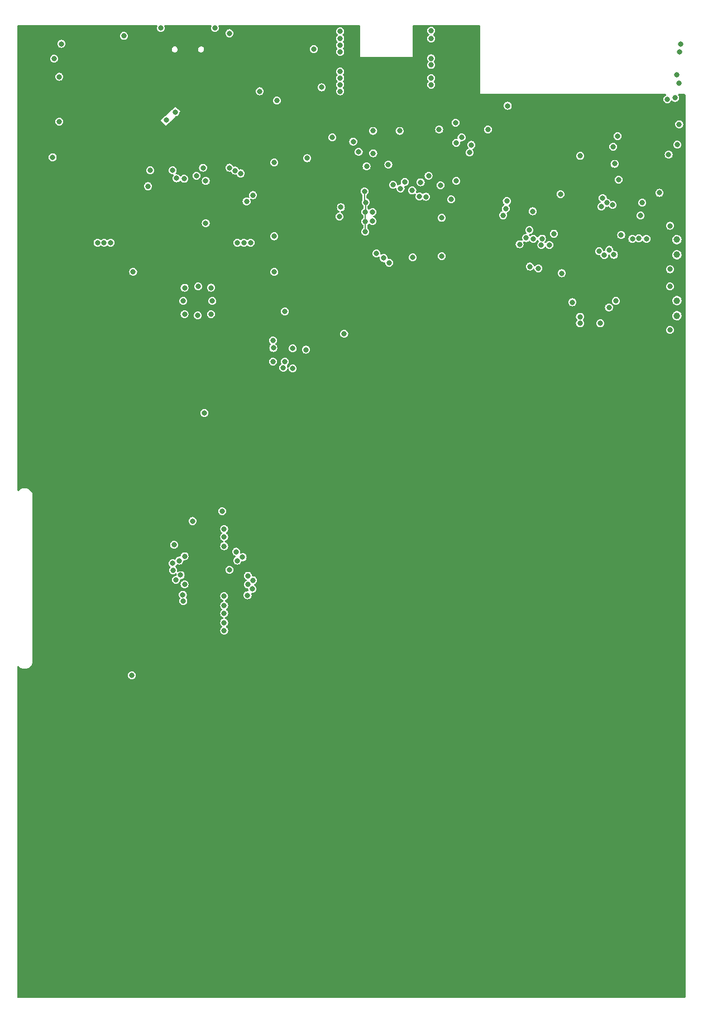
<source format=gbr>
%TF.GenerationSoftware,KiCad,Pcbnew,(5.99.0-8534-g3fcd0860c1)*%
%TF.CreationDate,2021-03-04T23:40:15+01:00*%
%TF.ProjectId,Navi_2_0,4e617669-5f32-45f3-902e-6b696361645f,rev?*%
%TF.SameCoordinates,Original*%
%TF.FileFunction,Copper,L2,Inr*%
%TF.FilePolarity,Positive*%
%FSLAX46Y46*%
G04 Gerber Fmt 4.6, Leading zero omitted, Abs format (unit mm)*
G04 Created by KiCad (PCBNEW (5.99.0-8534-g3fcd0860c1)) date 2021-03-04 23:40:15*
%MOMM*%
%LPD*%
G01*
G04 APERTURE LIST*
%TA.AperFunction,WasherPad*%
%ADD10C,1.000000*%
%TD*%
%TA.AperFunction,ViaPad*%
%ADD11C,0.800000*%
%TD*%
%TA.AperFunction,Conductor*%
%ADD12C,0.200000*%
%TD*%
G04 APERTURE END LIST*
D10*
%TO.N,*%
%TO.C,SW1*%
X138850000Y-72950000D03*
X138850000Y-75250000D03*
%TD*%
%TO.N,*%
%TO.C,SW2*%
X138850000Y-66000000D03*
X138850000Y-63700000D03*
%TD*%
D11*
%TO.N,EINK_SPI_MISO*%
X100000000Y-55000000D03*
%TO.N,I2C_DAT*%
X97600000Y-54952657D03*
%TO.N,EINK_SPI_MISO*%
X101200000Y-54000000D03*
%TO.N,I2C_DAT*%
X104600000Y-57600000D03*
%TO.N,G_INT1*%
X103000000Y-55449990D03*
X98800000Y-66400000D03*
%TO.N,I2C_DAT*%
X105400000Y-54799990D03*
%TO.N,IO27*%
X110200000Y-47000000D03*
%TO.N,UART1_RX*%
X105400000Y-49000000D03*
%TO.N,UART1_TX*%
X106200000Y-48200000D03*
%TO.N,+3V3*%
X109600000Y-54200000D03*
%TO.N,G_INT2*%
X103200000Y-60400000D03*
X103200000Y-66200033D03*
%TO.N,GND*%
X119500000Y-64500000D03*
X117850832Y-68056849D03*
X74200000Y-64169998D03*
X51000000Y-64169998D03*
X56200000Y-129800000D03*
X132100000Y-63600000D03*
X70200000Y-107600000D03*
X70200000Y-123000000D03*
X62400000Y-53200000D03*
X73600000Y-57899958D03*
X80600000Y-80200000D03*
X68800000Y-31600000D03*
X101600000Y-33200000D03*
X87676349Y-60176349D03*
X77800000Y-68600000D03*
X113200000Y-43400000D03*
X71000000Y-32400000D03*
X101600000Y-39200000D03*
X44200000Y-51200000D03*
X70200000Y-117800000D03*
X67000000Y-52800010D03*
X68400000Y-73000000D03*
X120200000Y-62800000D03*
X101600000Y-40200000D03*
X87800000Y-35200000D03*
X44400000Y-36250002D03*
X45200000Y-39000000D03*
X66250000Y-70800000D03*
X87800000Y-32100000D03*
X92700000Y-60900000D03*
X71000000Y-52800010D03*
X96800000Y-47200000D03*
X87800000Y-34200000D03*
X92700000Y-59500000D03*
X45200000Y-45800000D03*
X101600000Y-37200000D03*
X66200000Y-75200000D03*
X115000000Y-64400000D03*
X53000000Y-64169998D03*
X63930354Y-117572599D03*
X136200000Y-56600000D03*
X67200000Y-90000000D03*
X134235242Y-63585242D03*
X56400000Y-68600000D03*
X64200000Y-75000000D03*
X87800000Y-40200000D03*
X58992870Y-53200000D03*
X74581264Y-56950022D03*
X70200000Y-120400000D03*
X45500000Y-34000000D03*
X68200000Y-75000000D03*
X72200000Y-64169998D03*
X137800000Y-68200000D03*
X71000000Y-113800000D03*
X137400000Y-42400000D03*
X130400000Y-63000000D03*
X92800000Y-47200000D03*
X52000000Y-64200000D03*
X116495372Y-62253136D03*
X83800000Y-34800000D03*
X87900000Y-58800000D03*
X64200000Y-71000000D03*
X68200000Y-71000000D03*
X88400000Y-78000000D03*
X64000000Y-73000000D03*
X82599998Y-80400000D03*
X70200000Y-108800000D03*
X73200000Y-64200000D03*
X87800000Y-41200000D03*
X70200000Y-110200000D03*
X60600000Y-31600000D03*
X101600000Y-36200000D03*
X85000000Y-40600000D03*
X137800000Y-77400000D03*
X101600000Y-32000000D03*
X133600000Y-58100000D03*
X79400000Y-74600000D03*
X124200000Y-51000000D03*
X87800000Y-33200000D03*
X65400000Y-106400000D03*
X137600000Y-50800000D03*
X70200000Y-121800000D03*
X55000000Y-32800000D03*
X133350000Y-60052120D03*
X70200000Y-119200000D03*
X138821846Y-38731079D03*
X62800000Y-44400000D03*
X61434314Y-45565686D03*
%TO.N,+BATT*%
X77800000Y-63200000D03*
X77800000Y-52000000D03*
X79169591Y-83121637D03*
X77659620Y-80140380D03*
X127250000Y-76400000D03*
X124150000Y-76400000D03*
%TO.N,+3V3*%
X67200000Y-81600000D03*
X136428311Y-44150000D03*
X51800000Y-53000000D03*
X81000000Y-79200000D03*
X53600000Y-53000000D03*
X79800000Y-61400000D03*
X70800000Y-115200000D03*
X109600000Y-58600000D03*
X80374438Y-77978091D03*
X139220290Y-35192051D03*
X82000000Y-73400000D03*
X79400000Y-48000000D03*
X76400000Y-70800000D03*
X107400000Y-58800000D03*
X76400000Y-69800000D03*
X76400000Y-71800000D03*
X137400000Y-48400000D03*
X139150000Y-40000000D03*
%TO.N,EINK_VCC*%
X69893940Y-104893940D03*
X62600000Y-110000000D03*
%TO.N,Net-(J8-Pad1)*%
X75600000Y-41200000D03*
%TO.N,I2C_DAT*%
X98728703Y-56252668D03*
%TO.N,G_INT2*%
X112500000Y-60000022D03*
X137800000Y-61600000D03*
%TO.N,I2C_DAT*%
X95200000Y-67200000D03*
%TO.N,EINK_SPI_MOSI*%
X73800000Y-116027361D03*
X127378537Y-58700012D03*
X64200000Y-116000000D03*
X127850010Y-66019691D03*
%TO.N,EINK_SPI_CLK*%
X62899999Y-115306048D03*
X127059627Y-65459627D03*
X74563108Y-115377351D03*
X127600000Y-57400000D03*
%TO.N,EINK_~CS*%
X128600000Y-65250010D03*
X63600000Y-114600000D03*
X74482722Y-116687977D03*
X128211527Y-58127019D03*
%TO.N,EINK_DC*%
X73800000Y-114700000D03*
X62459378Y-113859378D03*
%TO.N,EINK_STATE*%
X128550006Y-74005603D03*
X72000000Y-111049990D03*
X123000000Y-73200000D03*
X62400000Y-112800000D03*
%TO.N,SD_DAT1*%
X112900000Y-59000000D03*
X117000000Y-59400000D03*
%TO.N,EINK_VCC_~EN*%
X77600000Y-82200000D03*
X79400000Y-82200000D03*
%TO.N,SD_VCC_nEN*%
X63000000Y-54400000D03*
X58650000Y-55599996D03*
%TO.N,GPS_VCC_nEN*%
X129400000Y-52200000D03*
X82800000Y-51350000D03*
%TO.N,UART1_RX*%
X66000000Y-54000000D03*
X107413050Y-50482450D03*
X71849712Y-53224855D03*
X99805852Y-57150010D03*
%TO.N,UART1_TX*%
X72699420Y-53649710D03*
X100800000Y-57200000D03*
X64128064Y-54471936D03*
X107688146Y-49328429D03*
%TO.N,SD_nDET*%
X121400000Y-68800000D03*
X138900000Y-49300000D03*
%TO.N,+5V*%
X124150000Y-75400000D03*
X129600000Y-73000000D03*
X67407083Y-54792917D03*
X80600000Y-83250010D03*
X67407083Y-61192917D03*
X77600000Y-79000000D03*
%TO.N,ESP_~RST*%
X137800000Y-70800000D03*
X139200000Y-46200000D03*
%TO.N,Net-(C18-Pad1)*%
X91600000Y-59500000D03*
X91600000Y-62500000D03*
X91645595Y-58045595D03*
X91600000Y-60949990D03*
X91476349Y-56376349D03*
%TO.N,EINK_SPI_MISO*%
X73749106Y-117650010D03*
X96950926Y-55936917D03*
X89774633Y-48825367D03*
X94400000Y-66500000D03*
X129300011Y-66000000D03*
X87800000Y-39200000D03*
X129105812Y-58447607D03*
X64010038Y-118519263D03*
%TO.N,EINK_EEPROM_~EN*%
X105284632Y-45965378D03*
X102800000Y-47000000D03*
X90600000Y-50400000D03*
X95807122Y-55392878D03*
X93299996Y-65800000D03*
X92800000Y-50600000D03*
%TO.N,JTAG_TCK*%
X116550820Y-67787626D03*
X118291075Y-64495937D03*
%TO.N,JTAG_TMS*%
X139400000Y-34000000D03*
X115999814Y-63459439D03*
X133075190Y-63505557D03*
X129200000Y-49600000D03*
%TO.N,JTAG_TDO*%
X121200000Y-56800000D03*
X117086355Y-63576192D03*
X118386366Y-63550010D03*
X138600000Y-42200000D03*
%TO.N,Net-(R18-Pad2)*%
X113059620Y-57859620D03*
X95093873Y-52306127D03*
X91800000Y-52600000D03*
X130000000Y-54600000D03*
%TO.N,Net-(R26-Pad2)*%
X87800000Y-38200000D03*
X86600000Y-48200000D03*
%TO.N,Net-(J2-Pad19)*%
X72995107Y-111880069D03*
X64200000Y-111724990D03*
%TO.N,Net-(J2-Pad18)*%
X63400000Y-112400000D03*
X72200000Y-112400000D03*
X63400000Y-112400000D03*
%TO.N,IO27*%
X129850000Y-48000000D03*
X78200000Y-42600000D03*
%TD*%
D12*
%TO.N,Net-(C18-Pad1)*%
X91645595Y-58045595D02*
X91645595Y-59454405D01*
X91476349Y-56376349D02*
X91476349Y-57876349D01*
X91600000Y-60949990D02*
X91600000Y-62500000D01*
X91600000Y-59500000D02*
X91600000Y-60949990D01*
X91476349Y-57876349D02*
X91645595Y-58045595D01*
X91645595Y-59454405D02*
X91600000Y-59500000D01*
%TD*%
%TA.AperFunction,Conductor*%
%TO.N,+3V3*%
G36*
X60016163Y-31170002D02*
G01*
X60062656Y-31223658D01*
X60072760Y-31293932D01*
X60064451Y-31324218D01*
X60027240Y-31414054D01*
X60015132Y-31443285D01*
X59994500Y-31600000D01*
X60015132Y-31756715D01*
X60075622Y-31902750D01*
X60171847Y-32028153D01*
X60297250Y-32124378D01*
X60443285Y-32184868D01*
X60600000Y-32205500D01*
X60608188Y-32204422D01*
X60748527Y-32185946D01*
X60756715Y-32184868D01*
X60902750Y-32124378D01*
X61028153Y-32028153D01*
X61124378Y-31902750D01*
X61184868Y-31756715D01*
X61205500Y-31600000D01*
X61184868Y-31443285D01*
X61172761Y-31414054D01*
X61135549Y-31324218D01*
X61127960Y-31253628D01*
X61159739Y-31190141D01*
X61220798Y-31153914D01*
X61251958Y-31150000D01*
X68148042Y-31150000D01*
X68216163Y-31170002D01*
X68262656Y-31223658D01*
X68272760Y-31293932D01*
X68264451Y-31324218D01*
X68227240Y-31414054D01*
X68215132Y-31443285D01*
X68194500Y-31600000D01*
X68215132Y-31756715D01*
X68275622Y-31902750D01*
X68371847Y-32028153D01*
X68497250Y-32124378D01*
X68643285Y-32184868D01*
X68800000Y-32205500D01*
X68808188Y-32204422D01*
X68948527Y-32185946D01*
X68956715Y-32184868D01*
X69102750Y-32124378D01*
X69228153Y-32028153D01*
X69324378Y-31902750D01*
X69384868Y-31756715D01*
X69405500Y-31600000D01*
X69384868Y-31443285D01*
X69372761Y-31414054D01*
X69335549Y-31324218D01*
X69327960Y-31253628D01*
X69359739Y-31190141D01*
X69420798Y-31153914D01*
X69451958Y-31150000D01*
X90674000Y-31150000D01*
X90742121Y-31170002D01*
X90788614Y-31223658D01*
X90800000Y-31276000D01*
X90800000Y-36000000D01*
X98800000Y-36000000D01*
X98800000Y-32000000D01*
X100994500Y-32000000D01*
X101015132Y-32156715D01*
X101075622Y-32302750D01*
X101171847Y-32428153D01*
X101178393Y-32433176D01*
X101265528Y-32500037D01*
X101307395Y-32557375D01*
X101311617Y-32628246D01*
X101276853Y-32690149D01*
X101265528Y-32699963D01*
X101213157Y-32740149D01*
X101171847Y-32771847D01*
X101075622Y-32897250D01*
X101015132Y-33043285D01*
X100994500Y-33200000D01*
X101015132Y-33356715D01*
X101075622Y-33502750D01*
X101171847Y-33628153D01*
X101297250Y-33724378D01*
X101443285Y-33784868D01*
X101600000Y-33805500D01*
X101608188Y-33804422D01*
X101748527Y-33785946D01*
X101756715Y-33784868D01*
X101902750Y-33724378D01*
X102028153Y-33628153D01*
X102124378Y-33502750D01*
X102184868Y-33356715D01*
X102205500Y-33200000D01*
X102184868Y-33043285D01*
X102124378Y-32897250D01*
X102028153Y-32771847D01*
X101986843Y-32740149D01*
X101934472Y-32699963D01*
X101892605Y-32642625D01*
X101888383Y-32571754D01*
X101923147Y-32509851D01*
X101934472Y-32500037D01*
X102021607Y-32433176D01*
X102028153Y-32428153D01*
X102124378Y-32302750D01*
X102184868Y-32156715D01*
X102205500Y-32000000D01*
X102184868Y-31843285D01*
X102124378Y-31697250D01*
X102028153Y-31571847D01*
X101902750Y-31475622D01*
X101756715Y-31415132D01*
X101648780Y-31400922D01*
X101598569Y-31378710D01*
X101570272Y-31396896D01*
X101551220Y-31400922D01*
X101443285Y-31415132D01*
X101297250Y-31475622D01*
X101171847Y-31571847D01*
X101075622Y-31697250D01*
X101015132Y-31843285D01*
X100994500Y-32000000D01*
X98800000Y-32000000D01*
X98800000Y-31276000D01*
X98820002Y-31207879D01*
X98873658Y-31161386D01*
X98926000Y-31150000D01*
X101534774Y-31150000D01*
X101602895Y-31170002D01*
X101603955Y-31171225D01*
X101645812Y-31151505D01*
X101665226Y-31150000D01*
X108874000Y-31150000D01*
X108942121Y-31170002D01*
X108988614Y-31223658D01*
X109000000Y-31276000D01*
X109000000Y-41600000D01*
X137129215Y-41600000D01*
X137197336Y-41620002D01*
X137243829Y-41673658D01*
X137253933Y-41743932D01*
X137224439Y-41808512D01*
X137177433Y-41842409D01*
X137097250Y-41875622D01*
X136971847Y-41971847D01*
X136875622Y-42097250D01*
X136815132Y-42243285D01*
X136794500Y-42400000D01*
X136815132Y-42556715D01*
X136875622Y-42702750D01*
X136971847Y-42828153D01*
X137097250Y-42924378D01*
X137243285Y-42984868D01*
X137400000Y-43005500D01*
X137408188Y-43004422D01*
X137548527Y-42985946D01*
X137556715Y-42984868D01*
X137702750Y-42924378D01*
X137828153Y-42828153D01*
X137924378Y-42702750D01*
X137947685Y-42646483D01*
X137992233Y-42591204D01*
X138059596Y-42568783D01*
X138128387Y-42586341D01*
X138164058Y-42618002D01*
X138171847Y-42628153D01*
X138297250Y-42724378D01*
X138443285Y-42784868D01*
X138600000Y-42805500D01*
X138608188Y-42804422D01*
X138748527Y-42785946D01*
X138756715Y-42784868D01*
X138902750Y-42724378D01*
X139028153Y-42628153D01*
X139124378Y-42502750D01*
X139184868Y-42356715D01*
X139205500Y-42200000D01*
X139184868Y-42043285D01*
X139124378Y-41897250D01*
X139119350Y-41890697D01*
X139119348Y-41890694D01*
X139051831Y-41802704D01*
X139026230Y-41736484D01*
X139040495Y-41666935D01*
X139090096Y-41616139D01*
X139151793Y-41600000D01*
X140024000Y-41600000D01*
X140092121Y-41620002D01*
X140138614Y-41673658D01*
X140150000Y-41726000D01*
X140150000Y-178624000D01*
X140129998Y-178692121D01*
X140076342Y-178738614D01*
X140024000Y-178750000D01*
X38976000Y-178750000D01*
X38907879Y-178729998D01*
X38861386Y-178676342D01*
X38850000Y-178624000D01*
X38850000Y-129800000D01*
X55594500Y-129800000D01*
X55615132Y-129956715D01*
X55675622Y-130102750D01*
X55771847Y-130228153D01*
X55897250Y-130324378D01*
X56043285Y-130384868D01*
X56200000Y-130405500D01*
X56208188Y-130404422D01*
X56348527Y-130385946D01*
X56356715Y-130384868D01*
X56502750Y-130324378D01*
X56628153Y-130228153D01*
X56724378Y-130102750D01*
X56784868Y-129956715D01*
X56805500Y-129800000D01*
X56784868Y-129643285D01*
X56724378Y-129497250D01*
X56628153Y-129371847D01*
X56502750Y-129275622D01*
X56356715Y-129215132D01*
X56200000Y-129194500D01*
X56043285Y-129215132D01*
X55897250Y-129275622D01*
X55771847Y-129371847D01*
X55675622Y-129497250D01*
X55615132Y-129643285D01*
X55594500Y-129800000D01*
X38850000Y-129800000D01*
X38850000Y-128505026D01*
X38870002Y-128436905D01*
X38923658Y-128390412D01*
X38993932Y-128380308D01*
X39058512Y-128409802D01*
X39065095Y-128415931D01*
X39171769Y-128522605D01*
X39174373Y-128525287D01*
X39181745Y-128533110D01*
X39183339Y-128534175D01*
X39184563Y-128535399D01*
X39188973Y-128538171D01*
X39188976Y-128538173D01*
X39193308Y-128540895D01*
X39196266Y-128542812D01*
X39366704Y-128656696D01*
X39369783Y-128658820D01*
X39378547Y-128665060D01*
X39380321Y-128665795D01*
X39381758Y-128666755D01*
X39386608Y-128668607D01*
X39386610Y-128668608D01*
X39391400Y-128670437D01*
X39394672Y-128671739D01*
X39584064Y-128750188D01*
X39587495Y-128751669D01*
X39592427Y-128753886D01*
X39592430Y-128753887D01*
X39597310Y-128756080D01*
X39599193Y-128756455D01*
X39600790Y-128757116D01*
X39605901Y-128757985D01*
X39605904Y-128757986D01*
X39610951Y-128758844D01*
X39614412Y-128759482D01*
X39815529Y-128799487D01*
X39819087Y-128800250D01*
X39829627Y-128802673D01*
X39831548Y-128802673D01*
X39833242Y-128803010D01*
X39838439Y-128802865D01*
X39838440Y-128802865D01*
X39842553Y-128802750D01*
X39843556Y-128802722D01*
X39847071Y-128802673D01*
X40052086Y-128802673D01*
X40055825Y-128802729D01*
X40061199Y-128802889D01*
X40061202Y-128802889D01*
X40066569Y-128803048D01*
X40068454Y-128802673D01*
X40070181Y-128802673D01*
X40075257Y-128801515D01*
X40075259Y-128801515D01*
X40080245Y-128800378D01*
X40083687Y-128799643D01*
X40284770Y-128759645D01*
X40288431Y-128758974D01*
X40293720Y-128758084D01*
X40293721Y-128758084D01*
X40299032Y-128757190D01*
X40300806Y-128756455D01*
X40302501Y-128756118D01*
X40307252Y-128753993D01*
X40307254Y-128753992D01*
X40311923Y-128751903D01*
X40315156Y-128750511D01*
X40405796Y-128712967D01*
X40504574Y-128672052D01*
X40507993Y-128670695D01*
X40518082Y-128666862D01*
X40519681Y-128665794D01*
X40521276Y-128665133D01*
X40529687Y-128659167D01*
X40532581Y-128657174D01*
X40533297Y-128656696D01*
X40703033Y-128543282D01*
X40706171Y-128541252D01*
X40710751Y-128538385D01*
X40710757Y-128538380D01*
X40715301Y-128535535D01*
X40716658Y-128534178D01*
X40718096Y-128533217D01*
X40721670Y-128529437D01*
X40721673Y-128529435D01*
X40725209Y-128525695D01*
X40727664Y-128523172D01*
X40872605Y-128378231D01*
X40875287Y-128375627D01*
X40879197Y-128371942D01*
X40883110Y-128368255D01*
X40884175Y-128366661D01*
X40885399Y-128365437D01*
X40888171Y-128361027D01*
X40888173Y-128361024D01*
X40890895Y-128356692D01*
X40892812Y-128353734D01*
X40927075Y-128302457D01*
X41006696Y-128183296D01*
X41008820Y-128180217D01*
X41011948Y-128175824D01*
X41011948Y-128175823D01*
X41015060Y-128171453D01*
X41015795Y-128169679D01*
X41016755Y-128168242D01*
X41020437Y-128158600D01*
X41021739Y-128155328D01*
X41100188Y-127965936D01*
X41101669Y-127962505D01*
X41103886Y-127957573D01*
X41103887Y-127957570D01*
X41106080Y-127952690D01*
X41106455Y-127950807D01*
X41107116Y-127949210D01*
X41108852Y-127939000D01*
X41109483Y-127935581D01*
X41147962Y-127742135D01*
X41149442Y-127735613D01*
X41152092Y-127725220D01*
X41152195Y-127720853D01*
X41153010Y-127716758D01*
X41152713Y-127706102D01*
X41152699Y-127699609D01*
X41155294Y-127590009D01*
X41155294Y-127590006D01*
X41155461Y-127582940D01*
X41152525Y-127568502D01*
X41150000Y-127543404D01*
X41150000Y-117572599D01*
X63324854Y-117572599D01*
X63345486Y-117729314D01*
X63405976Y-117875349D01*
X63502201Y-118000752D01*
X63508755Y-118005781D01*
X63509044Y-118006070D01*
X63543071Y-118068381D01*
X63538008Y-118139197D01*
X63519914Y-118171872D01*
X63515559Y-118177548D01*
X63485660Y-118216513D01*
X63425170Y-118362548D01*
X63424092Y-118370736D01*
X63421908Y-118387328D01*
X63404538Y-118519263D01*
X63425170Y-118675978D01*
X63485660Y-118822013D01*
X63581885Y-118947416D01*
X63707288Y-119043641D01*
X63853323Y-119104131D01*
X64010038Y-119124763D01*
X64018226Y-119123685D01*
X64158565Y-119105209D01*
X64166753Y-119104131D01*
X64312788Y-119043641D01*
X64438191Y-118947416D01*
X64534416Y-118822013D01*
X64594906Y-118675978D01*
X64615538Y-118519263D01*
X64598168Y-118387328D01*
X64595984Y-118370736D01*
X64594906Y-118362548D01*
X64534416Y-118216513D01*
X64475089Y-118139197D01*
X64443218Y-118097661D01*
X64443217Y-118097660D01*
X64438191Y-118091110D01*
X64431637Y-118086081D01*
X64431348Y-118085792D01*
X64397321Y-118023481D01*
X64402384Y-117952665D01*
X64420478Y-117919990D01*
X64449705Y-117881900D01*
X64454732Y-117875349D01*
X64485943Y-117800000D01*
X69594500Y-117800000D01*
X69615132Y-117956715D01*
X69675622Y-118102750D01*
X69771847Y-118228153D01*
X69897250Y-118324378D01*
X69989400Y-118362548D01*
X70040202Y-118383591D01*
X70095483Y-118428140D01*
X70117904Y-118495503D01*
X70100346Y-118564294D01*
X70048384Y-118612672D01*
X70040201Y-118616409D01*
X69897250Y-118675622D01*
X69771847Y-118771847D01*
X69675622Y-118897250D01*
X69615132Y-119043285D01*
X69594500Y-119200000D01*
X69615132Y-119356715D01*
X69675622Y-119502750D01*
X69771847Y-119628153D01*
X69778393Y-119633176D01*
X69865528Y-119700037D01*
X69907395Y-119757375D01*
X69911617Y-119828246D01*
X69876853Y-119890149D01*
X69865528Y-119899963D01*
X69771847Y-119971847D01*
X69675622Y-120097250D01*
X69615132Y-120243285D01*
X69594500Y-120400000D01*
X69615132Y-120556715D01*
X69675622Y-120702750D01*
X69771847Y-120828153D01*
X69897250Y-120924378D01*
X70032739Y-120980500D01*
X70040202Y-120983591D01*
X70095483Y-121028140D01*
X70117904Y-121095503D01*
X70100346Y-121164294D01*
X70048384Y-121212672D01*
X70040201Y-121216409D01*
X69897250Y-121275622D01*
X69771847Y-121371847D01*
X69675622Y-121497250D01*
X69615132Y-121643285D01*
X69594500Y-121800000D01*
X69615132Y-121956715D01*
X69675622Y-122102750D01*
X69771847Y-122228153D01*
X69778393Y-122233176D01*
X69865528Y-122300037D01*
X69907395Y-122357375D01*
X69911617Y-122428246D01*
X69876853Y-122490149D01*
X69865528Y-122499963D01*
X69771847Y-122571847D01*
X69675622Y-122697250D01*
X69615132Y-122843285D01*
X69594500Y-123000000D01*
X69615132Y-123156715D01*
X69675622Y-123302750D01*
X69771847Y-123428153D01*
X69897250Y-123524378D01*
X70043285Y-123584868D01*
X70200000Y-123605500D01*
X70208188Y-123604422D01*
X70348527Y-123585946D01*
X70356715Y-123584868D01*
X70502750Y-123524378D01*
X70628153Y-123428153D01*
X70724378Y-123302750D01*
X70784868Y-123156715D01*
X70805500Y-123000000D01*
X70784868Y-122843285D01*
X70724378Y-122697250D01*
X70628153Y-122571847D01*
X70534472Y-122499963D01*
X70492605Y-122442625D01*
X70488383Y-122371754D01*
X70523147Y-122309851D01*
X70534472Y-122300037D01*
X70621607Y-122233176D01*
X70628153Y-122228153D01*
X70724378Y-122102750D01*
X70784868Y-121956715D01*
X70805500Y-121800000D01*
X70784868Y-121643285D01*
X70724378Y-121497250D01*
X70628153Y-121371847D01*
X70502750Y-121275622D01*
X70359798Y-121216409D01*
X70304517Y-121171860D01*
X70282096Y-121104497D01*
X70299654Y-121035706D01*
X70351616Y-120987328D01*
X70359798Y-120983591D01*
X70367261Y-120980500D01*
X70502750Y-120924378D01*
X70628153Y-120828153D01*
X70724378Y-120702750D01*
X70784868Y-120556715D01*
X70805500Y-120400000D01*
X70784868Y-120243285D01*
X70724378Y-120097250D01*
X70628153Y-119971847D01*
X70534472Y-119899963D01*
X70492605Y-119842625D01*
X70488383Y-119771754D01*
X70523147Y-119709851D01*
X70534472Y-119700037D01*
X70621607Y-119633176D01*
X70628153Y-119628153D01*
X70724378Y-119502750D01*
X70784868Y-119356715D01*
X70805500Y-119200000D01*
X70784868Y-119043285D01*
X70724378Y-118897250D01*
X70628153Y-118771847D01*
X70502750Y-118675622D01*
X70359798Y-118616409D01*
X70304517Y-118571860D01*
X70282096Y-118504497D01*
X70299654Y-118435706D01*
X70351616Y-118387328D01*
X70359798Y-118383591D01*
X70410600Y-118362548D01*
X70502750Y-118324378D01*
X70628153Y-118228153D01*
X70724378Y-118102750D01*
X70784868Y-117956715D01*
X70805500Y-117800000D01*
X70785753Y-117650010D01*
X73143606Y-117650010D01*
X73164238Y-117806725D01*
X73224728Y-117952760D01*
X73320953Y-118078163D01*
X73446356Y-118174388D01*
X73532239Y-118209962D01*
X73576156Y-118228153D01*
X73592391Y-118234878D01*
X73749106Y-118255510D01*
X73757294Y-118254432D01*
X73897633Y-118235956D01*
X73905821Y-118234878D01*
X73922057Y-118228153D01*
X73965973Y-118209962D01*
X74051856Y-118174388D01*
X74177259Y-118078163D01*
X74273484Y-117952760D01*
X74333974Y-117806725D01*
X74354606Y-117650010D01*
X74333974Y-117493295D01*
X74321369Y-117462863D01*
X74313781Y-117392273D01*
X74345562Y-117328787D01*
X74406620Y-117292560D01*
X74454224Y-117289725D01*
X74482722Y-117293477D01*
X74490910Y-117292399D01*
X74631249Y-117273923D01*
X74639437Y-117272845D01*
X74785472Y-117212355D01*
X74910875Y-117116130D01*
X75007100Y-116990727D01*
X75067590Y-116844692D01*
X75088222Y-116687977D01*
X75067590Y-116531262D01*
X75007100Y-116385227D01*
X74910875Y-116259824D01*
X74785472Y-116163599D01*
X74777840Y-116160438D01*
X74774974Y-116158783D01*
X74725979Y-116107401D01*
X74712541Y-116037688D01*
X74738926Y-115971776D01*
X74789753Y-115933253D01*
X74802708Y-115927887D01*
X74865858Y-115901729D01*
X74991261Y-115805504D01*
X75087486Y-115680101D01*
X75147976Y-115534066D01*
X75168608Y-115377351D01*
X75147976Y-115220636D01*
X75087486Y-115074601D01*
X74991261Y-114949198D01*
X74865858Y-114852973D01*
X74719823Y-114792483D01*
X74563108Y-114771851D01*
X74542405Y-114774577D01*
X74472259Y-114763639D01*
X74419159Y-114716512D01*
X74401037Y-114666101D01*
X74385946Y-114551473D01*
X74384868Y-114543285D01*
X74324378Y-114397250D01*
X74228153Y-114271847D01*
X74102750Y-114175622D01*
X73956715Y-114115132D01*
X73800000Y-114094500D01*
X73643285Y-114115132D01*
X73497250Y-114175622D01*
X73371847Y-114271847D01*
X73275622Y-114397250D01*
X73215132Y-114543285D01*
X73194500Y-114700000D01*
X73215132Y-114856715D01*
X73275622Y-115002750D01*
X73371847Y-115128153D01*
X73497250Y-115224378D01*
X73552521Y-115247272D01*
X73607801Y-115291821D01*
X73630222Y-115359185D01*
X73612663Y-115427976D01*
X73560701Y-115476354D01*
X73552526Y-115480087D01*
X73551169Y-115480649D01*
X73504882Y-115499821D01*
X73504878Y-115499823D01*
X73497250Y-115502983D01*
X73371847Y-115599208D01*
X73275622Y-115724611D01*
X73215132Y-115870646D01*
X73194500Y-116027361D01*
X73215132Y-116184076D01*
X73275622Y-116330111D01*
X73371847Y-116455514D01*
X73497250Y-116551739D01*
X73643285Y-116612229D01*
X73714032Y-116621543D01*
X73775344Y-116629615D01*
X73840272Y-116658337D01*
X73879363Y-116717603D01*
X73883819Y-116738087D01*
X73897854Y-116844692D01*
X73901014Y-116852321D01*
X73910459Y-116875124D01*
X73918047Y-116945714D01*
X73886266Y-117009200D01*
X73825208Y-117045427D01*
X73777604Y-117048262D01*
X73749106Y-117044510D01*
X73592391Y-117065142D01*
X73446356Y-117125632D01*
X73320953Y-117221857D01*
X73224728Y-117347260D01*
X73164238Y-117493295D01*
X73143606Y-117650010D01*
X70785753Y-117650010D01*
X70784868Y-117643285D01*
X70724378Y-117497250D01*
X70628153Y-117371847D01*
X70502750Y-117275622D01*
X70377489Y-117223737D01*
X70364344Y-117218292D01*
X70356715Y-117215132D01*
X70200000Y-117194500D01*
X70043285Y-117215132D01*
X70035656Y-117218292D01*
X70022511Y-117223737D01*
X69897250Y-117275622D01*
X69771847Y-117371847D01*
X69675622Y-117497250D01*
X69615132Y-117643285D01*
X69594500Y-117800000D01*
X64485943Y-117800000D01*
X64515222Y-117729314D01*
X64535854Y-117572599D01*
X64515222Y-117415884D01*
X64454732Y-117269849D01*
X64358507Y-117144446D01*
X64233104Y-117048221D01*
X64087069Y-116987731D01*
X64051871Y-116983097D01*
X63938542Y-116968177D01*
X63930354Y-116967099D01*
X63922166Y-116968177D01*
X63808838Y-116983097D01*
X63773639Y-116987731D01*
X63627604Y-117048221D01*
X63502201Y-117144446D01*
X63405976Y-117269849D01*
X63345486Y-117415884D01*
X63324854Y-117572599D01*
X41150000Y-117572599D01*
X41150000Y-116000000D01*
X63594500Y-116000000D01*
X63615132Y-116156715D01*
X63675622Y-116302750D01*
X63771847Y-116428153D01*
X63897250Y-116524378D01*
X64043285Y-116584868D01*
X64200000Y-116605500D01*
X64208188Y-116604422D01*
X64348527Y-116585946D01*
X64356715Y-116584868D01*
X64502750Y-116524378D01*
X64628153Y-116428153D01*
X64724378Y-116302750D01*
X64784868Y-116156715D01*
X64805500Y-116000000D01*
X64784868Y-115843285D01*
X64724378Y-115697250D01*
X64628153Y-115571847D01*
X64502750Y-115475622D01*
X64356715Y-115415132D01*
X64200000Y-115394500D01*
X64043285Y-115415132D01*
X63897250Y-115475622D01*
X63771847Y-115571847D01*
X63675622Y-115697250D01*
X63615132Y-115843285D01*
X63594500Y-116000000D01*
X41150000Y-116000000D01*
X41150000Y-112800000D01*
X61794500Y-112800000D01*
X61815132Y-112956715D01*
X61875622Y-113102750D01*
X61971847Y-113228153D01*
X61978393Y-113233176D01*
X61978394Y-113233177D01*
X62007334Y-113255384D01*
X62049201Y-113312723D01*
X62053422Y-113383594D01*
X62030592Y-113432050D01*
X61935000Y-113556628D01*
X61874510Y-113702663D01*
X61853878Y-113859378D01*
X61874510Y-114016093D01*
X61935000Y-114162128D01*
X62031225Y-114287531D01*
X62156628Y-114383756D01*
X62302663Y-114444246D01*
X62459378Y-114464878D01*
X62467566Y-114463800D01*
X62607905Y-114445324D01*
X62616093Y-114444246D01*
X62762128Y-114383756D01*
X62768679Y-114378729D01*
X62768683Y-114378727D01*
X62810951Y-114346294D01*
X62877171Y-114320694D01*
X62946720Y-114334959D01*
X62997516Y-114384561D01*
X63013431Y-114453750D01*
X63012578Y-114462688D01*
X63001967Y-114543285D01*
X62995316Y-114593805D01*
X62966593Y-114658732D01*
X62907328Y-114697823D01*
X62886841Y-114702280D01*
X62751472Y-114720102D01*
X62743284Y-114721180D01*
X62597249Y-114781670D01*
X62471846Y-114877895D01*
X62375621Y-115003298D01*
X62315131Y-115149333D01*
X62294499Y-115306048D01*
X62315131Y-115462763D01*
X62375621Y-115608798D01*
X62471846Y-115734201D01*
X62597249Y-115830426D01*
X62743284Y-115890916D01*
X62899999Y-115911548D01*
X62908187Y-115910470D01*
X63048526Y-115891994D01*
X63056714Y-115890916D01*
X63202749Y-115830426D01*
X63328152Y-115734201D01*
X63424377Y-115608798D01*
X63484867Y-115462763D01*
X63504683Y-115312243D01*
X63533405Y-115247317D01*
X63592670Y-115208225D01*
X63613158Y-115203768D01*
X63748527Y-115185946D01*
X63756715Y-115184868D01*
X63902750Y-115124378D01*
X64028153Y-115028153D01*
X64124378Y-114902750D01*
X64184868Y-114756715D01*
X64205500Y-114600000D01*
X64184868Y-114443285D01*
X64124378Y-114297250D01*
X64028153Y-114171847D01*
X63902750Y-114075622D01*
X63756715Y-114015132D01*
X63600000Y-113994500D01*
X63443285Y-114015132D01*
X63297250Y-114075622D01*
X63290699Y-114080649D01*
X63290695Y-114080651D01*
X63248427Y-114113084D01*
X63182207Y-114138684D01*
X63112658Y-114124419D01*
X63061862Y-114074817D01*
X63045947Y-114005628D01*
X63046800Y-113996690D01*
X63064878Y-113859378D01*
X63057061Y-113800000D01*
X70394500Y-113800000D01*
X70415132Y-113956715D01*
X70475622Y-114102750D01*
X70571847Y-114228153D01*
X70697250Y-114324378D01*
X70843285Y-114384868D01*
X71000000Y-114405500D01*
X71008188Y-114404422D01*
X71148527Y-114385946D01*
X71156715Y-114384868D01*
X71302750Y-114324378D01*
X71428153Y-114228153D01*
X71524378Y-114102750D01*
X71584868Y-113956715D01*
X71605500Y-113800000D01*
X71584868Y-113643285D01*
X71524378Y-113497250D01*
X71428153Y-113371847D01*
X71302750Y-113275622D01*
X71156715Y-113215132D01*
X71000000Y-113194500D01*
X70843285Y-113215132D01*
X70697250Y-113275622D01*
X70571847Y-113371847D01*
X70475622Y-113497250D01*
X70415132Y-113643285D01*
X70394500Y-113800000D01*
X63057061Y-113800000D01*
X63044246Y-113702663D01*
X62983756Y-113556628D01*
X62887531Y-113431225D01*
X62880984Y-113426201D01*
X62852044Y-113403994D01*
X62810177Y-113346655D01*
X62805956Y-113275784D01*
X62828786Y-113227328D01*
X62838144Y-113215132D01*
X62924378Y-113102750D01*
X62964541Y-113005789D01*
X63009088Y-112950509D01*
X63076452Y-112928088D01*
X63129167Y-112937599D01*
X63235655Y-112981708D01*
X63235658Y-112981709D01*
X63243285Y-112984868D01*
X63400000Y-113005500D01*
X63408188Y-113004422D01*
X63548527Y-112985946D01*
X63556715Y-112984868D01*
X63702750Y-112924378D01*
X63828153Y-112828153D01*
X63924378Y-112702750D01*
X63984868Y-112556715D01*
X64001363Y-112431425D01*
X64030086Y-112366498D01*
X64089351Y-112327407D01*
X64142730Y-112322950D01*
X64200000Y-112330490D01*
X64208188Y-112329412D01*
X64223418Y-112327407D01*
X64356715Y-112309858D01*
X64502750Y-112249368D01*
X64628153Y-112153143D01*
X64724378Y-112027740D01*
X64784868Y-111881705D01*
X64805500Y-111724990D01*
X64784868Y-111568275D01*
X64724378Y-111422240D01*
X64628153Y-111296837D01*
X64502750Y-111200612D01*
X64356715Y-111140122D01*
X64200000Y-111119490D01*
X64043285Y-111140122D01*
X63897250Y-111200612D01*
X63771847Y-111296837D01*
X63675622Y-111422240D01*
X63615132Y-111568275D01*
X63614054Y-111576463D01*
X63598637Y-111693565D01*
X63569914Y-111758492D01*
X63510649Y-111797583D01*
X63457270Y-111802040D01*
X63400000Y-111794500D01*
X63243285Y-111815132D01*
X63097250Y-111875622D01*
X62971847Y-111971847D01*
X62875622Y-112097250D01*
X62835460Y-112194210D01*
X62790912Y-112249491D01*
X62723548Y-112271912D01*
X62670833Y-112262401D01*
X62564345Y-112218292D01*
X62564342Y-112218291D01*
X62556715Y-112215132D01*
X62400000Y-112194500D01*
X62243285Y-112215132D01*
X62097250Y-112275622D01*
X61971847Y-112371847D01*
X61966824Y-112378393D01*
X61950244Y-112400000D01*
X61875622Y-112497250D01*
X61815132Y-112643285D01*
X61794500Y-112800000D01*
X41150000Y-112800000D01*
X41150000Y-111049990D01*
X71394500Y-111049990D01*
X71415132Y-111206705D01*
X71475622Y-111352740D01*
X71571847Y-111478143D01*
X71697250Y-111574368D01*
X71843285Y-111634858D01*
X71851473Y-111635936D01*
X71860558Y-111637132D01*
X71925485Y-111665855D01*
X71964576Y-111725120D01*
X71965421Y-111796112D01*
X71927750Y-111856290D01*
X71907110Y-111871174D01*
X71904880Y-111872462D01*
X71897250Y-111875622D01*
X71771847Y-111971847D01*
X71675622Y-112097250D01*
X71615132Y-112243285D01*
X71594500Y-112400000D01*
X71615132Y-112556715D01*
X71675622Y-112702750D01*
X71771847Y-112828153D01*
X71897250Y-112924378D01*
X72043285Y-112984868D01*
X72200000Y-113005500D01*
X72208188Y-113004422D01*
X72348527Y-112985946D01*
X72356715Y-112984868D01*
X72502750Y-112924378D01*
X72628153Y-112828153D01*
X72724378Y-112702750D01*
X72784868Y-112556715D01*
X72787015Y-112557604D01*
X72817715Y-112507232D01*
X72881573Y-112476207D01*
X72918921Y-112475539D01*
X72986919Y-112484491D01*
X72995107Y-112485569D01*
X73003295Y-112484491D01*
X73143634Y-112466015D01*
X73151822Y-112464937D01*
X73297857Y-112404447D01*
X73423260Y-112308222D01*
X73444418Y-112280649D01*
X73468420Y-112249368D01*
X73519485Y-112182819D01*
X73579975Y-112036784D01*
X73600607Y-111880069D01*
X73579975Y-111723354D01*
X73519485Y-111577319D01*
X73423260Y-111451916D01*
X73297857Y-111355691D01*
X73151822Y-111295201D01*
X72995107Y-111274569D01*
X72838392Y-111295201D01*
X72830765Y-111298360D01*
X72830762Y-111298361D01*
X72759548Y-111327859D01*
X72688958Y-111335448D01*
X72625471Y-111303668D01*
X72589244Y-111242610D01*
X72586408Y-111195006D01*
X72605500Y-111049990D01*
X72584868Y-110893275D01*
X72524378Y-110747240D01*
X72428153Y-110621837D01*
X72302750Y-110525612D01*
X72156715Y-110465122D01*
X72000000Y-110444490D01*
X71843285Y-110465122D01*
X71697250Y-110525612D01*
X71571847Y-110621837D01*
X71475622Y-110747240D01*
X71415132Y-110893275D01*
X71394500Y-111049990D01*
X41150000Y-111049990D01*
X41150000Y-110000000D01*
X61994500Y-110000000D01*
X62015132Y-110156715D01*
X62075622Y-110302750D01*
X62171847Y-110428153D01*
X62297250Y-110524378D01*
X62443285Y-110584868D01*
X62600000Y-110605500D01*
X62608188Y-110604422D01*
X62748527Y-110585946D01*
X62756715Y-110584868D01*
X62902750Y-110524378D01*
X63028153Y-110428153D01*
X63124378Y-110302750D01*
X63184868Y-110156715D01*
X63205500Y-110000000D01*
X63184868Y-109843285D01*
X63124378Y-109697250D01*
X63028153Y-109571847D01*
X62902750Y-109475622D01*
X62756715Y-109415132D01*
X62600000Y-109394500D01*
X62443285Y-109415132D01*
X62297250Y-109475622D01*
X62171847Y-109571847D01*
X62075622Y-109697250D01*
X62015132Y-109843285D01*
X61994500Y-110000000D01*
X41150000Y-110000000D01*
X41150000Y-107600000D01*
X69594500Y-107600000D01*
X69615132Y-107756715D01*
X69675622Y-107902750D01*
X69771847Y-108028153D01*
X69778393Y-108033176D01*
X69865528Y-108100037D01*
X69907395Y-108157375D01*
X69911617Y-108228246D01*
X69876853Y-108290149D01*
X69865528Y-108299963D01*
X69771847Y-108371847D01*
X69675622Y-108497250D01*
X69615132Y-108643285D01*
X69594500Y-108800000D01*
X69615132Y-108956715D01*
X69675622Y-109102750D01*
X69771847Y-109228153D01*
X69897250Y-109324378D01*
X70032739Y-109380500D01*
X70040202Y-109383591D01*
X70095483Y-109428140D01*
X70117904Y-109495503D01*
X70100346Y-109564294D01*
X70048384Y-109612672D01*
X70040201Y-109616409D01*
X69897250Y-109675622D01*
X69771847Y-109771847D01*
X69675622Y-109897250D01*
X69615132Y-110043285D01*
X69594500Y-110200000D01*
X69615132Y-110356715D01*
X69675622Y-110502750D01*
X69771847Y-110628153D01*
X69897250Y-110724378D01*
X70043285Y-110784868D01*
X70200000Y-110805500D01*
X70208188Y-110804422D01*
X70348527Y-110785946D01*
X70356715Y-110784868D01*
X70502750Y-110724378D01*
X70628153Y-110628153D01*
X70724378Y-110502750D01*
X70784868Y-110356715D01*
X70805500Y-110200000D01*
X70784868Y-110043285D01*
X70724378Y-109897250D01*
X70628153Y-109771847D01*
X70502750Y-109675622D01*
X70359798Y-109616409D01*
X70304517Y-109571860D01*
X70282096Y-109504497D01*
X70299654Y-109435706D01*
X70351616Y-109387328D01*
X70359798Y-109383591D01*
X70367261Y-109380500D01*
X70502750Y-109324378D01*
X70628153Y-109228153D01*
X70724378Y-109102750D01*
X70784868Y-108956715D01*
X70805500Y-108800000D01*
X70784868Y-108643285D01*
X70724378Y-108497250D01*
X70628153Y-108371847D01*
X70534472Y-108299963D01*
X70492605Y-108242625D01*
X70488383Y-108171754D01*
X70523147Y-108109851D01*
X70534472Y-108100037D01*
X70621607Y-108033176D01*
X70628153Y-108028153D01*
X70724378Y-107902750D01*
X70784868Y-107756715D01*
X70805500Y-107600000D01*
X70784868Y-107443285D01*
X70724378Y-107297250D01*
X70628153Y-107171847D01*
X70502750Y-107075622D01*
X70356715Y-107015132D01*
X70200000Y-106994500D01*
X70043285Y-107015132D01*
X69897250Y-107075622D01*
X69771847Y-107171847D01*
X69675622Y-107297250D01*
X69615132Y-107443285D01*
X69594500Y-107600000D01*
X41150000Y-107600000D01*
X41150000Y-106400000D01*
X64794500Y-106400000D01*
X64815132Y-106556715D01*
X64875622Y-106702750D01*
X64971847Y-106828153D01*
X65097250Y-106924378D01*
X65243285Y-106984868D01*
X65400000Y-107005500D01*
X65408188Y-107004422D01*
X65548527Y-106985946D01*
X65556715Y-106984868D01*
X65702750Y-106924378D01*
X65828153Y-106828153D01*
X65924378Y-106702750D01*
X65984868Y-106556715D01*
X66005500Y-106400000D01*
X65984868Y-106243285D01*
X65924378Y-106097250D01*
X65828153Y-105971847D01*
X65702750Y-105875622D01*
X65556715Y-105815132D01*
X65400000Y-105794500D01*
X65243285Y-105815132D01*
X65097250Y-105875622D01*
X64971847Y-105971847D01*
X64875622Y-106097250D01*
X64815132Y-106243285D01*
X64794500Y-106400000D01*
X41150000Y-106400000D01*
X41150000Y-104893940D01*
X69288440Y-104893940D01*
X69309072Y-105050655D01*
X69369562Y-105196690D01*
X69465787Y-105322093D01*
X69591190Y-105418318D01*
X69737225Y-105478808D01*
X69893940Y-105499440D01*
X69902128Y-105498362D01*
X70042467Y-105479886D01*
X70050655Y-105478808D01*
X70196690Y-105418318D01*
X70322093Y-105322093D01*
X70418318Y-105196690D01*
X70478808Y-105050655D01*
X70499440Y-104893940D01*
X70478808Y-104737225D01*
X70418318Y-104591190D01*
X70322093Y-104465787D01*
X70196690Y-104369562D01*
X70050655Y-104309072D01*
X69893940Y-104288440D01*
X69737225Y-104309072D01*
X69591190Y-104369562D01*
X69465787Y-104465787D01*
X69369562Y-104591190D01*
X69309072Y-104737225D01*
X69288440Y-104893940D01*
X41150000Y-104893940D01*
X41150000Y-102656685D01*
X41152569Y-102631373D01*
X41155466Y-102617252D01*
X41152709Y-102500834D01*
X41152730Y-102494116D01*
X41152836Y-102490556D01*
X41153048Y-102483430D01*
X41152196Y-102479146D01*
X41152097Y-102474972D01*
X41149484Y-102464650D01*
X41148051Y-102458309D01*
X41109650Y-102265258D01*
X41108974Y-102261575D01*
X41108083Y-102256277D01*
X41107190Y-102250968D01*
X41106455Y-102249194D01*
X41106118Y-102247499D01*
X41101900Y-102238070D01*
X41100525Y-102234879D01*
X41022050Y-102045424D01*
X41020670Y-102041947D01*
X41018771Y-102036947D01*
X41016861Y-102031918D01*
X41015795Y-102030323D01*
X41015133Y-102028724D01*
X41012116Y-102024471D01*
X41012113Y-102024465D01*
X41009134Y-102020266D01*
X41007140Y-102017370D01*
X40893267Y-101846945D01*
X40891258Y-101843840D01*
X40888389Y-101839258D01*
X40885535Y-101834699D01*
X40884177Y-101833341D01*
X40883217Y-101831904D01*
X40879437Y-101828329D01*
X40879435Y-101828327D01*
X40875692Y-101824788D01*
X40873170Y-101822334D01*
X40728231Y-101677395D01*
X40725627Y-101674713D01*
X40721942Y-101670803D01*
X40718255Y-101666890D01*
X40716661Y-101665825D01*
X40715437Y-101664601D01*
X40711027Y-101661829D01*
X40711024Y-101661827D01*
X40706692Y-101659105D01*
X40703734Y-101657188D01*
X40533299Y-101543306D01*
X40530240Y-101541196D01*
X40521454Y-101534940D01*
X40519677Y-101534204D01*
X40518242Y-101533245D01*
X40508612Y-101529567D01*
X40505345Y-101528267D01*
X40315925Y-101449807D01*
X40312497Y-101448327D01*
X40307570Y-101446113D01*
X40302690Y-101443920D01*
X40300807Y-101443545D01*
X40299210Y-101442884D01*
X40294103Y-101442016D01*
X40294098Y-101442014D01*
X40289049Y-101441156D01*
X40285588Y-101440518D01*
X40255342Y-101434502D01*
X40084471Y-101400513D01*
X40080913Y-101399750D01*
X40070373Y-101397327D01*
X40068452Y-101397327D01*
X40066758Y-101396990D01*
X40061561Y-101397135D01*
X40061560Y-101397135D01*
X40057447Y-101397250D01*
X40056444Y-101397278D01*
X40052929Y-101397327D01*
X39847913Y-101397327D01*
X39844174Y-101397271D01*
X39844131Y-101397270D01*
X39833430Y-101396952D01*
X39831545Y-101397327D01*
X39829819Y-101397327D01*
X39819731Y-101399629D01*
X39816364Y-101400347D01*
X39615246Y-101440352D01*
X39611574Y-101441026D01*
X39609712Y-101441339D01*
X39600968Y-101442810D01*
X39599194Y-101443545D01*
X39597499Y-101443882D01*
X39592748Y-101446007D01*
X39592746Y-101446008D01*
X39590035Y-101447221D01*
X39588070Y-101448100D01*
X39584879Y-101449475D01*
X39406184Y-101523493D01*
X39395424Y-101527950D01*
X39391968Y-101529322D01*
X39381918Y-101533139D01*
X39380323Y-101534205D01*
X39378724Y-101534867D01*
X39374471Y-101537884D01*
X39374465Y-101537887D01*
X39370266Y-101540866D01*
X39367391Y-101542846D01*
X39196945Y-101656733D01*
X39193843Y-101658740D01*
X39184699Y-101664465D01*
X39183341Y-101665823D01*
X39181904Y-101666783D01*
X39178329Y-101670563D01*
X39178327Y-101670565D01*
X39174788Y-101674308D01*
X39172334Y-101676830D01*
X39065095Y-101784069D01*
X39002783Y-101818095D01*
X38931968Y-101813030D01*
X38875132Y-101770483D01*
X38850321Y-101703963D01*
X38850000Y-101694974D01*
X38850000Y-90000000D01*
X66594500Y-90000000D01*
X66615132Y-90156715D01*
X66675622Y-90302750D01*
X66771847Y-90428153D01*
X66897250Y-90524378D01*
X67043285Y-90584868D01*
X67200000Y-90605500D01*
X67208188Y-90604422D01*
X67348527Y-90585946D01*
X67356715Y-90584868D01*
X67502750Y-90524378D01*
X67628153Y-90428153D01*
X67724378Y-90302750D01*
X67784868Y-90156715D01*
X67805500Y-90000000D01*
X67784868Y-89843285D01*
X67724378Y-89697250D01*
X67628153Y-89571847D01*
X67502750Y-89475622D01*
X67356715Y-89415132D01*
X67200000Y-89394500D01*
X67043285Y-89415132D01*
X66897250Y-89475622D01*
X66771847Y-89571847D01*
X66675622Y-89697250D01*
X66615132Y-89843285D01*
X66594500Y-90000000D01*
X38850000Y-90000000D01*
X38850000Y-83121637D01*
X78564091Y-83121637D01*
X78584723Y-83278352D01*
X78645213Y-83424387D01*
X78741438Y-83549790D01*
X78866841Y-83646015D01*
X79012876Y-83706505D01*
X79169591Y-83727137D01*
X79177779Y-83726059D01*
X79318118Y-83707583D01*
X79326306Y-83706505D01*
X79472341Y-83646015D01*
X79597744Y-83549790D01*
X79693969Y-83424387D01*
X79754459Y-83278352D01*
X79754858Y-83275323D01*
X79790556Y-83216758D01*
X79854417Y-83185737D01*
X79924911Y-83194167D01*
X79979658Y-83239370D01*
X80000232Y-83293546D01*
X80015132Y-83406725D01*
X80075622Y-83552760D01*
X80171847Y-83678163D01*
X80297250Y-83774388D01*
X80443285Y-83834878D01*
X80600000Y-83855510D01*
X80608188Y-83854432D01*
X80748527Y-83835956D01*
X80756715Y-83834878D01*
X80902750Y-83774388D01*
X81028153Y-83678163D01*
X81124378Y-83552760D01*
X81184868Y-83406725D01*
X81205500Y-83250010D01*
X81184868Y-83093295D01*
X81124378Y-82947260D01*
X81054903Y-82856718D01*
X81033176Y-82828403D01*
X81028153Y-82821857D01*
X80902750Y-82725632D01*
X80756715Y-82665142D01*
X80600000Y-82644510D01*
X80443285Y-82665142D01*
X80297250Y-82725632D01*
X80171847Y-82821857D01*
X80166824Y-82828403D01*
X80145097Y-82856718D01*
X80075622Y-82947260D01*
X80015132Y-83093295D01*
X80014733Y-83096324D01*
X79979035Y-83154889D01*
X79915174Y-83185910D01*
X79844680Y-83177480D01*
X79789933Y-83132277D01*
X79769359Y-83078100D01*
X79755537Y-82973110D01*
X79754459Y-82964922D01*
X79750304Y-82954890D01*
X79703381Y-82841608D01*
X79695792Y-82771018D01*
X79727571Y-82707531D01*
X79743086Y-82693427D01*
X79821607Y-82633176D01*
X79828153Y-82628153D01*
X79924378Y-82502750D01*
X79984868Y-82356715D01*
X80005500Y-82200000D01*
X79984868Y-82043285D01*
X79924378Y-81897250D01*
X79828153Y-81771847D01*
X79702750Y-81675622D01*
X79556715Y-81615132D01*
X79400000Y-81594500D01*
X79243285Y-81615132D01*
X79097250Y-81675622D01*
X78971847Y-81771847D01*
X78875622Y-81897250D01*
X78815132Y-82043285D01*
X78794500Y-82200000D01*
X78815132Y-82356715D01*
X78818291Y-82364342D01*
X78818292Y-82364345D01*
X78866210Y-82480029D01*
X78873799Y-82550619D01*
X78842020Y-82614106D01*
X78826506Y-82628209D01*
X78741438Y-82693484D01*
X78645213Y-82818887D01*
X78584723Y-82964922D01*
X78564091Y-83121637D01*
X38850000Y-83121637D01*
X38850000Y-82200000D01*
X76994500Y-82200000D01*
X77015132Y-82356715D01*
X77075622Y-82502750D01*
X77171847Y-82628153D01*
X77297250Y-82724378D01*
X77443285Y-82784868D01*
X77600000Y-82805500D01*
X77608188Y-82804422D01*
X77748527Y-82785946D01*
X77756715Y-82784868D01*
X77902750Y-82724378D01*
X78028153Y-82628153D01*
X78124378Y-82502750D01*
X78184868Y-82356715D01*
X78205500Y-82200000D01*
X78184868Y-82043285D01*
X78124378Y-81897250D01*
X78028153Y-81771847D01*
X77902750Y-81675622D01*
X77756715Y-81615132D01*
X77600000Y-81594500D01*
X77443285Y-81615132D01*
X77297250Y-81675622D01*
X77171847Y-81771847D01*
X77075622Y-81897250D01*
X77015132Y-82043285D01*
X76994500Y-82200000D01*
X38850000Y-82200000D01*
X38850000Y-79000000D01*
X76994500Y-79000000D01*
X77015132Y-79156715D01*
X77075622Y-79302750D01*
X77171847Y-79428153D01*
X77178393Y-79433176D01*
X77256489Y-79493101D01*
X77298356Y-79550439D01*
X77302578Y-79621310D01*
X77267814Y-79683213D01*
X77256489Y-79693027D01*
X77231467Y-79712227D01*
X77135242Y-79837630D01*
X77074752Y-79983665D01*
X77054120Y-80140380D01*
X77074752Y-80297095D01*
X77135242Y-80443130D01*
X77231467Y-80568533D01*
X77356870Y-80664758D01*
X77502905Y-80725248D01*
X77659620Y-80745880D01*
X77667808Y-80744802D01*
X77808147Y-80726326D01*
X77816335Y-80725248D01*
X77962370Y-80664758D01*
X78087773Y-80568533D01*
X78183998Y-80443130D01*
X78244488Y-80297095D01*
X78257271Y-80200000D01*
X79994500Y-80200000D01*
X80015132Y-80356715D01*
X80075622Y-80502750D01*
X80171847Y-80628153D01*
X80297250Y-80724378D01*
X80443285Y-80784868D01*
X80600000Y-80805500D01*
X80608188Y-80804422D01*
X80748527Y-80785946D01*
X80756715Y-80784868D01*
X80902750Y-80724378D01*
X81028153Y-80628153D01*
X81124378Y-80502750D01*
X81166939Y-80400000D01*
X81994498Y-80400000D01*
X82015130Y-80556715D01*
X82075620Y-80702750D01*
X82171845Y-80828153D01*
X82297248Y-80924378D01*
X82443283Y-80984868D01*
X82599998Y-81005500D01*
X82608186Y-81004422D01*
X82748525Y-80985946D01*
X82756713Y-80984868D01*
X82902748Y-80924378D01*
X83028151Y-80828153D01*
X83124376Y-80702750D01*
X83184866Y-80556715D01*
X83205498Y-80400000D01*
X83184866Y-80243285D01*
X83124376Y-80097250D01*
X83028151Y-79971847D01*
X82902748Y-79875622D01*
X82756713Y-79815132D01*
X82599998Y-79794500D01*
X82443283Y-79815132D01*
X82297248Y-79875622D01*
X82171845Y-79971847D01*
X82075620Y-80097250D01*
X82015130Y-80243285D01*
X81994498Y-80400000D01*
X81166939Y-80400000D01*
X81184868Y-80356715D01*
X81205500Y-80200000D01*
X81184868Y-80043285D01*
X81124378Y-79897250D01*
X81028153Y-79771847D01*
X80902750Y-79675622D01*
X80756715Y-79615132D01*
X80600000Y-79594500D01*
X80443285Y-79615132D01*
X80297250Y-79675622D01*
X80171847Y-79771847D01*
X80075622Y-79897250D01*
X80015132Y-80043285D01*
X79994500Y-80200000D01*
X78257271Y-80200000D01*
X78265120Y-80140380D01*
X78244488Y-79983665D01*
X78183998Y-79837630D01*
X78087773Y-79712227D01*
X78003131Y-79647279D01*
X77961264Y-79589941D01*
X77957042Y-79519070D01*
X77991806Y-79457167D01*
X78003131Y-79447353D01*
X78021607Y-79433176D01*
X78028153Y-79428153D01*
X78124378Y-79302750D01*
X78184868Y-79156715D01*
X78205500Y-79000000D01*
X78184868Y-78843285D01*
X78124378Y-78697250D01*
X78028153Y-78571847D01*
X77902750Y-78475622D01*
X77756715Y-78415132D01*
X77600000Y-78394500D01*
X77443285Y-78415132D01*
X77297250Y-78475622D01*
X77171847Y-78571847D01*
X77075622Y-78697250D01*
X77015132Y-78843285D01*
X76994500Y-79000000D01*
X38850000Y-79000000D01*
X38850000Y-78000000D01*
X87794500Y-78000000D01*
X87815132Y-78156715D01*
X87875622Y-78302750D01*
X87971847Y-78428153D01*
X88097250Y-78524378D01*
X88243285Y-78584868D01*
X88400000Y-78605500D01*
X88408188Y-78604422D01*
X88548527Y-78585946D01*
X88556715Y-78584868D01*
X88702750Y-78524378D01*
X88828153Y-78428153D01*
X88924378Y-78302750D01*
X88984868Y-78156715D01*
X89005500Y-78000000D01*
X88984868Y-77843285D01*
X88924378Y-77697250D01*
X88828153Y-77571847D01*
X88702750Y-77475622D01*
X88556715Y-77415132D01*
X88441776Y-77400000D01*
X137194500Y-77400000D01*
X137215132Y-77556715D01*
X137275622Y-77702750D01*
X137371847Y-77828153D01*
X137497250Y-77924378D01*
X137643285Y-77984868D01*
X137800000Y-78005500D01*
X137808188Y-78004422D01*
X137948527Y-77985946D01*
X137956715Y-77984868D01*
X138102750Y-77924378D01*
X138228153Y-77828153D01*
X138324378Y-77702750D01*
X138384868Y-77556715D01*
X138405500Y-77400000D01*
X138384868Y-77243285D01*
X138324378Y-77097250D01*
X138228153Y-76971847D01*
X138102750Y-76875622D01*
X137956715Y-76815132D01*
X137800000Y-76794500D01*
X137643285Y-76815132D01*
X137497250Y-76875622D01*
X137371847Y-76971847D01*
X137275622Y-77097250D01*
X137215132Y-77243285D01*
X137194500Y-77400000D01*
X88441776Y-77400000D01*
X88400000Y-77394500D01*
X88243285Y-77415132D01*
X88097250Y-77475622D01*
X87971847Y-77571847D01*
X87875622Y-77697250D01*
X87815132Y-77843285D01*
X87794500Y-78000000D01*
X38850000Y-78000000D01*
X38850000Y-75000000D01*
X63594500Y-75000000D01*
X63615132Y-75156715D01*
X63675622Y-75302750D01*
X63771847Y-75428153D01*
X63897250Y-75524378D01*
X64043285Y-75584868D01*
X64200000Y-75605500D01*
X64208188Y-75604422D01*
X64348527Y-75585946D01*
X64356715Y-75584868D01*
X64502750Y-75524378D01*
X64628153Y-75428153D01*
X64724378Y-75302750D01*
X64766939Y-75200000D01*
X65594500Y-75200000D01*
X65615132Y-75356715D01*
X65675622Y-75502750D01*
X65771847Y-75628153D01*
X65897250Y-75724378D01*
X66043285Y-75784868D01*
X66200000Y-75805500D01*
X66208188Y-75804422D01*
X66348527Y-75785946D01*
X66356715Y-75784868D01*
X66502750Y-75724378D01*
X66628153Y-75628153D01*
X66724378Y-75502750D01*
X66784868Y-75356715D01*
X66805500Y-75200000D01*
X66784868Y-75043285D01*
X66766939Y-75000000D01*
X67594500Y-75000000D01*
X67615132Y-75156715D01*
X67675622Y-75302750D01*
X67771847Y-75428153D01*
X67897250Y-75524378D01*
X68043285Y-75584868D01*
X68200000Y-75605500D01*
X68208188Y-75604422D01*
X68348527Y-75585946D01*
X68356715Y-75584868D01*
X68502750Y-75524378D01*
X68628153Y-75428153D01*
X68649756Y-75400000D01*
X123544500Y-75400000D01*
X123565132Y-75556715D01*
X123625622Y-75702750D01*
X123648424Y-75732466D01*
X123718120Y-75823296D01*
X123743720Y-75889516D01*
X123729455Y-75959065D01*
X123718120Y-75976704D01*
X123625622Y-76097250D01*
X123565132Y-76243285D01*
X123544500Y-76400000D01*
X123565132Y-76556715D01*
X123625622Y-76702750D01*
X123721847Y-76828153D01*
X123847250Y-76924378D01*
X123993285Y-76984868D01*
X124150000Y-77005500D01*
X124158188Y-77004422D01*
X124298527Y-76985946D01*
X124306715Y-76984868D01*
X124452750Y-76924378D01*
X124578153Y-76828153D01*
X124674378Y-76702750D01*
X124734868Y-76556715D01*
X124755500Y-76400000D01*
X126644500Y-76400000D01*
X126665132Y-76556715D01*
X126725622Y-76702750D01*
X126821847Y-76828153D01*
X126947250Y-76924378D01*
X127093285Y-76984868D01*
X127250000Y-77005500D01*
X127258188Y-77004422D01*
X127398527Y-76985946D01*
X127406715Y-76984868D01*
X127552750Y-76924378D01*
X127678153Y-76828153D01*
X127774378Y-76702750D01*
X127834868Y-76556715D01*
X127855500Y-76400000D01*
X127834868Y-76243285D01*
X127774378Y-76097250D01*
X127678153Y-75971847D01*
X127552750Y-75875622D01*
X127406715Y-75815132D01*
X127250000Y-75794500D01*
X127093285Y-75815132D01*
X126947250Y-75875622D01*
X126821847Y-75971847D01*
X126725622Y-76097250D01*
X126665132Y-76243285D01*
X126644500Y-76400000D01*
X124755500Y-76400000D01*
X124734868Y-76243285D01*
X124674378Y-76097250D01*
X124581880Y-75976704D01*
X124556280Y-75910484D01*
X124570545Y-75840935D01*
X124581880Y-75823296D01*
X124651576Y-75732466D01*
X124674378Y-75702750D01*
X124734868Y-75556715D01*
X124755500Y-75400000D01*
X124734868Y-75243285D01*
X124734589Y-75242612D01*
X138144539Y-75242612D01*
X138163140Y-75411102D01*
X138221395Y-75570290D01*
X138225631Y-75576593D01*
X138225631Y-75576594D01*
X138231191Y-75584868D01*
X138315940Y-75710988D01*
X138441317Y-75825073D01*
X138590288Y-75905957D01*
X138754253Y-75948973D01*
X138842481Y-75950359D01*
X138916147Y-75951516D01*
X138916150Y-75951516D01*
X138923745Y-75951635D01*
X138982841Y-75938100D01*
X139081577Y-75915487D01*
X139081581Y-75915486D01*
X139088980Y-75913791D01*
X139240418Y-75837626D01*
X139369316Y-75727536D01*
X139468234Y-75589877D01*
X139484857Y-75548527D01*
X139528626Y-75439650D01*
X139528627Y-75439648D01*
X139531461Y-75432597D01*
X139549008Y-75309301D01*
X139554764Y-75268859D01*
X139554764Y-75268856D01*
X139555345Y-75264775D01*
X139555500Y-75250000D01*
X139535135Y-75081715D01*
X139532427Y-75074549D01*
X139477902Y-74930250D01*
X139477901Y-74930248D01*
X139475217Y-74923145D01*
X139470918Y-74916890D01*
X139470916Y-74916886D01*
X139383505Y-74789703D01*
X139383504Y-74789701D01*
X139379203Y-74783444D01*
X139252638Y-74670679D01*
X139102829Y-74591359D01*
X138938423Y-74550063D01*
X138930825Y-74550023D01*
X138930823Y-74550023D01*
X138857792Y-74549641D01*
X138768912Y-74549176D01*
X138761533Y-74550948D01*
X138761529Y-74550948D01*
X138611461Y-74586976D01*
X138611457Y-74586977D01*
X138604082Y-74588748D01*
X138453450Y-74666495D01*
X138447728Y-74671487D01*
X138447726Y-74671488D01*
X138409448Y-74704880D01*
X138325711Y-74777928D01*
X138300321Y-74814054D01*
X138236488Y-74904880D01*
X138228240Y-74916615D01*
X138166665Y-75074549D01*
X138165674Y-75082078D01*
X138149567Y-75204422D01*
X138144539Y-75242612D01*
X124734589Y-75242612D01*
X124674378Y-75097250D01*
X124578153Y-74971847D01*
X124452750Y-74875622D01*
X124306715Y-74815132D01*
X124150000Y-74794500D01*
X123993285Y-74815132D01*
X123847250Y-74875622D01*
X123721847Y-74971847D01*
X123625622Y-75097250D01*
X123565132Y-75243285D01*
X123544500Y-75400000D01*
X68649756Y-75400000D01*
X68724378Y-75302750D01*
X68784868Y-75156715D01*
X68805500Y-75000000D01*
X68784868Y-74843285D01*
X68724378Y-74697250D01*
X68649756Y-74600000D01*
X78794500Y-74600000D01*
X78815132Y-74756715D01*
X78875622Y-74902750D01*
X78971847Y-75028153D01*
X79097250Y-75124378D01*
X79243285Y-75184868D01*
X79400000Y-75205500D01*
X79408188Y-75204422D01*
X79548527Y-75185946D01*
X79556715Y-75184868D01*
X79702750Y-75124378D01*
X79828153Y-75028153D01*
X79924378Y-74902750D01*
X79984868Y-74756715D01*
X80005500Y-74600000D01*
X79984868Y-74443285D01*
X79978210Y-74427210D01*
X79976263Y-74422511D01*
X79924378Y-74297250D01*
X79828153Y-74171847D01*
X79702750Y-74075622D01*
X79556715Y-74015132D01*
X79484335Y-74005603D01*
X127944506Y-74005603D01*
X127965138Y-74162318D01*
X127968298Y-74169947D01*
X127973743Y-74183092D01*
X128025628Y-74308353D01*
X128121853Y-74433756D01*
X128247256Y-74529981D01*
X128393291Y-74590471D01*
X128550006Y-74611103D01*
X128558194Y-74610025D01*
X128572148Y-74608188D01*
X128706721Y-74590471D01*
X128852756Y-74529981D01*
X128978159Y-74433756D01*
X129074384Y-74308353D01*
X129126269Y-74183092D01*
X129131714Y-74169947D01*
X129134874Y-74162318D01*
X129155506Y-74005603D01*
X129134874Y-73848888D01*
X129074384Y-73702853D01*
X129069356Y-73696300D01*
X129069354Y-73696297D01*
X129004861Y-73612248D01*
X128991916Y-73578763D01*
X128968479Y-73570022D01*
X128859307Y-73486252D01*
X128852756Y-73481225D01*
X128706721Y-73420735D01*
X128550006Y-73400103D01*
X128393291Y-73420735D01*
X128247256Y-73481225D01*
X128121853Y-73577450D01*
X128116830Y-73583996D01*
X128099979Y-73605957D01*
X128025628Y-73702853D01*
X127965138Y-73848888D01*
X127944506Y-74005603D01*
X79484335Y-74005603D01*
X79400000Y-73994500D01*
X79243285Y-74015132D01*
X79097250Y-74075622D01*
X78971847Y-74171847D01*
X78875622Y-74297250D01*
X78823737Y-74422511D01*
X78821791Y-74427210D01*
X78815132Y-74443285D01*
X78794500Y-74600000D01*
X68649756Y-74600000D01*
X68628153Y-74571847D01*
X68502750Y-74475622D01*
X68356715Y-74415132D01*
X68200000Y-74394500D01*
X68043285Y-74415132D01*
X67897250Y-74475622D01*
X67771847Y-74571847D01*
X67675622Y-74697250D01*
X67615132Y-74843285D01*
X67594500Y-75000000D01*
X66766939Y-75000000D01*
X66724378Y-74897250D01*
X66628153Y-74771847D01*
X66502750Y-74675622D01*
X66356715Y-74615132D01*
X66200000Y-74594500D01*
X66043285Y-74615132D01*
X65897250Y-74675622D01*
X65771847Y-74771847D01*
X65675622Y-74897250D01*
X65615132Y-75043285D01*
X65594500Y-75200000D01*
X64766939Y-75200000D01*
X64784868Y-75156715D01*
X64805500Y-75000000D01*
X64784868Y-74843285D01*
X64724378Y-74697250D01*
X64628153Y-74571847D01*
X64502750Y-74475622D01*
X64356715Y-74415132D01*
X64200000Y-74394500D01*
X64043285Y-74415132D01*
X63897250Y-74475622D01*
X63771847Y-74571847D01*
X63675622Y-74697250D01*
X63615132Y-74843285D01*
X63594500Y-75000000D01*
X38850000Y-75000000D01*
X38850000Y-73000000D01*
X63394500Y-73000000D01*
X63415132Y-73156715D01*
X63475622Y-73302750D01*
X63480649Y-73309301D01*
X63550324Y-73400103D01*
X63571847Y-73428153D01*
X63697250Y-73524378D01*
X63843285Y-73584868D01*
X64000000Y-73605500D01*
X64008188Y-73604422D01*
X64148527Y-73585946D01*
X64156715Y-73584868D01*
X64302750Y-73524378D01*
X64428153Y-73428153D01*
X64449677Y-73400103D01*
X64519351Y-73309301D01*
X64524378Y-73302750D01*
X64584868Y-73156715D01*
X64605500Y-73000000D01*
X67794500Y-73000000D01*
X67815132Y-73156715D01*
X67875622Y-73302750D01*
X67880649Y-73309301D01*
X67950324Y-73400103D01*
X67971847Y-73428153D01*
X68097250Y-73524378D01*
X68243285Y-73584868D01*
X68400000Y-73605500D01*
X68408188Y-73604422D01*
X68548527Y-73585946D01*
X68556715Y-73584868D01*
X68702750Y-73524378D01*
X68828153Y-73428153D01*
X68849677Y-73400103D01*
X68919351Y-73309301D01*
X68924378Y-73302750D01*
X68966939Y-73200000D01*
X122394500Y-73200000D01*
X122415132Y-73356715D01*
X122475622Y-73502750D01*
X122571847Y-73628153D01*
X122697250Y-73724378D01*
X122843285Y-73784868D01*
X123000000Y-73805500D01*
X123008188Y-73804422D01*
X123148527Y-73785946D01*
X123156715Y-73784868D01*
X123302750Y-73724378D01*
X123428153Y-73628153D01*
X123524378Y-73502750D01*
X123584868Y-73356715D01*
X123605500Y-73200000D01*
X123584868Y-73043285D01*
X123566939Y-73000000D01*
X128994500Y-73000000D01*
X129015132Y-73156715D01*
X129075622Y-73302750D01*
X129080649Y-73309301D01*
X129080652Y-73309306D01*
X129145145Y-73393355D01*
X129158090Y-73426840D01*
X129181528Y-73435581D01*
X129297250Y-73524378D01*
X129443285Y-73584868D01*
X129600000Y-73605500D01*
X129608188Y-73604422D01*
X129748527Y-73585946D01*
X129756715Y-73584868D01*
X129902750Y-73524378D01*
X130028153Y-73428153D01*
X130049677Y-73400103D01*
X130119351Y-73309301D01*
X130124378Y-73302750D01*
X130184868Y-73156715D01*
X130205500Y-73000000D01*
X130197945Y-72942612D01*
X138144539Y-72942612D01*
X138163140Y-73111102D01*
X138221395Y-73270290D01*
X138225631Y-73276593D01*
X138225631Y-73276594D01*
X138234557Y-73289877D01*
X138315940Y-73410988D01*
X138441317Y-73525073D01*
X138590288Y-73605957D01*
X138754253Y-73648973D01*
X138842481Y-73650359D01*
X138916147Y-73651516D01*
X138916150Y-73651516D01*
X138923745Y-73651635D01*
X139004341Y-73633176D01*
X139081577Y-73615487D01*
X139081581Y-73615486D01*
X139088980Y-73613791D01*
X139240418Y-73537626D01*
X139359897Y-73435581D01*
X139363544Y-73432466D01*
X139363545Y-73432465D01*
X139369316Y-73427536D01*
X139468234Y-73289877D01*
X139504365Y-73200000D01*
X139528626Y-73139650D01*
X139528627Y-73139648D01*
X139531461Y-73132597D01*
X139555345Y-72964775D01*
X139555500Y-72950000D01*
X139550040Y-72904880D01*
X139536048Y-72789258D01*
X139536048Y-72789257D01*
X139535135Y-72781715D01*
X139531406Y-72771847D01*
X139477902Y-72630250D01*
X139477901Y-72630248D01*
X139475217Y-72623145D01*
X139470918Y-72616890D01*
X139470916Y-72616886D01*
X139383505Y-72489703D01*
X139383504Y-72489701D01*
X139379203Y-72483444D01*
X139252638Y-72370679D01*
X139102829Y-72291359D01*
X138938423Y-72250063D01*
X138930825Y-72250023D01*
X138930823Y-72250023D01*
X138857792Y-72249641D01*
X138768912Y-72249176D01*
X138761533Y-72250948D01*
X138761529Y-72250948D01*
X138611461Y-72286976D01*
X138611457Y-72286977D01*
X138604082Y-72288748D01*
X138453450Y-72366495D01*
X138447728Y-72371487D01*
X138447726Y-72371488D01*
X138375435Y-72434551D01*
X138325711Y-72477928D01*
X138284200Y-72536992D01*
X138243783Y-72594500D01*
X138228240Y-72616615D01*
X138166665Y-72774549D01*
X138165674Y-72782078D01*
X138149507Y-72904880D01*
X138144539Y-72942612D01*
X130197945Y-72942612D01*
X130184868Y-72843285D01*
X130124378Y-72697250D01*
X130028153Y-72571847D01*
X129902750Y-72475622D01*
X129756715Y-72415132D01*
X129600000Y-72394500D01*
X129443285Y-72415132D01*
X129297250Y-72475622D01*
X129171847Y-72571847D01*
X129075622Y-72697250D01*
X129015132Y-72843285D01*
X128994500Y-73000000D01*
X123566939Y-73000000D01*
X123524378Y-72897250D01*
X123428153Y-72771847D01*
X123302750Y-72675622D01*
X123156715Y-72615132D01*
X123000000Y-72594500D01*
X122843285Y-72615132D01*
X122697250Y-72675622D01*
X122571847Y-72771847D01*
X122475622Y-72897250D01*
X122415132Y-73043285D01*
X122394500Y-73200000D01*
X68966939Y-73200000D01*
X68984868Y-73156715D01*
X69005500Y-73000000D01*
X68984868Y-72843285D01*
X68924378Y-72697250D01*
X68828153Y-72571847D01*
X68702750Y-72475622D01*
X68556715Y-72415132D01*
X68400000Y-72394500D01*
X68243285Y-72415132D01*
X68097250Y-72475622D01*
X67971847Y-72571847D01*
X67875622Y-72697250D01*
X67815132Y-72843285D01*
X67794500Y-73000000D01*
X64605500Y-73000000D01*
X64584868Y-72843285D01*
X64524378Y-72697250D01*
X64428153Y-72571847D01*
X64302750Y-72475622D01*
X64156715Y-72415132D01*
X64000000Y-72394500D01*
X63843285Y-72415132D01*
X63697250Y-72475622D01*
X63571847Y-72571847D01*
X63475622Y-72697250D01*
X63415132Y-72843285D01*
X63394500Y-73000000D01*
X38850000Y-73000000D01*
X38850000Y-71000000D01*
X63594500Y-71000000D01*
X63615132Y-71156715D01*
X63675622Y-71302750D01*
X63771847Y-71428153D01*
X63897250Y-71524378D01*
X64043285Y-71584868D01*
X64200000Y-71605500D01*
X64208188Y-71604422D01*
X64348527Y-71585946D01*
X64356715Y-71584868D01*
X64502750Y-71524378D01*
X64628153Y-71428153D01*
X64724378Y-71302750D01*
X64784868Y-71156715D01*
X64805500Y-71000000D01*
X64784868Y-70843285D01*
X64766939Y-70800000D01*
X65644500Y-70800000D01*
X65665132Y-70956715D01*
X65725622Y-71102750D01*
X65821847Y-71228153D01*
X65947250Y-71324378D01*
X66093285Y-71384868D01*
X66250000Y-71405500D01*
X66258188Y-71404422D01*
X66398527Y-71385946D01*
X66406715Y-71384868D01*
X66552750Y-71324378D01*
X66678153Y-71228153D01*
X66774378Y-71102750D01*
X66816939Y-71000000D01*
X67594500Y-71000000D01*
X67615132Y-71156715D01*
X67675622Y-71302750D01*
X67771847Y-71428153D01*
X67897250Y-71524378D01*
X68043285Y-71584868D01*
X68200000Y-71605500D01*
X68208188Y-71604422D01*
X68348527Y-71585946D01*
X68356715Y-71584868D01*
X68502750Y-71524378D01*
X68628153Y-71428153D01*
X68724378Y-71302750D01*
X68784868Y-71156715D01*
X68805500Y-71000000D01*
X68784868Y-70843285D01*
X68766939Y-70800000D01*
X137194500Y-70800000D01*
X137215132Y-70956715D01*
X137275622Y-71102750D01*
X137371847Y-71228153D01*
X137497250Y-71324378D01*
X137643285Y-71384868D01*
X137800000Y-71405500D01*
X137808188Y-71404422D01*
X137948527Y-71385946D01*
X137956715Y-71384868D01*
X138102750Y-71324378D01*
X138228153Y-71228153D01*
X138324378Y-71102750D01*
X138384868Y-70956715D01*
X138405500Y-70800000D01*
X138384868Y-70643285D01*
X138324378Y-70497250D01*
X138228153Y-70371847D01*
X138102750Y-70275622D01*
X137956715Y-70215132D01*
X137800000Y-70194500D01*
X137643285Y-70215132D01*
X137497250Y-70275622D01*
X137371847Y-70371847D01*
X137275622Y-70497250D01*
X137215132Y-70643285D01*
X137194500Y-70800000D01*
X68766939Y-70800000D01*
X68724378Y-70697250D01*
X68628153Y-70571847D01*
X68502750Y-70475622D01*
X68356715Y-70415132D01*
X68200000Y-70394500D01*
X68043285Y-70415132D01*
X67897250Y-70475622D01*
X67771847Y-70571847D01*
X67675622Y-70697250D01*
X67615132Y-70843285D01*
X67594500Y-71000000D01*
X66816939Y-71000000D01*
X66834868Y-70956715D01*
X66855500Y-70800000D01*
X66834868Y-70643285D01*
X66774378Y-70497250D01*
X66678153Y-70371847D01*
X66552750Y-70275622D01*
X66406715Y-70215132D01*
X66250000Y-70194500D01*
X66093285Y-70215132D01*
X65947250Y-70275622D01*
X65821847Y-70371847D01*
X65725622Y-70497250D01*
X65665132Y-70643285D01*
X65644500Y-70800000D01*
X64766939Y-70800000D01*
X64724378Y-70697250D01*
X64628153Y-70571847D01*
X64502750Y-70475622D01*
X64356715Y-70415132D01*
X64200000Y-70394500D01*
X64043285Y-70415132D01*
X63897250Y-70475622D01*
X63771847Y-70571847D01*
X63675622Y-70697250D01*
X63615132Y-70843285D01*
X63594500Y-71000000D01*
X38850000Y-71000000D01*
X38850000Y-68600000D01*
X55794500Y-68600000D01*
X55815132Y-68756715D01*
X55875622Y-68902750D01*
X55971847Y-69028153D01*
X56097250Y-69124378D01*
X56243285Y-69184868D01*
X56400000Y-69205500D01*
X56408188Y-69204422D01*
X56548527Y-69185946D01*
X56556715Y-69184868D01*
X56702750Y-69124378D01*
X56828153Y-69028153D01*
X56924378Y-68902750D01*
X56984868Y-68756715D01*
X57005500Y-68600000D01*
X77194500Y-68600000D01*
X77215132Y-68756715D01*
X77275622Y-68902750D01*
X77371847Y-69028153D01*
X77497250Y-69124378D01*
X77643285Y-69184868D01*
X77800000Y-69205500D01*
X77808188Y-69204422D01*
X77948527Y-69185946D01*
X77956715Y-69184868D01*
X78102750Y-69124378D01*
X78228153Y-69028153D01*
X78324378Y-68902750D01*
X78366939Y-68800000D01*
X120794500Y-68800000D01*
X120815132Y-68956715D01*
X120875622Y-69102750D01*
X120971847Y-69228153D01*
X121097250Y-69324378D01*
X121243285Y-69384868D01*
X121400000Y-69405500D01*
X121408188Y-69404422D01*
X121548527Y-69385946D01*
X121556715Y-69384868D01*
X121702750Y-69324378D01*
X121828153Y-69228153D01*
X121924378Y-69102750D01*
X121984868Y-68956715D01*
X122005500Y-68800000D01*
X121984868Y-68643285D01*
X121924378Y-68497250D01*
X121828153Y-68371847D01*
X121702750Y-68275622D01*
X121577489Y-68223737D01*
X121564344Y-68218292D01*
X121556715Y-68215132D01*
X121441776Y-68200000D01*
X137194500Y-68200000D01*
X137215132Y-68356715D01*
X137275622Y-68502750D01*
X137371847Y-68628153D01*
X137497250Y-68724378D01*
X137643285Y-68784868D01*
X137800000Y-68805500D01*
X137808188Y-68804422D01*
X137948527Y-68785946D01*
X137956715Y-68784868D01*
X138102750Y-68724378D01*
X138228153Y-68628153D01*
X138324378Y-68502750D01*
X138384868Y-68356715D01*
X138405500Y-68200000D01*
X138384868Y-68043285D01*
X138324378Y-67897250D01*
X138228153Y-67771847D01*
X138102750Y-67675622D01*
X137956715Y-67615132D01*
X137800000Y-67594500D01*
X137643285Y-67615132D01*
X137497250Y-67675622D01*
X137371847Y-67771847D01*
X137275622Y-67897250D01*
X137215132Y-68043285D01*
X137194500Y-68200000D01*
X121441776Y-68200000D01*
X121400000Y-68194500D01*
X121243285Y-68215132D01*
X121235656Y-68218292D01*
X121222511Y-68223737D01*
X121097250Y-68275622D01*
X120971847Y-68371847D01*
X120875622Y-68497250D01*
X120815132Y-68643285D01*
X120794500Y-68800000D01*
X78366939Y-68800000D01*
X78384868Y-68756715D01*
X78405500Y-68600000D01*
X78384868Y-68443285D01*
X78324378Y-68297250D01*
X78228153Y-68171847D01*
X78102750Y-68075622D01*
X77956715Y-68015132D01*
X77800000Y-67994500D01*
X77643285Y-68015132D01*
X77497250Y-68075622D01*
X77371847Y-68171847D01*
X77275622Y-68297250D01*
X77215132Y-68443285D01*
X77194500Y-68600000D01*
X57005500Y-68600000D01*
X56984868Y-68443285D01*
X56924378Y-68297250D01*
X56828153Y-68171847D01*
X56702750Y-68075622D01*
X56556715Y-68015132D01*
X56400000Y-67994500D01*
X56243285Y-68015132D01*
X56097250Y-68075622D01*
X55971847Y-68171847D01*
X55875622Y-68297250D01*
X55815132Y-68443285D01*
X55794500Y-68600000D01*
X38850000Y-68600000D01*
X38850000Y-65800000D01*
X92694496Y-65800000D01*
X92695574Y-65808187D01*
X92695574Y-65808188D01*
X92706053Y-65887780D01*
X92715128Y-65956715D01*
X92775618Y-66102750D01*
X92871843Y-66228153D01*
X92997246Y-66324378D01*
X93143281Y-66384868D01*
X93299996Y-66405500D01*
X93308184Y-66404422D01*
X93448523Y-66385946D01*
X93456711Y-66384868D01*
X93471339Y-66378809D01*
X93595118Y-66327538D01*
X93595120Y-66327537D01*
X93602746Y-66324378D01*
X93609295Y-66319352D01*
X93614203Y-66316519D01*
X93683199Y-66299781D01*
X93750290Y-66323002D01*
X93794177Y-66378809D01*
X93802125Y-66442084D01*
X93794500Y-66500000D01*
X93795578Y-66508188D01*
X93808266Y-66604559D01*
X93815132Y-66656715D01*
X93818292Y-66664344D01*
X93821655Y-66672462D01*
X93875622Y-66802750D01*
X93971847Y-66928153D01*
X94097250Y-67024378D01*
X94243285Y-67084868D01*
X94400000Y-67105500D01*
X94454035Y-67098386D01*
X94524183Y-67109325D01*
X94577282Y-67156453D01*
X94595403Y-67206861D01*
X94614054Y-67348527D01*
X94615132Y-67356715D01*
X94675622Y-67502750D01*
X94771847Y-67628153D01*
X94778393Y-67633176D01*
X94786112Y-67639099D01*
X94897250Y-67724378D01*
X95043285Y-67784868D01*
X95200000Y-67805500D01*
X95208188Y-67804422D01*
X95335766Y-67787626D01*
X115945320Y-67787626D01*
X115965952Y-67944341D01*
X116026442Y-68090376D01*
X116031469Y-68096927D01*
X116114685Y-68205376D01*
X116122667Y-68215779D01*
X116248070Y-68312004D01*
X116394105Y-68372494D01*
X116550820Y-68393126D01*
X116559008Y-68392048D01*
X116699347Y-68373572D01*
X116707535Y-68372494D01*
X116853570Y-68312004D01*
X116978973Y-68215779D01*
X116986956Y-68205376D01*
X117039004Y-68137545D01*
X117096342Y-68095678D01*
X117167213Y-68091456D01*
X117229116Y-68126220D01*
X117262397Y-68188933D01*
X117263889Y-68197803D01*
X117265964Y-68213564D01*
X117326454Y-68359599D01*
X117422679Y-68485002D01*
X117548082Y-68581227D01*
X117661371Y-68628153D01*
X117679485Y-68635656D01*
X117694117Y-68641717D01*
X117850832Y-68662349D01*
X117859020Y-68661271D01*
X117999359Y-68642795D01*
X118007547Y-68641717D01*
X118022180Y-68635656D01*
X118040293Y-68628153D01*
X118153582Y-68581227D01*
X118278985Y-68485002D01*
X118375210Y-68359599D01*
X118435700Y-68213564D01*
X118456332Y-68056849D01*
X118435700Y-67900134D01*
X118375210Y-67754099D01*
X118299585Y-67655542D01*
X118284008Y-67635242D01*
X118278985Y-67628696D01*
X118269747Y-67621607D01*
X118160133Y-67537498D01*
X118153582Y-67532471D01*
X118007547Y-67471981D01*
X117850832Y-67451349D01*
X117694117Y-67471981D01*
X117548082Y-67532471D01*
X117541531Y-67537498D01*
X117431918Y-67621607D01*
X117422679Y-67628696D01*
X117417656Y-67635242D01*
X117362648Y-67706930D01*
X117305310Y-67748797D01*
X117234439Y-67753019D01*
X117172536Y-67718255D01*
X117139255Y-67655542D01*
X117137763Y-67646672D01*
X117136766Y-67639100D01*
X117136766Y-67639099D01*
X117135688Y-67630911D01*
X117075198Y-67484876D01*
X116978973Y-67359473D01*
X116853570Y-67263248D01*
X116720644Y-67208188D01*
X116715164Y-67205918D01*
X116707535Y-67202758D01*
X116550820Y-67182126D01*
X116394105Y-67202758D01*
X116386476Y-67205918D01*
X116380996Y-67208188D01*
X116248070Y-67263248D01*
X116122667Y-67359473D01*
X116026442Y-67484876D01*
X115965952Y-67630911D01*
X115945320Y-67787626D01*
X95335766Y-67787626D01*
X95348527Y-67785946D01*
X95356715Y-67784868D01*
X95502750Y-67724378D01*
X95613888Y-67639099D01*
X95621607Y-67633176D01*
X95628153Y-67628153D01*
X95724378Y-67502750D01*
X95784868Y-67356715D01*
X95805500Y-67200000D01*
X95784868Y-67043285D01*
X95724378Y-66897250D01*
X95628153Y-66771847D01*
X95502750Y-66675622D01*
X95356715Y-66615132D01*
X95200000Y-66594500D01*
X95145965Y-66601614D01*
X95075817Y-66590675D01*
X95022718Y-66543547D01*
X95004597Y-66493139D01*
X94992335Y-66400000D01*
X98194500Y-66400000D01*
X98215132Y-66556715D01*
X98275622Y-66702750D01*
X98371847Y-66828153D01*
X98497250Y-66924378D01*
X98643285Y-66984868D01*
X98800000Y-67005500D01*
X98808188Y-67004422D01*
X98948527Y-66985946D01*
X98956715Y-66984868D01*
X99102750Y-66924378D01*
X99228153Y-66828153D01*
X99324378Y-66702750D01*
X99384868Y-66556715D01*
X99405500Y-66400000D01*
X99384868Y-66243285D01*
X99366952Y-66200033D01*
X102594500Y-66200033D01*
X102615132Y-66356748D01*
X102675622Y-66502783D01*
X102771847Y-66628186D01*
X102897250Y-66724411D01*
X103043285Y-66784901D01*
X103200000Y-66805533D01*
X103208188Y-66804455D01*
X103348527Y-66785979D01*
X103356715Y-66784901D01*
X103502750Y-66724411D01*
X103628153Y-66628186D01*
X103724378Y-66502783D01*
X103784868Y-66356748D01*
X103805500Y-66200033D01*
X103784868Y-66043318D01*
X103724378Y-65897283D01*
X103628153Y-65771880D01*
X103615769Y-65762377D01*
X103530893Y-65697250D01*
X103502750Y-65675655D01*
X103356715Y-65615165D01*
X103200000Y-65594533D01*
X103043285Y-65615165D01*
X102897250Y-65675655D01*
X102869107Y-65697250D01*
X102784232Y-65762377D01*
X102771847Y-65771880D01*
X102675622Y-65897283D01*
X102615132Y-66043318D01*
X102594500Y-66200033D01*
X99366952Y-66200033D01*
X99324378Y-66097250D01*
X99228153Y-65971847D01*
X99102750Y-65875622D01*
X98956715Y-65815132D01*
X98800000Y-65794500D01*
X98643285Y-65815132D01*
X98497250Y-65875622D01*
X98371847Y-65971847D01*
X98275622Y-66097250D01*
X98215132Y-66243285D01*
X98194500Y-66400000D01*
X94992335Y-66400000D01*
X94985946Y-66351473D01*
X94984868Y-66343285D01*
X94924378Y-66197250D01*
X94828153Y-66071847D01*
X94817991Y-66064049D01*
X94760182Y-66019691D01*
X94702750Y-65975622D01*
X94556715Y-65915132D01*
X94400000Y-65894500D01*
X94243285Y-65915132D01*
X94235656Y-65918292D01*
X94104878Y-65972462D01*
X94104876Y-65972463D01*
X94097250Y-65975622D01*
X94090701Y-65980648D01*
X94085793Y-65983481D01*
X94016797Y-66000219D01*
X93949706Y-65976998D01*
X93905819Y-65921191D01*
X93897871Y-65857915D01*
X93900328Y-65839258D01*
X93905496Y-65800000D01*
X93884864Y-65643285D01*
X93824374Y-65497250D01*
X93795505Y-65459627D01*
X126454127Y-65459627D01*
X126474759Y-65616342D01*
X126535249Y-65762377D01*
X126631474Y-65887780D01*
X126638020Y-65892803D01*
X126653802Y-65904913D01*
X126756877Y-65984005D01*
X126902912Y-66044495D01*
X127059627Y-66065127D01*
X127122319Y-66056873D01*
X127192465Y-66067812D01*
X127245564Y-66114939D01*
X127261858Y-66160260D01*
X127261927Y-66160242D01*
X127262148Y-66161068D01*
X127263686Y-66165344D01*
X127265142Y-66176406D01*
X127325632Y-66322441D01*
X127421857Y-66447844D01*
X127547260Y-66544069D01*
X127693295Y-66604559D01*
X127850010Y-66625191D01*
X127858198Y-66624113D01*
X127998537Y-66605637D01*
X128006725Y-66604559D01*
X128152760Y-66544069D01*
X128278163Y-66447844D01*
X128374388Y-66322441D01*
X128434878Y-66176406D01*
X128450615Y-66056873D01*
X128451385Y-66051025D01*
X128480108Y-65986098D01*
X128539373Y-65947007D01*
X128610365Y-65946162D01*
X128670543Y-65983833D01*
X128701229Y-66051025D01*
X128715143Y-66156715D01*
X128775633Y-66302750D01*
X128871858Y-66428153D01*
X128878404Y-66433176D01*
X128897520Y-66447844D01*
X128997261Y-66524378D01*
X129143296Y-66584868D01*
X129300011Y-66605500D01*
X129308199Y-66604422D01*
X129448538Y-66585946D01*
X129456726Y-66584868D01*
X129602761Y-66524378D01*
X129702502Y-66447844D01*
X129721618Y-66433176D01*
X129728164Y-66428153D01*
X129824389Y-66302750D01*
X129884879Y-66156715D01*
X129905511Y-66000000D01*
X129904538Y-65992612D01*
X138144539Y-65992612D01*
X138163140Y-66161102D01*
X138177387Y-66200033D01*
X138217374Y-66309301D01*
X138221395Y-66320290D01*
X138225631Y-66326593D01*
X138225631Y-66326594D01*
X138234557Y-66339877D01*
X138315940Y-66460988D01*
X138441317Y-66575073D01*
X138531638Y-66624113D01*
X138576604Y-66648527D01*
X138590288Y-66655957D01*
X138754253Y-66698973D01*
X138842481Y-66700359D01*
X138916147Y-66701516D01*
X138916150Y-66701516D01*
X138923745Y-66701635D01*
X138982841Y-66688100D01*
X139081577Y-66665487D01*
X139081581Y-66665486D01*
X139088980Y-66663791D01*
X139240418Y-66587626D01*
X139348689Y-66495153D01*
X139363544Y-66482466D01*
X139363545Y-66482465D01*
X139369316Y-66477536D01*
X139468234Y-66339877D01*
X139484353Y-66299781D01*
X139528626Y-66189650D01*
X139528627Y-66189648D01*
X139531461Y-66182597D01*
X139541892Y-66109301D01*
X139554764Y-66018859D01*
X139554764Y-66018856D01*
X139555345Y-66014775D01*
X139555500Y-66000000D01*
X139552550Y-65975622D01*
X139536048Y-65839258D01*
X139536048Y-65839257D01*
X139535135Y-65831715D01*
X139530063Y-65818292D01*
X139477902Y-65680250D01*
X139477901Y-65680248D01*
X139475217Y-65673145D01*
X139470918Y-65666890D01*
X139470916Y-65666886D01*
X139383505Y-65539703D01*
X139383504Y-65539701D01*
X139379203Y-65533444D01*
X139252638Y-65420679D01*
X139102829Y-65341359D01*
X138938423Y-65300063D01*
X138930825Y-65300023D01*
X138930823Y-65300023D01*
X138857792Y-65299641D01*
X138768912Y-65299176D01*
X138761533Y-65300948D01*
X138761529Y-65300948D01*
X138611461Y-65336976D01*
X138611457Y-65336977D01*
X138604082Y-65338748D01*
X138597337Y-65342229D01*
X138597338Y-65342229D01*
X138496065Y-65394500D01*
X138453450Y-65416495D01*
X138447728Y-65421487D01*
X138447726Y-65421488D01*
X138404006Y-65459627D01*
X138325711Y-65527928D01*
X138298374Y-65566824D01*
X138244637Y-65643285D01*
X138228240Y-65666615D01*
X138166665Y-65824549D01*
X138162589Y-65855510D01*
X138145695Y-65983833D01*
X138144539Y-65992612D01*
X129904538Y-65992612D01*
X129884879Y-65843285D01*
X129824389Y-65697250D01*
X129728164Y-65571847D01*
X129602761Y-65475622D01*
X129456726Y-65415132D01*
X129313334Y-65396254D01*
X129248406Y-65367532D01*
X129209315Y-65308266D01*
X129205824Y-65266456D01*
X129204422Y-65266456D01*
X129204422Y-65258198D01*
X129205500Y-65250010D01*
X129184868Y-65093295D01*
X129180069Y-65081708D01*
X129155947Y-65023475D01*
X129124378Y-64947260D01*
X129028153Y-64821857D01*
X128902750Y-64725632D01*
X128756715Y-64665142D01*
X128600000Y-64644510D01*
X128443285Y-64665142D01*
X128297250Y-64725632D01*
X128171847Y-64821857D01*
X128075622Y-64947260D01*
X128044053Y-65023475D01*
X128019932Y-65081708D01*
X128015132Y-65093295D01*
X127994500Y-65250010D01*
X127995578Y-65258198D01*
X127995578Y-65258201D01*
X127997611Y-65273646D01*
X127986671Y-65343795D01*
X127939541Y-65396892D01*
X127871187Y-65416081D01*
X127859840Y-65415269D01*
X127858198Y-65415269D01*
X127850010Y-65414191D01*
X127787318Y-65422445D01*
X127717172Y-65411506D01*
X127664073Y-65364379D01*
X127647779Y-65319058D01*
X127647710Y-65319076D01*
X127647489Y-65318250D01*
X127645951Y-65313973D01*
X127644495Y-65302912D01*
X127584005Y-65156877D01*
X127487780Y-65031474D01*
X127477356Y-65023475D01*
X127427042Y-64984868D01*
X127362377Y-64935249D01*
X127216342Y-64874759D01*
X127059627Y-64854127D01*
X126902912Y-64874759D01*
X126756877Y-64935249D01*
X126692212Y-64984868D01*
X126641899Y-65023475D01*
X126631474Y-65031474D01*
X126535249Y-65156877D01*
X126474759Y-65302912D01*
X126473681Y-65311100D01*
X126464822Y-65378393D01*
X126454127Y-65459627D01*
X93795505Y-65459627D01*
X93728149Y-65371847D01*
X93602746Y-65275622D01*
X93456711Y-65215132D01*
X93299996Y-65194500D01*
X93143281Y-65215132D01*
X92997246Y-65275622D01*
X92871843Y-65371847D01*
X92775618Y-65497250D01*
X92715128Y-65643285D01*
X92694496Y-65800000D01*
X38850000Y-65800000D01*
X38850000Y-64169998D01*
X50394500Y-64169998D01*
X50415132Y-64326713D01*
X50475622Y-64472748D01*
X50571847Y-64598151D01*
X50697250Y-64694376D01*
X50843285Y-64754866D01*
X51000000Y-64775498D01*
X51008188Y-64774420D01*
X51148527Y-64755944D01*
X51156715Y-64754866D01*
X51302750Y-64694376D01*
X51309303Y-64689348D01*
X51309306Y-64689346D01*
X51405681Y-64615395D01*
X51471901Y-64589794D01*
X51541450Y-64604059D01*
X51568975Y-64624410D01*
X51571847Y-64628153D01*
X51697250Y-64724378D01*
X51843285Y-64784868D01*
X52000000Y-64805500D01*
X52008188Y-64804422D01*
X52148527Y-64785946D01*
X52156715Y-64784868D01*
X52302750Y-64724378D01*
X52428153Y-64628153D01*
X52430385Y-64625244D01*
X52490827Y-64592238D01*
X52561643Y-64597300D01*
X52594319Y-64615395D01*
X52690694Y-64689346D01*
X52690697Y-64689348D01*
X52697250Y-64694376D01*
X52843285Y-64754866D01*
X53000000Y-64775498D01*
X53008188Y-64774420D01*
X53148527Y-64755944D01*
X53156715Y-64754866D01*
X53302750Y-64694376D01*
X53428153Y-64598151D01*
X53524378Y-64472748D01*
X53584868Y-64326713D01*
X53605500Y-64169998D01*
X71594500Y-64169998D01*
X71615132Y-64326713D01*
X71675622Y-64472748D01*
X71771847Y-64598151D01*
X71897250Y-64694376D01*
X72043285Y-64754866D01*
X72200000Y-64775498D01*
X72208188Y-64774420D01*
X72348527Y-64755944D01*
X72356715Y-64754866D01*
X72502750Y-64694376D01*
X72509303Y-64689348D01*
X72509306Y-64689346D01*
X72605681Y-64615395D01*
X72671901Y-64589794D01*
X72741450Y-64604059D01*
X72768975Y-64624410D01*
X72771847Y-64628153D01*
X72897250Y-64724378D01*
X73043285Y-64784868D01*
X73200000Y-64805500D01*
X73208188Y-64804422D01*
X73348527Y-64785946D01*
X73356715Y-64784868D01*
X73502750Y-64724378D01*
X73628153Y-64628153D01*
X73630385Y-64625244D01*
X73690827Y-64592238D01*
X73761643Y-64597300D01*
X73794319Y-64615395D01*
X73890694Y-64689346D01*
X73890697Y-64689348D01*
X73897250Y-64694376D01*
X74043285Y-64754866D01*
X74200000Y-64775498D01*
X74208188Y-64774420D01*
X74348527Y-64755944D01*
X74356715Y-64754866D01*
X74502750Y-64694376D01*
X74628153Y-64598151D01*
X74724378Y-64472748D01*
X74754511Y-64400000D01*
X114394500Y-64400000D01*
X114415132Y-64556715D01*
X114475622Y-64702750D01*
X114497037Y-64730659D01*
X114561985Y-64815300D01*
X114571847Y-64828153D01*
X114697250Y-64924378D01*
X114843285Y-64984868D01*
X115000000Y-65005500D01*
X115008188Y-65004422D01*
X115148527Y-64985946D01*
X115156715Y-64984868D01*
X115302750Y-64924378D01*
X115428153Y-64828153D01*
X115438016Y-64815300D01*
X115502963Y-64730659D01*
X115524378Y-64702750D01*
X115584868Y-64556715D01*
X115605500Y-64400000D01*
X115584868Y-64243285D01*
X115548306Y-64155017D01*
X115540717Y-64084428D01*
X115572496Y-64020941D01*
X115633554Y-63984713D01*
X115704506Y-63987247D01*
X115712928Y-63990388D01*
X115746623Y-64004345D01*
X115816227Y-64033176D01*
X115843099Y-64044307D01*
X115999814Y-64064939D01*
X116008002Y-64063861D01*
X116060755Y-64056916D01*
X116156529Y-64044307D01*
X116302564Y-63983817D01*
X116393481Y-63914054D01*
X116416529Y-63896369D01*
X116482750Y-63870769D01*
X116552298Y-63885034D01*
X116593195Y-63919628D01*
X116653175Y-63997795D01*
X116653179Y-63997799D01*
X116658202Y-64004345D01*
X116783605Y-64100570D01*
X116929640Y-64161060D01*
X116937828Y-64162138D01*
X117007967Y-64171372D01*
X117086355Y-64181692D01*
X117094543Y-64180614D01*
X117112986Y-64178186D01*
X117164743Y-64171372D01*
X117234882Y-64162138D01*
X117243070Y-64161060D01*
X117389105Y-64100570D01*
X117514508Y-64004345D01*
X117610733Y-63878942D01*
X117625375Y-63843594D01*
X117669923Y-63788315D01*
X117737286Y-63765894D01*
X117806078Y-63783453D01*
X117854456Y-63835415D01*
X117858191Y-63843594D01*
X117858511Y-63844366D01*
X117861988Y-63852760D01*
X117868389Y-63861102D01*
X117889479Y-63888587D01*
X117915079Y-63954807D01*
X117900814Y-64024356D01*
X117874206Y-64055809D01*
X117875313Y-64056916D01*
X117869468Y-64062761D01*
X117862922Y-64067784D01*
X117766697Y-64193187D01*
X117706207Y-64339222D01*
X117685575Y-64495937D01*
X117706207Y-64652652D01*
X117766697Y-64798687D01*
X117862922Y-64924090D01*
X117869468Y-64929113D01*
X117874763Y-64933176D01*
X117988325Y-65020315D01*
X118134360Y-65080805D01*
X118291075Y-65101437D01*
X118299263Y-65100359D01*
X118439602Y-65081883D01*
X118447790Y-65080805D01*
X118593825Y-65020315D01*
X118707387Y-64933176D01*
X118712682Y-64929113D01*
X118719228Y-64924090D01*
X118724251Y-64917544D01*
X118724255Y-64917540D01*
X118794017Y-64826625D01*
X118851355Y-64784758D01*
X118922226Y-64780536D01*
X118984129Y-64815300D01*
X118993941Y-64826624D01*
X119071847Y-64928153D01*
X119197250Y-65024378D01*
X119343285Y-65084868D01*
X119500000Y-65105500D01*
X119508188Y-65104422D01*
X119648527Y-65085946D01*
X119656715Y-65084868D01*
X119802750Y-65024378D01*
X119928153Y-64928153D01*
X120024378Y-64802750D01*
X120076263Y-64677489D01*
X120081708Y-64664344D01*
X120084868Y-64656715D01*
X120105500Y-64500000D01*
X120092215Y-64399092D01*
X120085946Y-64351473D01*
X120084868Y-64343285D01*
X120024378Y-64197250D01*
X119928153Y-64071847D01*
X119917746Y-64063861D01*
X119862679Y-64021607D01*
X119802750Y-63975622D01*
X119656715Y-63915132D01*
X119500000Y-63894500D01*
X119343285Y-63915132D01*
X119197250Y-63975622D01*
X119137321Y-64021607D01*
X119082255Y-64063861D01*
X119071847Y-64071847D01*
X119066824Y-64078393D01*
X119066820Y-64078397D01*
X118997058Y-64169312D01*
X118939720Y-64211179D01*
X118868849Y-64215401D01*
X118806946Y-64180637D01*
X118797133Y-64169311D01*
X118787962Y-64157359D01*
X118762362Y-64091139D01*
X118776627Y-64021590D01*
X118803235Y-63990138D01*
X118802128Y-63989031D01*
X118807973Y-63983186D01*
X118814519Y-63978163D01*
X118910744Y-63852760D01*
X118971234Y-63706725D01*
X118974084Y-63685081D01*
X118990788Y-63558198D01*
X118991866Y-63550010D01*
X118971234Y-63393295D01*
X118966435Y-63381708D01*
X118959242Y-63364344D01*
X118910744Y-63247260D01*
X118814519Y-63121857D01*
X118689116Y-63025632D01*
X118543081Y-62965142D01*
X118386366Y-62944510D01*
X118229651Y-62965142D01*
X118083616Y-63025632D01*
X117958213Y-63121857D01*
X117861988Y-63247260D01*
X117847347Y-63282607D01*
X117802798Y-63337887D01*
X117735435Y-63360308D01*
X117666643Y-63342749D01*
X117618265Y-63290787D01*
X117614530Y-63282608D01*
X117613894Y-63281074D01*
X117610733Y-63273442D01*
X117514508Y-63148039D01*
X117389105Y-63051814D01*
X117262026Y-62999176D01*
X117250699Y-62994484D01*
X117243070Y-62991324D01*
X117086355Y-62970692D01*
X116929640Y-62991324D01*
X116922013Y-62994483D01*
X116922010Y-62994484D01*
X116921999Y-62994489D01*
X116921989Y-62994490D01*
X116914032Y-62996622D01*
X116913700Y-62995381D01*
X116851409Y-63002077D01*
X116827528Y-62990122D01*
X116827495Y-62991042D01*
X116787003Y-63049359D01*
X116783542Y-63051731D01*
X116783605Y-63051814D01*
X116669640Y-63139262D01*
X116603419Y-63164862D01*
X116533871Y-63150597D01*
X116492974Y-63116003D01*
X116446684Y-63055677D01*
X116421083Y-62989457D01*
X116435348Y-62919908D01*
X116484949Y-62869112D01*
X116530199Y-62854051D01*
X116643899Y-62839082D01*
X116652087Y-62838004D01*
X116659714Y-62834845D01*
X116659717Y-62834844D01*
X116659728Y-62834839D01*
X116659738Y-62834838D01*
X116667695Y-62832706D01*
X116668027Y-62833947D01*
X116730318Y-62827251D01*
X116754199Y-62839206D01*
X116754232Y-62838286D01*
X116780816Y-62800000D01*
X119594500Y-62800000D01*
X119615132Y-62956715D01*
X119618292Y-62964344D01*
X119620921Y-62970692D01*
X119675622Y-63102750D01*
X119771847Y-63228153D01*
X119897250Y-63324378D01*
X120043285Y-63384868D01*
X120200000Y-63405500D01*
X120208188Y-63404422D01*
X120348527Y-63385946D01*
X120356715Y-63384868D01*
X120502750Y-63324378D01*
X120628153Y-63228153D01*
X120724378Y-63102750D01*
X120766939Y-63000000D01*
X129794500Y-63000000D01*
X129815132Y-63156715D01*
X129875622Y-63302750D01*
X129971847Y-63428153D01*
X130097250Y-63524378D01*
X130243285Y-63584868D01*
X130251473Y-63585946D01*
X130296030Y-63591812D01*
X130400000Y-63605500D01*
X130408188Y-63604422D01*
X130441776Y-63600000D01*
X131494500Y-63600000D01*
X131495578Y-63608188D01*
X131512513Y-63736818D01*
X131515132Y-63756715D01*
X131575622Y-63902750D01*
X131635396Y-63980649D01*
X131665814Y-64020290D01*
X131671847Y-64028153D01*
X131797250Y-64124378D01*
X131905727Y-64169311D01*
X131933071Y-64180637D01*
X131943285Y-64184868D01*
X132100000Y-64205500D01*
X132108188Y-64204422D01*
X132248527Y-64185946D01*
X132256715Y-64184868D01*
X132266930Y-64180637D01*
X132294273Y-64169311D01*
X132402750Y-64124378D01*
X132528153Y-64028153D01*
X132533281Y-64021471D01*
X132541117Y-64011258D01*
X132598454Y-63969390D01*
X132669325Y-63965166D01*
X132717785Y-63987997D01*
X132739090Y-64004345D01*
X132772440Y-64029935D01*
X132918475Y-64090425D01*
X133075190Y-64111057D01*
X133083378Y-64109979D01*
X133223717Y-64091503D01*
X133231905Y-64090425D01*
X133377940Y-64029935D01*
X133503343Y-63933710D01*
X133508366Y-63927164D01*
X133508370Y-63927160D01*
X133524682Y-63905902D01*
X133582020Y-63864035D01*
X133652891Y-63859813D01*
X133714794Y-63894577D01*
X133724605Y-63905900D01*
X133807089Y-64013395D01*
X133932492Y-64109620D01*
X134078527Y-64170110D01*
X134235242Y-64190742D01*
X134243430Y-64189664D01*
X134312172Y-64180614D01*
X134391957Y-64170110D01*
X134537992Y-64109620D01*
X134663395Y-64013395D01*
X134759620Y-63887992D01*
X134820110Y-63741957D01*
X134826606Y-63692612D01*
X138144539Y-63692612D01*
X138163140Y-63861102D01*
X138184069Y-63918292D01*
X138218090Y-64011258D01*
X138221395Y-64020290D01*
X138225631Y-64026593D01*
X138225631Y-64026594D01*
X138230000Y-64033095D01*
X138315940Y-64160988D01*
X138441317Y-64275073D01*
X138590288Y-64355957D01*
X138754253Y-64398973D01*
X138842481Y-64400359D01*
X138916147Y-64401516D01*
X138916150Y-64401516D01*
X138923745Y-64401635D01*
X138982841Y-64388100D01*
X139081577Y-64365487D01*
X139081581Y-64365486D01*
X139088980Y-64363791D01*
X139240418Y-64287626D01*
X139336575Y-64205500D01*
X139363544Y-64182466D01*
X139363545Y-64182465D01*
X139369316Y-64177536D01*
X139468234Y-64039877D01*
X139474252Y-64024908D01*
X139528626Y-63889650D01*
X139528627Y-63889648D01*
X139531461Y-63882597D01*
X139547323Y-63771140D01*
X139554764Y-63718859D01*
X139554764Y-63718856D01*
X139555345Y-63714775D01*
X139555417Y-63707916D01*
X139555457Y-63704135D01*
X139555457Y-63704129D01*
X139555500Y-63700000D01*
X139552550Y-63675622D01*
X139536048Y-63539258D01*
X139536048Y-63539257D01*
X139535135Y-63531715D01*
X139530463Y-63519351D01*
X139477902Y-63380250D01*
X139477901Y-63380248D01*
X139475217Y-63373145D01*
X139470918Y-63366890D01*
X139470916Y-63366886D01*
X139383505Y-63239703D01*
X139383504Y-63239701D01*
X139379203Y-63233444D01*
X139373265Y-63228153D01*
X139302228Y-63164862D01*
X139252638Y-63120679D01*
X139102829Y-63041359D01*
X138938423Y-63000063D01*
X138930825Y-63000023D01*
X138930823Y-63000023D01*
X138857792Y-62999641D01*
X138768912Y-62999176D01*
X138761533Y-63000948D01*
X138761529Y-63000948D01*
X138611461Y-63036976D01*
X138611457Y-63036977D01*
X138604082Y-63038748D01*
X138453450Y-63116495D01*
X138447728Y-63121487D01*
X138447726Y-63121488D01*
X138406916Y-63157089D01*
X138325711Y-63227928D01*
X138312124Y-63247260D01*
X138232673Y-63360308D01*
X138228240Y-63366615D01*
X138166665Y-63524549D01*
X138165674Y-63532078D01*
X138146114Y-63680652D01*
X138144539Y-63692612D01*
X134826606Y-63692612D01*
X134840742Y-63585242D01*
X134820110Y-63428527D01*
X134759620Y-63282492D01*
X134670865Y-63166824D01*
X134668418Y-63163635D01*
X134663395Y-63157089D01*
X134654935Y-63150597D01*
X134616999Y-63121488D01*
X134537992Y-63060864D01*
X134391957Y-63000374D01*
X134382858Y-62999176D01*
X134243430Y-62980820D01*
X134235242Y-62979742D01*
X134227054Y-62980820D01*
X134087627Y-62999176D01*
X134078527Y-63000374D01*
X133932492Y-63060864D01*
X133853485Y-63121488D01*
X133815550Y-63150597D01*
X133807089Y-63157089D01*
X133802066Y-63163635D01*
X133802062Y-63163639D01*
X133785750Y-63184897D01*
X133728412Y-63226764D01*
X133657541Y-63230986D01*
X133595638Y-63196222D01*
X133585825Y-63184897D01*
X133575812Y-63171847D01*
X133516307Y-63094299D01*
X133508366Y-63083950D01*
X133503343Y-63077404D01*
X133377940Y-62981179D01*
X133231905Y-62920689D01*
X133075190Y-62900057D01*
X132918475Y-62920689D01*
X132772440Y-62981179D01*
X132647037Y-63077404D01*
X132642014Y-63083950D01*
X132642013Y-63083951D01*
X132634073Y-63094299D01*
X132576736Y-63136167D01*
X132505865Y-63140391D01*
X132457405Y-63117560D01*
X132427090Y-63094299D01*
X132402750Y-63075622D01*
X132256715Y-63015132D01*
X132100000Y-62994500D01*
X131943285Y-63015132D01*
X131797250Y-63075622D01*
X131671847Y-63171847D01*
X131575622Y-63297250D01*
X131515132Y-63443285D01*
X131494500Y-63600000D01*
X130441776Y-63600000D01*
X130548527Y-63585946D01*
X130556715Y-63584868D01*
X130702750Y-63524378D01*
X130828153Y-63428153D01*
X130924378Y-63302750D01*
X130984868Y-63156715D01*
X131005500Y-63000000D01*
X130984868Y-62843285D01*
X130924378Y-62697250D01*
X130828153Y-62571847D01*
X130702750Y-62475622D01*
X130556715Y-62415132D01*
X130400000Y-62394500D01*
X130243285Y-62415132D01*
X130097250Y-62475622D01*
X129971847Y-62571847D01*
X129875622Y-62697250D01*
X129815132Y-62843285D01*
X129794500Y-63000000D01*
X120766939Y-63000000D01*
X120779079Y-62970692D01*
X120781708Y-62964344D01*
X120784868Y-62956715D01*
X120805500Y-62800000D01*
X120788709Y-62672462D01*
X120785946Y-62651473D01*
X120784868Y-62643285D01*
X120724378Y-62497250D01*
X120628153Y-62371847D01*
X120502750Y-62275622D01*
X120356715Y-62215132D01*
X120200000Y-62194500D01*
X120043285Y-62215132D01*
X119897250Y-62275622D01*
X119771847Y-62371847D01*
X119675622Y-62497250D01*
X119615132Y-62643285D01*
X119614054Y-62651473D01*
X119611291Y-62672462D01*
X119594500Y-62800000D01*
X116780816Y-62800000D01*
X116794724Y-62779969D01*
X116798185Y-62777597D01*
X116798122Y-62777514D01*
X116916979Y-62686312D01*
X116923525Y-62681289D01*
X117019750Y-62555886D01*
X117080240Y-62409851D01*
X117100872Y-62253136D01*
X117080240Y-62096421D01*
X117019750Y-61950386D01*
X116923525Y-61824983D01*
X116798122Y-61728758D01*
X116652087Y-61668268D01*
X116495372Y-61647636D01*
X116338657Y-61668268D01*
X116192622Y-61728758D01*
X116067219Y-61824983D01*
X115970994Y-61950386D01*
X115910504Y-62096421D01*
X115889872Y-62253136D01*
X115910504Y-62409851D01*
X115970994Y-62555886D01*
X115976021Y-62562437D01*
X116048503Y-62656898D01*
X116074103Y-62723119D01*
X116059838Y-62792667D01*
X116010237Y-62843463D01*
X115964987Y-62858524D01*
X115884564Y-62869112D01*
X115843099Y-62874571D01*
X115697064Y-62935061D01*
X115571661Y-63031286D01*
X115475436Y-63156689D01*
X115414946Y-63302724D01*
X115394314Y-63459439D01*
X115414946Y-63616154D01*
X115418106Y-63623783D01*
X115451508Y-63704422D01*
X115459097Y-63775011D01*
X115427318Y-63838498D01*
X115366260Y-63874726D01*
X115295308Y-63872192D01*
X115286881Y-63869049D01*
X115274777Y-63864035D01*
X115156715Y-63815132D01*
X115000000Y-63794500D01*
X114843285Y-63815132D01*
X114697250Y-63875622D01*
X114571847Y-63971847D01*
X114475622Y-64097250D01*
X114415132Y-64243285D01*
X114394500Y-64400000D01*
X74754511Y-64400000D01*
X74784868Y-64326713D01*
X74805500Y-64169998D01*
X74784868Y-64013283D01*
X74724378Y-63867248D01*
X74645417Y-63764344D01*
X74633176Y-63748391D01*
X74628153Y-63741845D01*
X74502750Y-63645620D01*
X74356715Y-63585130D01*
X74330723Y-63581708D01*
X74208188Y-63565576D01*
X74200000Y-63564498D01*
X74191812Y-63565576D01*
X74069278Y-63581708D01*
X74043285Y-63585130D01*
X73897250Y-63645620D01*
X73771847Y-63741845D01*
X73769615Y-63744754D01*
X73709173Y-63777760D01*
X73638357Y-63772698D01*
X73605681Y-63754603D01*
X73509306Y-63680652D01*
X73509303Y-63680650D01*
X73502750Y-63675622D01*
X73356715Y-63615132D01*
X73200000Y-63594500D01*
X73043285Y-63615132D01*
X72897250Y-63675622D01*
X72890697Y-63680650D01*
X72890694Y-63680652D01*
X72794319Y-63754603D01*
X72728099Y-63780204D01*
X72658550Y-63765939D01*
X72631025Y-63745588D01*
X72628153Y-63741845D01*
X72502750Y-63645620D01*
X72356715Y-63585130D01*
X72330723Y-63581708D01*
X72208188Y-63565576D01*
X72200000Y-63564498D01*
X72191812Y-63565576D01*
X72069278Y-63581708D01*
X72043285Y-63585130D01*
X71897250Y-63645620D01*
X71771847Y-63741845D01*
X71766824Y-63748391D01*
X71754583Y-63764344D01*
X71675622Y-63867248D01*
X71615132Y-64013283D01*
X71594500Y-64169998D01*
X53605500Y-64169998D01*
X53584868Y-64013283D01*
X53524378Y-63867248D01*
X53445417Y-63764344D01*
X53433176Y-63748391D01*
X53428153Y-63741845D01*
X53302750Y-63645620D01*
X53156715Y-63585130D01*
X53130723Y-63581708D01*
X53008188Y-63565576D01*
X53000000Y-63564498D01*
X52991812Y-63565576D01*
X52869278Y-63581708D01*
X52843285Y-63585130D01*
X52697250Y-63645620D01*
X52571847Y-63741845D01*
X52569615Y-63744754D01*
X52509173Y-63777760D01*
X52438357Y-63772698D01*
X52405681Y-63754603D01*
X52309306Y-63680652D01*
X52309303Y-63680650D01*
X52302750Y-63675622D01*
X52156715Y-63615132D01*
X52000000Y-63594500D01*
X51843285Y-63615132D01*
X51697250Y-63675622D01*
X51690697Y-63680650D01*
X51690694Y-63680652D01*
X51594319Y-63754603D01*
X51528099Y-63780204D01*
X51458550Y-63765939D01*
X51431025Y-63745588D01*
X51428153Y-63741845D01*
X51302750Y-63645620D01*
X51156715Y-63585130D01*
X51130723Y-63581708D01*
X51008188Y-63565576D01*
X51000000Y-63564498D01*
X50991812Y-63565576D01*
X50869278Y-63581708D01*
X50843285Y-63585130D01*
X50697250Y-63645620D01*
X50571847Y-63741845D01*
X50566824Y-63748391D01*
X50554583Y-63764344D01*
X50475622Y-63867248D01*
X50415132Y-64013283D01*
X50394500Y-64169998D01*
X38850000Y-64169998D01*
X38850000Y-63200000D01*
X77194500Y-63200000D01*
X77215132Y-63356715D01*
X77275622Y-63502750D01*
X77371847Y-63628153D01*
X77497250Y-63724378D01*
X77643285Y-63784868D01*
X77800000Y-63805500D01*
X77808188Y-63804422D01*
X77948527Y-63785946D01*
X77956715Y-63784868D01*
X78102750Y-63724378D01*
X78228153Y-63628153D01*
X78324378Y-63502750D01*
X78384868Y-63356715D01*
X78405500Y-63200000D01*
X78384868Y-63043285D01*
X78324378Y-62897250D01*
X78228153Y-62771847D01*
X78102750Y-62675622D01*
X77956715Y-62615132D01*
X77800000Y-62594500D01*
X77643285Y-62615132D01*
X77497250Y-62675622D01*
X77371847Y-62771847D01*
X77275622Y-62897250D01*
X77215132Y-63043285D01*
X77194500Y-63200000D01*
X38850000Y-63200000D01*
X38850000Y-61192917D01*
X66801583Y-61192917D01*
X66802661Y-61201105D01*
X66820049Y-61333176D01*
X66822215Y-61349632D01*
X66882705Y-61495667D01*
X66978930Y-61621070D01*
X67104333Y-61717295D01*
X67250368Y-61777785D01*
X67407083Y-61798417D01*
X67415271Y-61797339D01*
X67555610Y-61778863D01*
X67563798Y-61777785D01*
X67709833Y-61717295D01*
X67835236Y-61621070D01*
X67931461Y-61495667D01*
X67991951Y-61349632D01*
X67994118Y-61333176D01*
X68011505Y-61201105D01*
X68012583Y-61192917D01*
X67991951Y-61036202D01*
X67931461Y-60890167D01*
X67835236Y-60764764D01*
X67709833Y-60668539D01*
X67563798Y-60608049D01*
X67536416Y-60604444D01*
X67415271Y-60588495D01*
X67407083Y-60587417D01*
X67398895Y-60588495D01*
X67277751Y-60604444D01*
X67250368Y-60608049D01*
X67104333Y-60668539D01*
X66978930Y-60764764D01*
X66882705Y-60890167D01*
X66822215Y-61036202D01*
X66801583Y-61192917D01*
X38850000Y-61192917D01*
X38850000Y-60176349D01*
X87070849Y-60176349D01*
X87091481Y-60333064D01*
X87151971Y-60479099D01*
X87248196Y-60604502D01*
X87373599Y-60700727D01*
X87519634Y-60761217D01*
X87676349Y-60781849D01*
X87684537Y-60780771D01*
X87824876Y-60762295D01*
X87833064Y-60761217D01*
X87979099Y-60700727D01*
X88104502Y-60604502D01*
X88200727Y-60479099D01*
X88261217Y-60333064D01*
X88281849Y-60176349D01*
X88261217Y-60019634D01*
X88255363Y-60005500D01*
X88239342Y-59966824D01*
X88200727Y-59873599D01*
X88104502Y-59748196D01*
X87979099Y-59651971D01*
X87971471Y-59648811D01*
X87971467Y-59648809D01*
X87942944Y-59636995D01*
X87887663Y-59592447D01*
X87865241Y-59525084D01*
X87882799Y-59456293D01*
X87934760Y-59407914D01*
X87974714Y-59395664D01*
X88048527Y-59385946D01*
X88056715Y-59384868D01*
X88202750Y-59324378D01*
X88328153Y-59228153D01*
X88424378Y-59102750D01*
X88484868Y-58956715D01*
X88505500Y-58800000D01*
X88484868Y-58643285D01*
X88424378Y-58497250D01*
X88328153Y-58371847D01*
X88202750Y-58275622D01*
X88056715Y-58215132D01*
X88017271Y-58209939D01*
X87908188Y-58195578D01*
X87900000Y-58194500D01*
X87891812Y-58195578D01*
X87782730Y-58209939D01*
X87743285Y-58215132D01*
X87597250Y-58275622D01*
X87471847Y-58371847D01*
X87375622Y-58497250D01*
X87315132Y-58643285D01*
X87294500Y-58800000D01*
X87315132Y-58956715D01*
X87375622Y-59102750D01*
X87471847Y-59228153D01*
X87597250Y-59324378D01*
X87604878Y-59327538D01*
X87604882Y-59327540D01*
X87633405Y-59339354D01*
X87688686Y-59383902D01*
X87711108Y-59451265D01*
X87693550Y-59520056D01*
X87641589Y-59568435D01*
X87601635Y-59580685D01*
X87527822Y-59590403D01*
X87519634Y-59591481D01*
X87373599Y-59651971D01*
X87248196Y-59748196D01*
X87151971Y-59873599D01*
X87113356Y-59966824D01*
X87097336Y-60005500D01*
X87091481Y-60019634D01*
X87070849Y-60176349D01*
X38850000Y-60176349D01*
X38850000Y-57899958D01*
X72994500Y-57899958D01*
X73015132Y-58056673D01*
X73075622Y-58202708D01*
X73171847Y-58328111D01*
X73297250Y-58424336D01*
X73443285Y-58484826D01*
X73600000Y-58505458D01*
X73608188Y-58504380D01*
X73748527Y-58485904D01*
X73756715Y-58484826D01*
X73902750Y-58424336D01*
X74028153Y-58328111D01*
X74124378Y-58202708D01*
X74184868Y-58056673D01*
X74205500Y-57899958D01*
X74184868Y-57743243D01*
X74181708Y-57735614D01*
X74181707Y-57735610D01*
X74147461Y-57652935D01*
X74139871Y-57582345D01*
X74171650Y-57518858D01*
X74232707Y-57482630D01*
X74303659Y-57485164D01*
X74312087Y-57488307D01*
X74416919Y-57531730D01*
X74416922Y-57531731D01*
X74424549Y-57534890D01*
X74432737Y-57535968D01*
X74502906Y-57545206D01*
X74581264Y-57555522D01*
X74589452Y-57554444D01*
X74620785Y-57550319D01*
X74659622Y-57545206D01*
X74729791Y-57535968D01*
X74737979Y-57534890D01*
X74884014Y-57474400D01*
X75009417Y-57378175D01*
X75105642Y-57252772D01*
X75166132Y-57106737D01*
X75186764Y-56950022D01*
X75166132Y-56793307D01*
X75105642Y-56647272D01*
X75009417Y-56521869D01*
X74987277Y-56504880D01*
X74968795Y-56490699D01*
X74884014Y-56425644D01*
X74765006Y-56376349D01*
X90870849Y-56376349D01*
X90891481Y-56533064D01*
X90951971Y-56679099D01*
X91048196Y-56804502D01*
X91103920Y-56847260D01*
X91126553Y-56864627D01*
X91168420Y-56921965D01*
X91175849Y-56964590D01*
X91175849Y-57628875D01*
X91155847Y-57696996D01*
X91149812Y-57705579D01*
X91121217Y-57742845D01*
X91060727Y-57888880D01*
X91059649Y-57897068D01*
X91056621Y-57920069D01*
X91040095Y-58045595D01*
X91060727Y-58202310D01*
X91121217Y-58348345D01*
X91217442Y-58473748D01*
X91294891Y-58533176D01*
X91295799Y-58533873D01*
X91337666Y-58591211D01*
X91345095Y-58633836D01*
X91345095Y-58876772D01*
X91325093Y-58944893D01*
X91295799Y-58976734D01*
X91178397Y-59066820D01*
X91178393Y-59066824D01*
X91171847Y-59071847D01*
X91075622Y-59197250D01*
X91015132Y-59343285D01*
X90994500Y-59500000D01*
X91015132Y-59656715D01*
X91075622Y-59802750D01*
X91171847Y-59928153D01*
X91247165Y-59985946D01*
X91250204Y-59988278D01*
X91292071Y-60045616D01*
X91299500Y-60088241D01*
X91299500Y-60361749D01*
X91279498Y-60429870D01*
X91250205Y-60461711D01*
X91171847Y-60521837D01*
X91075622Y-60647240D01*
X91015132Y-60793275D01*
X90994500Y-60949990D01*
X91015132Y-61106705D01*
X91075622Y-61252740D01*
X91171847Y-61378143D01*
X91246800Y-61435656D01*
X91250204Y-61438268D01*
X91292071Y-61495606D01*
X91299500Y-61538231D01*
X91299500Y-61911759D01*
X91279498Y-61979880D01*
X91250205Y-62011721D01*
X91171847Y-62071847D01*
X91075622Y-62197250D01*
X91015132Y-62343285D01*
X90994500Y-62500000D01*
X90995578Y-62508188D01*
X91012360Y-62635656D01*
X91015132Y-62656715D01*
X91075622Y-62802750D01*
X91114901Y-62853939D01*
X91165293Y-62919611D01*
X91171847Y-62928153D01*
X91297250Y-63024378D01*
X91443285Y-63084868D01*
X91600000Y-63105500D01*
X91608188Y-63104422D01*
X91748527Y-63085946D01*
X91756715Y-63084868D01*
X91902750Y-63024378D01*
X92028153Y-62928153D01*
X92034708Y-62919611D01*
X92085099Y-62853939D01*
X92124378Y-62802750D01*
X92184868Y-62656715D01*
X92187641Y-62635656D01*
X92204422Y-62508188D01*
X92205500Y-62500000D01*
X92184868Y-62343285D01*
X92124378Y-62197250D01*
X92028153Y-62071847D01*
X91949795Y-62011721D01*
X91907929Y-61954384D01*
X91900500Y-61911759D01*
X91900500Y-61600000D01*
X137194500Y-61600000D01*
X137215132Y-61756715D01*
X137275622Y-61902750D01*
X137371847Y-62028153D01*
X137497250Y-62124378D01*
X137643285Y-62184868D01*
X137800000Y-62205500D01*
X137808188Y-62204422D01*
X137948527Y-62185946D01*
X137956715Y-62184868D01*
X138102750Y-62124378D01*
X138228153Y-62028153D01*
X138324378Y-61902750D01*
X138384868Y-61756715D01*
X138405500Y-61600000D01*
X138384868Y-61443285D01*
X138324378Y-61297250D01*
X138228153Y-61171847D01*
X138102750Y-61075622D01*
X137956715Y-61015132D01*
X137800000Y-60994500D01*
X137643285Y-61015132D01*
X137497250Y-61075622D01*
X137371847Y-61171847D01*
X137275622Y-61297250D01*
X137215132Y-61443285D01*
X137194500Y-61600000D01*
X91900500Y-61600000D01*
X91900500Y-61538231D01*
X91920502Y-61470110D01*
X91949796Y-61438268D01*
X91953201Y-61435656D01*
X92028153Y-61378143D01*
X92033176Y-61371597D01*
X92033179Y-61371594D01*
X92069216Y-61324629D01*
X92126554Y-61282761D01*
X92197425Y-61278539D01*
X92259328Y-61313303D01*
X92264574Y-61319357D01*
X92266824Y-61321607D01*
X92271847Y-61328153D01*
X92397250Y-61424378D01*
X92543285Y-61484868D01*
X92700000Y-61505500D01*
X92708188Y-61504422D01*
X92848527Y-61485946D01*
X92856715Y-61484868D01*
X93002750Y-61424378D01*
X93128153Y-61328153D01*
X93224378Y-61202750D01*
X93284868Y-61056715D01*
X93305500Y-60900000D01*
X93287229Y-60761217D01*
X93285946Y-60751473D01*
X93284868Y-60743285D01*
X93224378Y-60597250D01*
X93138473Y-60485296D01*
X93133176Y-60478393D01*
X93128153Y-60471847D01*
X93034520Y-60400000D01*
X102594500Y-60400000D01*
X102615132Y-60556715D01*
X102675622Y-60702750D01*
X102771847Y-60828153D01*
X102897250Y-60924378D01*
X103043285Y-60984868D01*
X103200000Y-61005500D01*
X103208188Y-61004422D01*
X103348527Y-60985946D01*
X103356715Y-60984868D01*
X103502750Y-60924378D01*
X103628153Y-60828153D01*
X103724378Y-60702750D01*
X103784868Y-60556715D01*
X103805500Y-60400000D01*
X103784868Y-60243285D01*
X103724378Y-60097250D01*
X103649772Y-60000022D01*
X111894500Y-60000022D01*
X111915132Y-60156737D01*
X111975622Y-60302772D01*
X112071847Y-60428175D01*
X112197250Y-60524400D01*
X112343285Y-60584890D01*
X112351473Y-60585968D01*
X112421643Y-60595206D01*
X112500000Y-60605522D01*
X112508188Y-60604444D01*
X112648527Y-60585968D01*
X112656715Y-60584890D01*
X112802750Y-60524400D01*
X112928153Y-60428175D01*
X113024378Y-60302772D01*
X113084868Y-60156737D01*
X113098641Y-60052120D01*
X132744500Y-60052120D01*
X132765132Y-60208835D01*
X132825622Y-60354870D01*
X132885725Y-60433198D01*
X132915382Y-60471847D01*
X132921847Y-60480273D01*
X133047250Y-60576498D01*
X133193285Y-60636988D01*
X133350000Y-60657620D01*
X133358188Y-60656542D01*
X133498527Y-60638066D01*
X133506715Y-60636988D01*
X133652750Y-60576498D01*
X133778153Y-60480273D01*
X133784619Y-60471847D01*
X133814275Y-60433198D01*
X133874378Y-60354870D01*
X133934868Y-60208835D01*
X133955500Y-60052120D01*
X133934868Y-59895405D01*
X133874378Y-59749370D01*
X133778153Y-59623967D01*
X133652750Y-59527742D01*
X133506715Y-59467252D01*
X133350000Y-59446620D01*
X133193285Y-59467252D01*
X133047250Y-59527742D01*
X132921847Y-59623967D01*
X132825622Y-59749370D01*
X132765132Y-59895405D01*
X132744500Y-60052120D01*
X113098641Y-60052120D01*
X113105500Y-60000022D01*
X113084868Y-59843307D01*
X113037591Y-59729171D01*
X113030002Y-59658582D01*
X113061781Y-59595095D01*
X113105781Y-59564544D01*
X113106264Y-59564344D01*
X113202750Y-59524378D01*
X113328153Y-59428153D01*
X113338128Y-59415154D01*
X113349756Y-59400000D01*
X116394500Y-59400000D01*
X116415132Y-59556715D01*
X116418292Y-59564344D01*
X116421409Y-59571869D01*
X116475622Y-59702750D01*
X116571847Y-59828153D01*
X116697250Y-59924378D01*
X116843285Y-59984868D01*
X117000000Y-60005500D01*
X117008188Y-60004422D01*
X117148527Y-59985946D01*
X117156715Y-59984868D01*
X117302750Y-59924378D01*
X117428153Y-59828153D01*
X117524378Y-59702750D01*
X117578591Y-59571869D01*
X117581708Y-59564344D01*
X117584868Y-59556715D01*
X117605500Y-59400000D01*
X117584868Y-59243285D01*
X117524378Y-59097250D01*
X117428153Y-58971847D01*
X117302750Y-58875622D01*
X117156715Y-58815132D01*
X117000000Y-58794500D01*
X116843285Y-58815132D01*
X116697250Y-58875622D01*
X116571847Y-58971847D01*
X116475622Y-59097250D01*
X116415132Y-59243285D01*
X116394500Y-59400000D01*
X113349756Y-59400000D01*
X113363791Y-59381708D01*
X113424378Y-59302750D01*
X113484868Y-59156715D01*
X113489489Y-59121619D01*
X113504422Y-59008188D01*
X113505500Y-59000000D01*
X113484868Y-58843285D01*
X113425522Y-58700012D01*
X126773037Y-58700012D01*
X126793669Y-58856727D01*
X126854159Y-59002762D01*
X126950384Y-59128165D01*
X127075787Y-59224390D01*
X127221822Y-59284880D01*
X127378537Y-59305512D01*
X127386725Y-59304434D01*
X127527064Y-59285958D01*
X127535252Y-59284880D01*
X127681287Y-59224390D01*
X127806690Y-59128165D01*
X127902915Y-59002762D01*
X127963405Y-58856727D01*
X127967260Y-58827446D01*
X127995983Y-58762519D01*
X128055249Y-58723428D01*
X128108628Y-58718972D01*
X128211527Y-58732519D01*
X128219715Y-58731441D01*
X128360054Y-58712965D01*
X128368242Y-58711887D01*
X128383662Y-58705500D01*
X128421282Y-58689917D01*
X128491871Y-58682328D01*
X128555358Y-58714107D01*
X128578416Y-58743071D01*
X128581434Y-58750357D01*
X128677659Y-58875760D01*
X128803062Y-58971985D01*
X128949097Y-59032475D01*
X129105812Y-59053107D01*
X129114000Y-59052029D01*
X129254339Y-59033553D01*
X129262527Y-59032475D01*
X129408562Y-58971985D01*
X129533965Y-58875760D01*
X129630190Y-58750357D01*
X129690680Y-58604322D01*
X129711312Y-58447607D01*
X129690680Y-58290892D01*
X129630190Y-58144857D01*
X129595770Y-58100000D01*
X132994500Y-58100000D01*
X133015132Y-58256715D01*
X133075622Y-58402750D01*
X133080649Y-58409301D01*
X133154433Y-58505458D01*
X133171847Y-58528153D01*
X133297250Y-58624378D01*
X133443285Y-58684868D01*
X133600000Y-58705500D01*
X133608188Y-58704422D01*
X133748527Y-58685946D01*
X133756715Y-58684868D01*
X133902750Y-58624378D01*
X134028153Y-58528153D01*
X134045568Y-58505458D01*
X134119351Y-58409301D01*
X134124378Y-58402750D01*
X134184868Y-58256715D01*
X134205500Y-58100000D01*
X134184868Y-57943285D01*
X134124378Y-57797250D01*
X134048885Y-57698866D01*
X134033176Y-57678393D01*
X134028153Y-57671847D01*
X133902750Y-57575622D01*
X133777489Y-57523737D01*
X133764344Y-57518292D01*
X133756715Y-57515132D01*
X133600000Y-57494500D01*
X133443285Y-57515132D01*
X133435656Y-57518292D01*
X133422511Y-57523737D01*
X133297250Y-57575622D01*
X133171847Y-57671847D01*
X133166824Y-57678393D01*
X133151115Y-57698866D01*
X133075622Y-57797250D01*
X133015132Y-57943285D01*
X132994500Y-58100000D01*
X129595770Y-58100000D01*
X129533965Y-58019454D01*
X129408562Y-57923229D01*
X129262527Y-57862739D01*
X129245665Y-57860519D01*
X129114000Y-57843185D01*
X129105812Y-57842107D01*
X129097624Y-57843185D01*
X128965960Y-57860519D01*
X128949097Y-57862739D01*
X128941468Y-57865899D01*
X128896057Y-57884709D01*
X128825468Y-57892298D01*
X128761981Y-57860519D01*
X128738923Y-57831555D01*
X128735905Y-57824269D01*
X128639680Y-57698866D01*
X128514277Y-57602641D01*
X128368242Y-57542151D01*
X128313975Y-57535007D01*
X128249049Y-57506285D01*
X128209957Y-57447020D01*
X128204422Y-57410085D01*
X128204422Y-57408188D01*
X128205500Y-57400000D01*
X128184868Y-57243285D01*
X128124378Y-57097250D01*
X128028153Y-56971847D01*
X128018696Y-56964590D01*
X127936682Y-56901659D01*
X127902750Y-56875622D01*
X127756715Y-56815132D01*
X127600000Y-56794500D01*
X127443285Y-56815132D01*
X127297250Y-56875622D01*
X127263318Y-56901659D01*
X127181305Y-56964590D01*
X127171847Y-56971847D01*
X127075622Y-57097250D01*
X127015132Y-57243285D01*
X126994500Y-57400000D01*
X127015132Y-57556715D01*
X127075622Y-57702750D01*
X127171847Y-57828153D01*
X127178393Y-57833176D01*
X127178397Y-57833180D01*
X127260367Y-57896078D01*
X127302234Y-57953416D01*
X127306456Y-58024287D01*
X127271692Y-58086189D01*
X127221635Y-58114693D01*
X127221822Y-58115144D01*
X127075787Y-58175634D01*
X126950384Y-58271859D01*
X126854159Y-58397262D01*
X126793669Y-58543297D01*
X126792591Y-58551485D01*
X126787361Y-58591211D01*
X126773037Y-58700012D01*
X113425522Y-58700012D01*
X113424378Y-58697250D01*
X113328153Y-58571847D01*
X113330059Y-58570385D01*
X113301917Y-58518848D01*
X113306982Y-58448033D01*
X113349529Y-58391197D01*
X113357190Y-58386144D01*
X113362370Y-58383998D01*
X113487773Y-58287773D01*
X113493240Y-58280649D01*
X113517887Y-58248527D01*
X113583998Y-58162370D01*
X113644488Y-58016335D01*
X113665120Y-57859620D01*
X113644488Y-57702905D01*
X113583998Y-57556870D01*
X113487773Y-57431467D01*
X113362370Y-57335242D01*
X113216335Y-57274752D01*
X113059620Y-57254120D01*
X112902905Y-57274752D01*
X112756870Y-57335242D01*
X112631467Y-57431467D01*
X112535242Y-57556870D01*
X112474752Y-57702905D01*
X112454120Y-57859620D01*
X112474752Y-58016335D01*
X112535242Y-58162370D01*
X112622143Y-58275622D01*
X112631467Y-58287773D01*
X112629561Y-58289235D01*
X112657703Y-58340772D01*
X112652638Y-58411587D01*
X112610091Y-58468423D01*
X112602430Y-58473476D01*
X112597250Y-58475622D01*
X112471847Y-58571847D01*
X112375622Y-58697250D01*
X112315132Y-58843285D01*
X112294500Y-59000000D01*
X112295578Y-59008188D01*
X112310512Y-59121619D01*
X112315132Y-59156715D01*
X112318292Y-59164344D01*
X112362409Y-59270851D01*
X112369998Y-59341440D01*
X112338219Y-59404927D01*
X112294219Y-59435478D01*
X112197250Y-59475644D01*
X112071847Y-59571869D01*
X112066824Y-59578415D01*
X112057625Y-59590403D01*
X111975622Y-59697272D01*
X111915132Y-59843307D01*
X111894500Y-60000022D01*
X103649772Y-60000022D01*
X103628153Y-59971847D01*
X103502750Y-59875622D01*
X103356715Y-59815132D01*
X103200000Y-59794500D01*
X103043285Y-59815132D01*
X102897250Y-59875622D01*
X102771847Y-59971847D01*
X102675622Y-60097250D01*
X102615132Y-60243285D01*
X102594500Y-60400000D01*
X93034520Y-60400000D01*
X93002750Y-60375622D01*
X92859798Y-60316409D01*
X92804517Y-60271860D01*
X92782096Y-60204497D01*
X92799654Y-60135706D01*
X92851616Y-60087328D01*
X92859798Y-60083591D01*
X92867261Y-60080500D01*
X93002750Y-60024378D01*
X93128153Y-59928153D01*
X93224378Y-59802750D01*
X93284868Y-59656715D01*
X93305500Y-59500000D01*
X93284868Y-59343285D01*
X93224378Y-59197250D01*
X93128153Y-59071847D01*
X93002750Y-58975622D01*
X92856715Y-58915132D01*
X92700000Y-58894500D01*
X92543285Y-58915132D01*
X92397250Y-58975622D01*
X92271847Y-59071847D01*
X92266824Y-59078393D01*
X92249963Y-59100367D01*
X92192625Y-59142234D01*
X92121754Y-59146456D01*
X92059851Y-59111692D01*
X92050037Y-59100367D01*
X92033176Y-59078393D01*
X92028153Y-59071847D01*
X91995391Y-59046708D01*
X91953524Y-58989370D01*
X91946095Y-58946745D01*
X91946095Y-58633836D01*
X91966097Y-58565715D01*
X91995391Y-58533873D01*
X91996300Y-58533176D01*
X92073748Y-58473748D01*
X92169973Y-58348345D01*
X92230463Y-58202310D01*
X92251095Y-58045595D01*
X92234569Y-57920069D01*
X92231541Y-57897068D01*
X92230463Y-57888880D01*
X92169973Y-57742845D01*
X92073748Y-57617442D01*
X91948345Y-57521217D01*
X91854629Y-57482399D01*
X91799350Y-57437850D01*
X91776849Y-57365990D01*
X91776849Y-56964590D01*
X91796851Y-56896469D01*
X91826145Y-56864627D01*
X91848779Y-56847260D01*
X91904502Y-56804502D01*
X92000727Y-56679099D01*
X92061217Y-56533064D01*
X92081849Y-56376349D01*
X92061217Y-56219634D01*
X92000727Y-56073599D01*
X91928004Y-55978824D01*
X91909525Y-55954742D01*
X91904502Y-55948196D01*
X91779099Y-55851971D01*
X91633064Y-55791481D01*
X91476349Y-55770849D01*
X91319634Y-55791481D01*
X91173599Y-55851971D01*
X91048196Y-55948196D01*
X91043173Y-55954742D01*
X91024694Y-55978824D01*
X90951971Y-56073599D01*
X90891481Y-56219634D01*
X90870849Y-56376349D01*
X74765006Y-56376349D01*
X74737979Y-56365154D01*
X74581264Y-56344522D01*
X74424549Y-56365154D01*
X74278514Y-56425644D01*
X74193733Y-56490699D01*
X74175252Y-56504880D01*
X74153111Y-56521869D01*
X74056886Y-56647272D01*
X73996396Y-56793307D01*
X73975764Y-56950022D01*
X73996396Y-57106737D01*
X73999556Y-57114365D01*
X73999557Y-57114370D01*
X74033803Y-57197045D01*
X74041393Y-57267635D01*
X74009614Y-57331122D01*
X73948557Y-57367350D01*
X73877605Y-57364816D01*
X73869177Y-57361673D01*
X73764345Y-57318250D01*
X73764342Y-57318249D01*
X73756715Y-57315090D01*
X73600000Y-57294458D01*
X73443285Y-57315090D01*
X73297250Y-57375580D01*
X73252282Y-57410085D01*
X73188130Y-57459311D01*
X73171847Y-57471805D01*
X73166824Y-57478351D01*
X73153957Y-57495120D01*
X73075622Y-57597208D01*
X73015132Y-57743243D01*
X72994500Y-57899958D01*
X38850000Y-57899958D01*
X38850000Y-55599996D01*
X58044500Y-55599996D01*
X58065132Y-55756711D01*
X58125622Y-55902746D01*
X58183999Y-55978824D01*
X58211032Y-56014054D01*
X58221847Y-56028149D01*
X58347250Y-56124374D01*
X58493285Y-56184864D01*
X58650000Y-56205496D01*
X58658188Y-56204418D01*
X58798527Y-56185942D01*
X58806715Y-56184864D01*
X58952750Y-56124374D01*
X59078153Y-56028149D01*
X59088969Y-56014054D01*
X59116001Y-55978824D01*
X59174378Y-55902746D01*
X59234868Y-55756711D01*
X59255500Y-55599996D01*
X59234868Y-55443281D01*
X59174378Y-55297246D01*
X59078153Y-55171843D01*
X58952750Y-55075618D01*
X58806715Y-55015128D01*
X58650000Y-54994496D01*
X58493285Y-55015128D01*
X58347250Y-55075618D01*
X58221847Y-55171843D01*
X58125622Y-55297246D01*
X58065132Y-55443281D01*
X58044500Y-55599996D01*
X38850000Y-55599996D01*
X38850000Y-53200000D01*
X58387370Y-53200000D01*
X58408002Y-53356715D01*
X58468492Y-53502750D01*
X58564717Y-53628153D01*
X58690120Y-53724378D01*
X58836155Y-53784868D01*
X58992870Y-53805500D01*
X59001058Y-53804422D01*
X59141397Y-53785946D01*
X59149585Y-53784868D01*
X59295620Y-53724378D01*
X59421023Y-53628153D01*
X59517248Y-53502750D01*
X59577738Y-53356715D01*
X59598370Y-53200000D01*
X61794500Y-53200000D01*
X61815132Y-53356715D01*
X61875622Y-53502750D01*
X61971847Y-53628153D01*
X62097250Y-53724378D01*
X62243285Y-53784868D01*
X62400000Y-53805500D01*
X62408188Y-53804422D01*
X62408190Y-53804422D01*
X62431556Y-53801346D01*
X62501704Y-53812286D01*
X62554803Y-53859414D01*
X62573992Y-53927769D01*
X62553180Y-53995646D01*
X62547964Y-54002972D01*
X62475622Y-54097250D01*
X62415132Y-54243285D01*
X62394500Y-54400000D01*
X62415132Y-54556715D01*
X62475622Y-54702750D01*
X62480649Y-54709301D01*
X62558816Y-54811170D01*
X62571847Y-54828153D01*
X62697250Y-54924378D01*
X62843285Y-54984868D01*
X63000000Y-55005500D01*
X63008188Y-55004422D01*
X63148527Y-54985946D01*
X63156715Y-54984868D01*
X63302750Y-54924378D01*
X63428153Y-54828153D01*
X63436470Y-54817314D01*
X63493808Y-54775447D01*
X63564679Y-54771225D01*
X63626582Y-54805989D01*
X63636392Y-54817310D01*
X63699911Y-54900089D01*
X63825314Y-54996314D01*
X63971349Y-55056804D01*
X64128064Y-55077436D01*
X64136252Y-55076358D01*
X64165876Y-55072458D01*
X64284779Y-55056804D01*
X64430814Y-54996314D01*
X64556217Y-54900089D01*
X64638453Y-54792917D01*
X66801583Y-54792917D01*
X66802661Y-54801105D01*
X66819715Y-54930639D01*
X66822215Y-54949632D01*
X66882705Y-55095667D01*
X66978930Y-55221070D01*
X67104333Y-55317295D01*
X67195865Y-55355209D01*
X67241868Y-55374264D01*
X67250368Y-55377785D01*
X67258556Y-55378863D01*
X67311498Y-55385833D01*
X67407083Y-55398417D01*
X67415271Y-55397339D01*
X67449156Y-55392878D01*
X95201622Y-55392878D01*
X95222254Y-55549593D01*
X95282744Y-55695628D01*
X95308630Y-55729363D01*
X95356295Y-55791481D01*
X95378969Y-55821031D01*
X95504372Y-55917256D01*
X95650407Y-55977746D01*
X95807122Y-55998378D01*
X95815310Y-55997300D01*
X95955649Y-55978824D01*
X95963837Y-55977746D01*
X96109872Y-55917256D01*
X96116423Y-55912229D01*
X96116427Y-55912227D01*
X96148324Y-55887752D01*
X96214544Y-55862152D01*
X96284093Y-55876417D01*
X96334889Y-55926019D01*
X96349948Y-55971267D01*
X96366058Y-56093632D01*
X96426548Y-56239667D01*
X96522773Y-56365070D01*
X96648176Y-56461295D01*
X96794211Y-56521785D01*
X96950926Y-56542417D01*
X96959114Y-56541339D01*
X97099453Y-56522863D01*
X97107641Y-56521785D01*
X97253676Y-56461295D01*
X97379079Y-56365070D01*
X97465328Y-56252668D01*
X98123203Y-56252668D01*
X98143835Y-56409383D01*
X98204325Y-56555418D01*
X98214211Y-56568302D01*
X98278031Y-56651473D01*
X98300550Y-56680821D01*
X98425953Y-56777046D01*
X98571988Y-56837536D01*
X98728703Y-56858168D01*
X98736891Y-56857090D01*
X98877230Y-56838614D01*
X98885418Y-56837536D01*
X99031453Y-56777046D01*
X99038006Y-56772018D01*
X99038009Y-56772016D01*
X99067534Y-56749361D01*
X99133754Y-56723760D01*
X99203303Y-56738025D01*
X99254099Y-56787626D01*
X99270015Y-56856815D01*
X99260648Y-56897539D01*
X99220984Y-56993295D01*
X99200352Y-57150010D01*
X99220984Y-57306725D01*
X99281474Y-57452760D01*
X99377699Y-57578163D01*
X99384245Y-57583186D01*
X99395487Y-57591812D01*
X99503102Y-57674388D01*
X99649137Y-57734878D01*
X99657325Y-57735956D01*
X99709652Y-57742845D01*
X99805852Y-57755510D01*
X99814040Y-57754432D01*
X99954379Y-57735956D01*
X99962567Y-57734878D01*
X100108602Y-57674388D01*
X100115153Y-57669361D01*
X100115157Y-57669359D01*
X100196913Y-57606626D01*
X100263133Y-57581026D01*
X100332682Y-57595291D01*
X100362711Y-57617494D01*
X100366824Y-57621607D01*
X100371847Y-57628153D01*
X100497250Y-57724378D01*
X100643285Y-57784868D01*
X100800000Y-57805500D01*
X100808188Y-57804422D01*
X100948527Y-57785946D01*
X100956715Y-57784868D01*
X101102750Y-57724378D01*
X101228153Y-57628153D01*
X101249756Y-57600000D01*
X103994500Y-57600000D01*
X103995578Y-57608188D01*
X104012444Y-57736294D01*
X104015132Y-57756715D01*
X104075622Y-57902750D01*
X104171847Y-58028153D01*
X104297250Y-58124378D01*
X104443285Y-58184868D01*
X104600000Y-58205500D01*
X104608188Y-58204422D01*
X104748527Y-58185946D01*
X104756715Y-58184868D01*
X104902750Y-58124378D01*
X105028153Y-58028153D01*
X105124378Y-57902750D01*
X105184868Y-57756715D01*
X105187557Y-57736294D01*
X105204422Y-57608188D01*
X105205500Y-57600000D01*
X105190795Y-57488307D01*
X105185946Y-57451473D01*
X105184868Y-57443285D01*
X105124378Y-57297250D01*
X105028153Y-57171847D01*
X104902750Y-57075622D01*
X104756715Y-57015132D01*
X104600000Y-56994500D01*
X104443285Y-57015132D01*
X104297250Y-57075622D01*
X104171847Y-57171847D01*
X104075622Y-57297250D01*
X104015132Y-57443285D01*
X104014054Y-57451473D01*
X104009205Y-57488307D01*
X103994500Y-57600000D01*
X101249756Y-57600000D01*
X101324378Y-57502750D01*
X101384868Y-57356715D01*
X101405500Y-57200000D01*
X101384868Y-57043285D01*
X101324378Y-56897250D01*
X101249756Y-56800000D01*
X120594500Y-56800000D01*
X120615132Y-56956715D01*
X120675622Y-57102750D01*
X120771847Y-57228153D01*
X120778393Y-57233176D01*
X120802238Y-57251473D01*
X120897250Y-57324378D01*
X121043285Y-57384868D01*
X121200000Y-57405500D01*
X121208188Y-57404422D01*
X121348527Y-57385946D01*
X121356715Y-57384868D01*
X121502750Y-57324378D01*
X121597762Y-57251473D01*
X121621607Y-57233176D01*
X121628153Y-57228153D01*
X121724378Y-57102750D01*
X121784868Y-56956715D01*
X121805500Y-56800000D01*
X121784868Y-56643285D01*
X121766939Y-56600000D01*
X135594500Y-56600000D01*
X135615132Y-56756715D01*
X135675622Y-56902750D01*
X135771847Y-57028153D01*
X135897250Y-57124378D01*
X136043285Y-57184868D01*
X136200000Y-57205500D01*
X136208188Y-57204422D01*
X136348527Y-57185946D01*
X136356715Y-57184868D01*
X136502750Y-57124378D01*
X136628153Y-57028153D01*
X136724378Y-56902750D01*
X136784868Y-56756715D01*
X136805500Y-56600000D01*
X136784868Y-56443285D01*
X136724378Y-56297250D01*
X136645535Y-56194500D01*
X136633176Y-56178393D01*
X136628153Y-56171847D01*
X136502750Y-56075622D01*
X136356715Y-56015132D01*
X136200000Y-55994500D01*
X136043285Y-56015132D01*
X135897250Y-56075622D01*
X135771847Y-56171847D01*
X135766824Y-56178393D01*
X135754465Y-56194500D01*
X135675622Y-56297250D01*
X135615132Y-56443285D01*
X135594500Y-56600000D01*
X121766939Y-56600000D01*
X121724378Y-56497250D01*
X121654903Y-56406708D01*
X121633176Y-56378393D01*
X121628153Y-56371847D01*
X121502750Y-56275622D01*
X121356715Y-56215132D01*
X121200000Y-56194500D01*
X121043285Y-56215132D01*
X120897250Y-56275622D01*
X120771847Y-56371847D01*
X120766824Y-56378393D01*
X120745097Y-56406708D01*
X120675622Y-56497250D01*
X120615132Y-56643285D01*
X120594500Y-56800000D01*
X101249756Y-56800000D01*
X101228153Y-56771847D01*
X101102750Y-56675622D01*
X100956715Y-56615132D01*
X100800000Y-56594500D01*
X100643285Y-56615132D01*
X100497250Y-56675622D01*
X100490699Y-56680649D01*
X100490695Y-56680651D01*
X100408939Y-56743384D01*
X100342719Y-56768984D01*
X100273170Y-56754719D01*
X100243141Y-56732516D01*
X100239028Y-56728403D01*
X100234005Y-56721857D01*
X100108602Y-56625632D01*
X99962567Y-56565142D01*
X99805852Y-56544510D01*
X99649137Y-56565142D01*
X99503102Y-56625632D01*
X99496551Y-56630659D01*
X99496546Y-56630662D01*
X99467021Y-56653317D01*
X99400801Y-56678918D01*
X99331252Y-56664653D01*
X99280456Y-56615052D01*
X99264540Y-56545863D01*
X99273907Y-56505139D01*
X99313571Y-56409383D01*
X99334203Y-56252668D01*
X99313571Y-56095953D01*
X99253081Y-55949918D01*
X99156856Y-55824515D01*
X99031453Y-55728290D01*
X98885418Y-55667800D01*
X98728703Y-55647168D01*
X98571988Y-55667800D01*
X98425953Y-55728290D01*
X98300550Y-55824515D01*
X98204325Y-55949918D01*
X98143835Y-56095953D01*
X98123203Y-56252668D01*
X97465328Y-56252668D01*
X97475304Y-56239667D01*
X97535794Y-56093632D01*
X97556426Y-55936917D01*
X97535794Y-55780202D01*
X97514735Y-55729361D01*
X97507146Y-55658773D01*
X97538925Y-55595286D01*
X97599983Y-55559058D01*
X97614698Y-55556222D01*
X97665050Y-55549593D01*
X97756715Y-55537525D01*
X97902750Y-55477035D01*
X98028153Y-55380810D01*
X98124378Y-55255407D01*
X98184868Y-55109372D01*
X98199267Y-55000000D01*
X99394500Y-55000000D01*
X99415132Y-55156715D01*
X99475622Y-55302750D01*
X99571847Y-55428153D01*
X99697250Y-55524378D01*
X99843285Y-55584868D01*
X100000000Y-55605500D01*
X100008188Y-55604422D01*
X100148527Y-55585946D01*
X100156715Y-55584868D01*
X100302750Y-55524378D01*
X100399694Y-55449990D01*
X102394500Y-55449990D01*
X102395578Y-55458178D01*
X102408741Y-55558157D01*
X102415132Y-55606705D01*
X102475622Y-55752740D01*
X102571847Y-55878143D01*
X102697250Y-55974368D01*
X102843285Y-56034858D01*
X103000000Y-56055490D01*
X103008188Y-56054412D01*
X103148527Y-56035936D01*
X103156715Y-56034858D01*
X103302750Y-55974368D01*
X103428153Y-55878143D01*
X103524378Y-55752740D01*
X103584868Y-55606705D01*
X103591260Y-55558157D01*
X103604422Y-55458178D01*
X103605500Y-55449990D01*
X103589378Y-55327528D01*
X103585946Y-55301463D01*
X103584868Y-55293275D01*
X103524378Y-55147240D01*
X103428153Y-55021837D01*
X103302750Y-54925612D01*
X103156715Y-54865122D01*
X103000000Y-54844490D01*
X102843285Y-54865122D01*
X102697250Y-54925612D01*
X102571847Y-55021837D01*
X102475622Y-55147240D01*
X102415132Y-55293275D01*
X102414054Y-55301463D01*
X102410622Y-55327528D01*
X102394500Y-55449990D01*
X100399694Y-55449990D01*
X100428153Y-55428153D01*
X100524378Y-55302750D01*
X100584868Y-55156715D01*
X100605500Y-55000000D01*
X100584868Y-54843285D01*
X100566935Y-54799990D01*
X104794500Y-54799990D01*
X104795578Y-54808178D01*
X104811039Y-54925612D01*
X104815132Y-54956705D01*
X104875622Y-55102740D01*
X104971847Y-55228143D01*
X105097250Y-55324368D01*
X105243285Y-55384858D01*
X105400000Y-55405490D01*
X105408188Y-55404412D01*
X105453725Y-55398417D01*
X105556715Y-55384858D01*
X105702750Y-55324368D01*
X105828153Y-55228143D01*
X105924378Y-55102740D01*
X105984868Y-54956705D01*
X105988962Y-54925612D01*
X106004422Y-54808178D01*
X106005500Y-54799990D01*
X105984868Y-54643275D01*
X105966943Y-54600000D01*
X129394500Y-54600000D01*
X129415132Y-54756715D01*
X129475622Y-54902750D01*
X129571847Y-55028153D01*
X129697250Y-55124378D01*
X129843285Y-55184868D01*
X130000000Y-55205500D01*
X130008188Y-55204422D01*
X130148527Y-55185946D01*
X130156715Y-55184868D01*
X130302750Y-55124378D01*
X130428153Y-55028153D01*
X130524378Y-54902750D01*
X130584868Y-54756715D01*
X130605500Y-54600000D01*
X130584868Y-54443285D01*
X130524378Y-54297250D01*
X130428153Y-54171847D01*
X130302750Y-54075622D01*
X130156715Y-54015132D01*
X130000000Y-53994500D01*
X129843285Y-54015132D01*
X129697250Y-54075622D01*
X129571847Y-54171847D01*
X129475622Y-54297250D01*
X129415132Y-54443285D01*
X129394500Y-54600000D01*
X105966943Y-54600000D01*
X105924378Y-54497240D01*
X105828153Y-54371837D01*
X105702750Y-54275612D01*
X105556715Y-54215122D01*
X105502991Y-54208049D01*
X105408188Y-54195568D01*
X105400000Y-54194490D01*
X105391812Y-54195568D01*
X105297010Y-54208049D01*
X105243285Y-54215122D01*
X105097250Y-54275612D01*
X104971847Y-54371837D01*
X104875622Y-54497240D01*
X104815132Y-54643275D01*
X104794500Y-54799990D01*
X100566935Y-54799990D01*
X100524378Y-54697250D01*
X100428153Y-54571847D01*
X100302750Y-54475622D01*
X100156715Y-54415132D01*
X100000000Y-54394500D01*
X99843285Y-54415132D01*
X99697250Y-54475622D01*
X99571847Y-54571847D01*
X99475622Y-54697250D01*
X99415132Y-54843285D01*
X99394500Y-55000000D01*
X98199267Y-55000000D01*
X98205500Y-54952657D01*
X98191401Y-54845568D01*
X98185946Y-54804130D01*
X98184868Y-54795942D01*
X98124378Y-54649907D01*
X98052869Y-54556715D01*
X98033176Y-54531050D01*
X98028153Y-54524504D01*
X98021438Y-54519351D01*
X97909301Y-54433306D01*
X97902750Y-54428279D01*
X97766488Y-54371837D01*
X97764344Y-54370949D01*
X97756715Y-54367789D01*
X97600000Y-54347157D01*
X97443285Y-54367789D01*
X97435656Y-54370949D01*
X97433512Y-54371837D01*
X97297250Y-54428279D01*
X97290699Y-54433306D01*
X97178563Y-54519351D01*
X97171847Y-54524504D01*
X97166824Y-54531050D01*
X97147131Y-54556715D01*
X97075622Y-54649907D01*
X97015132Y-54795942D01*
X97014054Y-54804130D01*
X97008599Y-54845568D01*
X96994500Y-54952657D01*
X97015132Y-55109372D01*
X97036191Y-55160213D01*
X97043780Y-55230801D01*
X97012001Y-55294288D01*
X96950943Y-55330516D01*
X96936227Y-55333352D01*
X96794211Y-55352049D01*
X96648176Y-55412539D01*
X96641625Y-55417566D01*
X96641621Y-55417568D01*
X96609724Y-55442043D01*
X96543504Y-55467643D01*
X96473955Y-55453378D01*
X96423159Y-55403776D01*
X96408099Y-55358526D01*
X96407663Y-55355209D01*
X96391990Y-55236163D01*
X96331500Y-55090128D01*
X96250731Y-54984868D01*
X96240298Y-54971271D01*
X96235275Y-54964725D01*
X96109872Y-54868500D01*
X95963837Y-54808010D01*
X95807122Y-54787378D01*
X95650407Y-54808010D01*
X95504372Y-54868500D01*
X95378969Y-54964725D01*
X95373946Y-54971271D01*
X95363513Y-54984868D01*
X95282744Y-55090128D01*
X95222254Y-55236163D01*
X95201622Y-55392878D01*
X67449156Y-55392878D01*
X67555610Y-55378863D01*
X67563798Y-55377785D01*
X67572299Y-55374264D01*
X67618301Y-55355209D01*
X67709833Y-55317295D01*
X67835236Y-55221070D01*
X67931461Y-55095667D01*
X67991951Y-54949632D01*
X67994452Y-54930639D01*
X68011505Y-54801105D01*
X68012583Y-54792917D01*
X67991951Y-54636202D01*
X67931461Y-54490167D01*
X67835236Y-54364764D01*
X67709833Y-54268539D01*
X67563798Y-54208049D01*
X67407083Y-54187417D01*
X67250368Y-54208049D01*
X67104333Y-54268539D01*
X66978930Y-54364764D01*
X66882705Y-54490167D01*
X66822215Y-54636202D01*
X66801583Y-54792917D01*
X64638453Y-54792917D01*
X64652442Y-54774686D01*
X64712932Y-54628651D01*
X64733564Y-54471936D01*
X64712932Y-54315221D01*
X64652442Y-54169186D01*
X64556217Y-54043783D01*
X64499158Y-54000000D01*
X65394500Y-54000000D01*
X65415132Y-54156715D01*
X65475622Y-54302750D01*
X65571847Y-54428153D01*
X65578393Y-54433176D01*
X65581625Y-54435656D01*
X65697250Y-54524378D01*
X65843285Y-54584868D01*
X66000000Y-54605500D01*
X66008188Y-54604422D01*
X66148527Y-54585946D01*
X66156715Y-54584868D01*
X66302750Y-54524378D01*
X66418375Y-54435656D01*
X66421607Y-54433176D01*
X66428153Y-54428153D01*
X66524378Y-54302750D01*
X66584868Y-54156715D01*
X66605500Y-54000000D01*
X66584868Y-53843285D01*
X66524378Y-53697250D01*
X66428153Y-53571847D01*
X66302750Y-53475622D01*
X66156715Y-53415132D01*
X66000000Y-53394500D01*
X65843285Y-53415132D01*
X65697250Y-53475622D01*
X65571847Y-53571847D01*
X65475622Y-53697250D01*
X65415132Y-53843285D01*
X65394500Y-54000000D01*
X64499158Y-54000000D01*
X64430814Y-53947558D01*
X64284779Y-53887068D01*
X64128064Y-53866436D01*
X63971349Y-53887068D01*
X63825314Y-53947558D01*
X63699911Y-54043783D01*
X63694888Y-54050329D01*
X63691594Y-54054622D01*
X63634256Y-54096489D01*
X63563385Y-54100711D01*
X63501482Y-54065947D01*
X63491668Y-54054622D01*
X63461367Y-54015132D01*
X63428153Y-53971847D01*
X63302750Y-53875622D01*
X63156715Y-53815132D01*
X63000000Y-53794500D01*
X62991812Y-53795578D01*
X62991810Y-53795578D01*
X62968444Y-53798654D01*
X62898296Y-53787714D01*
X62845197Y-53740586D01*
X62826008Y-53672231D01*
X62846820Y-53604354D01*
X62852036Y-53597028D01*
X62919351Y-53509301D01*
X62924378Y-53502750D01*
X62984868Y-53356715D01*
X63005500Y-53200000D01*
X62984868Y-53043285D01*
X62924378Y-52897250D01*
X62849763Y-52800010D01*
X66394500Y-52800010D01*
X66415132Y-52956725D01*
X66475622Y-53102760D01*
X66571847Y-53228163D01*
X66697250Y-53324388D01*
X66843285Y-53384878D01*
X67000000Y-53405510D01*
X67008188Y-53404432D01*
X67148527Y-53385956D01*
X67156715Y-53384878D01*
X67302750Y-53324388D01*
X67428153Y-53228163D01*
X67524378Y-53102760D01*
X67584868Y-52956725D01*
X67605500Y-52800010D01*
X70394500Y-52800010D01*
X70415132Y-52956725D01*
X70475622Y-53102760D01*
X70571847Y-53228163D01*
X70697250Y-53324388D01*
X70843285Y-53384878D01*
X71000000Y-53405510D01*
X71008188Y-53404432D01*
X71156715Y-53384878D01*
X71156899Y-53386273D01*
X71219097Y-53387752D01*
X71277894Y-53427544D01*
X71297145Y-53459551D01*
X71325334Y-53527605D01*
X71421559Y-53653008D01*
X71546962Y-53749233D01*
X71692997Y-53809723D01*
X71849712Y-53830355D01*
X71857900Y-53829277D01*
X72006427Y-53809723D01*
X72006611Y-53811120D01*
X72068804Y-53812599D01*
X72127600Y-53852392D01*
X72146850Y-53884399D01*
X72175042Y-53952460D01*
X72208128Y-53995578D01*
X72262124Y-54065947D01*
X72271267Y-54077863D01*
X72396670Y-54174088D01*
X72542705Y-54234578D01*
X72699420Y-54255210D01*
X72707608Y-54254132D01*
X72847947Y-54235656D01*
X72856135Y-54234578D01*
X73002170Y-54174088D01*
X73127573Y-54077863D01*
X73136717Y-54065947D01*
X73187319Y-54000000D01*
X100594500Y-54000000D01*
X100615132Y-54156715D01*
X100675622Y-54302750D01*
X100771847Y-54428153D01*
X100778393Y-54433176D01*
X100781625Y-54435656D01*
X100897250Y-54524378D01*
X101043285Y-54584868D01*
X101200000Y-54605500D01*
X101208188Y-54604422D01*
X101348527Y-54585946D01*
X101356715Y-54584868D01*
X101502750Y-54524378D01*
X101618375Y-54435656D01*
X101621607Y-54433176D01*
X101628153Y-54428153D01*
X101724378Y-54302750D01*
X101784868Y-54156715D01*
X101805500Y-54000000D01*
X101784868Y-53843285D01*
X101724378Y-53697250D01*
X101628153Y-53571847D01*
X101502750Y-53475622D01*
X101356715Y-53415132D01*
X101200000Y-53394500D01*
X101043285Y-53415132D01*
X100897250Y-53475622D01*
X100771847Y-53571847D01*
X100675622Y-53697250D01*
X100615132Y-53843285D01*
X100594500Y-54000000D01*
X73187319Y-54000000D01*
X73190712Y-53995578D01*
X73223798Y-53952460D01*
X73284288Y-53806425D01*
X73291818Y-53749233D01*
X73301955Y-53672231D01*
X73304920Y-53649710D01*
X73284288Y-53492995D01*
X73223798Y-53346960D01*
X73127573Y-53221557D01*
X73002170Y-53125332D01*
X72856135Y-53064842D01*
X72699420Y-53044210D01*
X72542705Y-53064842D01*
X72542521Y-53063445D01*
X72480328Y-53061966D01*
X72421532Y-53022173D01*
X72402282Y-52990166D01*
X72388430Y-52956725D01*
X72374090Y-52922105D01*
X72277865Y-52796702D01*
X72263848Y-52785946D01*
X72187984Y-52727734D01*
X72152462Y-52700477D01*
X72006427Y-52639987D01*
X71849712Y-52619355D01*
X71692997Y-52639987D01*
X71692813Y-52638592D01*
X71630615Y-52637113D01*
X71571818Y-52597321D01*
X71552567Y-52565314D01*
X71524378Y-52497260D01*
X71428153Y-52371857D01*
X71302750Y-52275632D01*
X71156715Y-52215142D01*
X71000000Y-52194510D01*
X70843285Y-52215142D01*
X70697250Y-52275632D01*
X70571847Y-52371857D01*
X70475622Y-52497260D01*
X70415132Y-52643295D01*
X70394500Y-52800010D01*
X67605500Y-52800010D01*
X67584868Y-52643295D01*
X67524378Y-52497260D01*
X67428153Y-52371857D01*
X67302750Y-52275632D01*
X67156715Y-52215142D01*
X67000000Y-52194510D01*
X66843285Y-52215142D01*
X66697250Y-52275632D01*
X66571847Y-52371857D01*
X66475622Y-52497260D01*
X66415132Y-52643295D01*
X66394500Y-52800010D01*
X62849763Y-52800010D01*
X62828153Y-52771847D01*
X62702750Y-52675622D01*
X62556715Y-52615132D01*
X62400000Y-52594500D01*
X62243285Y-52615132D01*
X62097250Y-52675622D01*
X61971847Y-52771847D01*
X61875622Y-52897250D01*
X61815132Y-53043285D01*
X61794500Y-53200000D01*
X59598370Y-53200000D01*
X59577738Y-53043285D01*
X59517248Y-52897250D01*
X59421023Y-52771847D01*
X59295620Y-52675622D01*
X59149585Y-52615132D01*
X58992870Y-52594500D01*
X58836155Y-52615132D01*
X58690120Y-52675622D01*
X58564717Y-52771847D01*
X58468492Y-52897250D01*
X58408002Y-53043285D01*
X58387370Y-53200000D01*
X38850000Y-53200000D01*
X38850000Y-52000000D01*
X77194500Y-52000000D01*
X77215132Y-52156715D01*
X77275622Y-52302750D01*
X77371847Y-52428153D01*
X77497250Y-52524378D01*
X77643285Y-52584868D01*
X77800000Y-52605500D01*
X77808188Y-52604422D01*
X77832305Y-52601247D01*
X77841777Y-52600000D01*
X91194500Y-52600000D01*
X91215132Y-52756715D01*
X91275622Y-52902750D01*
X91371847Y-53028153D01*
X91497250Y-53124378D01*
X91643285Y-53184868D01*
X91800000Y-53205500D01*
X91808188Y-53204422D01*
X91948527Y-53185946D01*
X91956715Y-53184868D01*
X92102750Y-53124378D01*
X92228153Y-53028153D01*
X92324378Y-52902750D01*
X92384868Y-52756715D01*
X92405500Y-52600000D01*
X92384868Y-52443285D01*
X92328055Y-52306127D01*
X94488373Y-52306127D01*
X94509005Y-52462842D01*
X94569495Y-52608877D01*
X94665720Y-52734280D01*
X94791123Y-52830505D01*
X94937158Y-52890995D01*
X95093873Y-52911627D01*
X95102061Y-52910549D01*
X95111541Y-52909301D01*
X95250588Y-52890995D01*
X95396623Y-52830505D01*
X95522026Y-52734280D01*
X95618251Y-52608877D01*
X95678741Y-52462842D01*
X95699373Y-52306127D01*
X95685401Y-52200000D01*
X128794500Y-52200000D01*
X128815132Y-52356715D01*
X128875622Y-52502750D01*
X128971847Y-52628153D01*
X128978393Y-52633176D01*
X128987269Y-52639987D01*
X129097250Y-52724378D01*
X129243285Y-52784868D01*
X129400000Y-52805500D01*
X129408188Y-52804422D01*
X129417106Y-52803248D01*
X129556715Y-52784868D01*
X129702750Y-52724378D01*
X129812731Y-52639987D01*
X129821607Y-52633176D01*
X129828153Y-52628153D01*
X129924378Y-52502750D01*
X129984868Y-52356715D01*
X130005500Y-52200000D01*
X129984868Y-52043285D01*
X129924378Y-51897250D01*
X129828153Y-51771847D01*
X129702750Y-51675622D01*
X129556715Y-51615132D01*
X129400000Y-51594500D01*
X129243285Y-51615132D01*
X129097250Y-51675622D01*
X128971847Y-51771847D01*
X128875622Y-51897250D01*
X128815132Y-52043285D01*
X128794500Y-52200000D01*
X95685401Y-52200000D01*
X95678741Y-52149412D01*
X95618251Y-52003377D01*
X95522026Y-51877974D01*
X95396623Y-51781749D01*
X95250588Y-51721259D01*
X95236096Y-51719351D01*
X95172231Y-51710943D01*
X95093873Y-51700627D01*
X95015515Y-51710943D01*
X94951651Y-51719351D01*
X94937158Y-51721259D01*
X94791123Y-51781749D01*
X94665720Y-51877974D01*
X94569495Y-52003377D01*
X94509005Y-52149412D01*
X94488373Y-52306127D01*
X92328055Y-52306127D01*
X92324378Y-52297250D01*
X92228153Y-52171847D01*
X92102750Y-52075622D01*
X91956715Y-52015132D01*
X91800000Y-51994500D01*
X91643285Y-52015132D01*
X91497250Y-52075622D01*
X91371847Y-52171847D01*
X91275622Y-52297250D01*
X91215132Y-52443285D01*
X91194500Y-52600000D01*
X77841777Y-52600000D01*
X77956715Y-52584868D01*
X78102750Y-52524378D01*
X78228153Y-52428153D01*
X78324378Y-52302750D01*
X78384868Y-52156715D01*
X78405500Y-52000000D01*
X78389378Y-51877538D01*
X78385946Y-51851473D01*
X78384868Y-51843285D01*
X78324378Y-51697250D01*
X78228153Y-51571847D01*
X78102750Y-51475622D01*
X77956715Y-51415132D01*
X77800000Y-51394500D01*
X77643285Y-51415132D01*
X77497250Y-51475622D01*
X77371847Y-51571847D01*
X77275622Y-51697250D01*
X77215132Y-51843285D01*
X77214054Y-51851473D01*
X77210622Y-51877538D01*
X77194500Y-52000000D01*
X38850000Y-52000000D01*
X38850000Y-51200000D01*
X43594500Y-51200000D01*
X43615132Y-51356715D01*
X43675622Y-51502750D01*
X43771847Y-51628153D01*
X43897250Y-51724378D01*
X44043285Y-51784868D01*
X44051473Y-51785946D01*
X44121642Y-51795184D01*
X44200000Y-51805500D01*
X44208188Y-51804422D01*
X44348527Y-51785946D01*
X44356715Y-51784868D01*
X44502750Y-51724378D01*
X44628153Y-51628153D01*
X44724378Y-51502750D01*
X44784868Y-51356715D01*
X44785752Y-51350000D01*
X82194500Y-51350000D01*
X82195578Y-51358188D01*
X82211039Y-51475622D01*
X82215132Y-51506715D01*
X82275622Y-51652750D01*
X82371847Y-51778153D01*
X82497250Y-51874378D01*
X82643285Y-51934868D01*
X82800000Y-51955500D01*
X82808188Y-51954422D01*
X82948527Y-51935946D01*
X82956715Y-51934868D01*
X83102750Y-51874378D01*
X83228153Y-51778153D01*
X83324378Y-51652750D01*
X83384868Y-51506715D01*
X83388962Y-51475622D01*
X83404422Y-51358188D01*
X83405500Y-51350000D01*
X83384868Y-51193285D01*
X83324378Y-51047250D01*
X83228153Y-50921847D01*
X83102750Y-50825622D01*
X82956715Y-50765132D01*
X82800000Y-50744500D01*
X82643285Y-50765132D01*
X82497250Y-50825622D01*
X82371847Y-50921847D01*
X82275622Y-51047250D01*
X82215132Y-51193285D01*
X82194500Y-51350000D01*
X44785752Y-51350000D01*
X44805500Y-51200000D01*
X44784868Y-51043285D01*
X44724378Y-50897250D01*
X44628153Y-50771847D01*
X44502750Y-50675622D01*
X44356715Y-50615132D01*
X44200000Y-50594500D01*
X44043285Y-50615132D01*
X43897250Y-50675622D01*
X43771847Y-50771847D01*
X43675622Y-50897250D01*
X43615132Y-51043285D01*
X43594500Y-51200000D01*
X38850000Y-51200000D01*
X38850000Y-50400000D01*
X89994500Y-50400000D01*
X90015132Y-50556715D01*
X90075622Y-50702750D01*
X90171847Y-50828153D01*
X90297250Y-50924378D01*
X90443285Y-50984868D01*
X90600000Y-51005500D01*
X90608188Y-51004422D01*
X90628097Y-51001801D01*
X90756715Y-50984868D01*
X90902750Y-50924378D01*
X91028153Y-50828153D01*
X91124378Y-50702750D01*
X91166939Y-50600000D01*
X92194500Y-50600000D01*
X92215132Y-50756715D01*
X92275622Y-50902750D01*
X92295299Y-50928393D01*
X92357909Y-51009988D01*
X92371847Y-51028153D01*
X92497250Y-51124378D01*
X92643285Y-51184868D01*
X92800000Y-51205500D01*
X92808188Y-51204422D01*
X92948527Y-51185946D01*
X92956715Y-51184868D01*
X93102750Y-51124378D01*
X93228153Y-51028153D01*
X93242092Y-51009988D01*
X93304701Y-50928393D01*
X93324378Y-50902750D01*
X93384868Y-50756715D01*
X93405500Y-50600000D01*
X93390024Y-50482450D01*
X106807550Y-50482450D01*
X106828182Y-50639165D01*
X106888672Y-50785200D01*
X106984897Y-50910603D01*
X107110300Y-51006828D01*
X107256335Y-51067318D01*
X107413050Y-51087950D01*
X107421238Y-51086872D01*
X107561577Y-51068396D01*
X107569765Y-51067318D01*
X107715800Y-51006828D01*
X107724698Y-51000000D01*
X123594500Y-51000000D01*
X123615132Y-51156715D01*
X123675622Y-51302750D01*
X123771847Y-51428153D01*
X123897250Y-51524378D01*
X124043285Y-51584868D01*
X124200000Y-51605500D01*
X124208188Y-51604422D01*
X124348527Y-51585946D01*
X124356715Y-51584868D01*
X124502750Y-51524378D01*
X124628153Y-51428153D01*
X124724378Y-51302750D01*
X124784868Y-51156715D01*
X124805500Y-51000000D01*
X124784868Y-50843285D01*
X124766939Y-50800000D01*
X136994500Y-50800000D01*
X136995578Y-50808188D01*
X137009723Y-50915626D01*
X137015132Y-50956715D01*
X137075622Y-51102750D01*
X137171847Y-51228153D01*
X137297250Y-51324378D01*
X137443285Y-51384868D01*
X137600000Y-51405500D01*
X137608188Y-51404422D01*
X137748527Y-51385946D01*
X137756715Y-51384868D01*
X137902750Y-51324378D01*
X138028153Y-51228153D01*
X138124378Y-51102750D01*
X138184868Y-50956715D01*
X138190278Y-50915626D01*
X138204422Y-50808188D01*
X138205500Y-50800000D01*
X138184868Y-50643285D01*
X138124378Y-50497250D01*
X138028153Y-50371847D01*
X137902750Y-50275622D01*
X137756715Y-50215132D01*
X137600000Y-50194500D01*
X137443285Y-50215132D01*
X137297250Y-50275622D01*
X137171847Y-50371847D01*
X137075622Y-50497250D01*
X137015132Y-50643285D01*
X136994500Y-50800000D01*
X124766939Y-50800000D01*
X124724378Y-50697250D01*
X124628153Y-50571847D01*
X124502750Y-50475622D01*
X124356715Y-50415132D01*
X124200000Y-50394500D01*
X124043285Y-50415132D01*
X123897250Y-50475622D01*
X123771847Y-50571847D01*
X123675622Y-50697250D01*
X123615132Y-50843285D01*
X123594500Y-51000000D01*
X107724698Y-51000000D01*
X107841203Y-50910603D01*
X107937428Y-50785200D01*
X107997918Y-50639165D01*
X108018550Y-50482450D01*
X108003989Y-50371847D01*
X107998996Y-50333923D01*
X107997918Y-50325735D01*
X107937428Y-50179700D01*
X107859949Y-50078727D01*
X107834349Y-50012506D01*
X107848614Y-49942958D01*
X107898215Y-49892162D01*
X107911693Y-49885614D01*
X107921123Y-49881708D01*
X107990896Y-49852807D01*
X108116299Y-49756582D01*
X108212524Y-49631179D01*
X108225439Y-49600000D01*
X128594500Y-49600000D01*
X128615132Y-49756715D01*
X128675622Y-49902750D01*
X128771847Y-50028153D01*
X128897250Y-50124378D01*
X129043285Y-50184868D01*
X129200000Y-50205500D01*
X129208188Y-50204422D01*
X129348527Y-50185946D01*
X129356715Y-50184868D01*
X129502750Y-50124378D01*
X129628153Y-50028153D01*
X129724378Y-49902750D01*
X129784868Y-49756715D01*
X129805500Y-49600000D01*
X129789301Y-49476956D01*
X129785946Y-49451473D01*
X129784868Y-49443285D01*
X129725517Y-49300000D01*
X138294500Y-49300000D01*
X138295578Y-49308188D01*
X138312360Y-49435656D01*
X138315132Y-49456715D01*
X138375622Y-49602750D01*
X138471847Y-49728153D01*
X138478393Y-49733176D01*
X138506708Y-49754903D01*
X138597250Y-49824378D01*
X138743285Y-49884868D01*
X138900000Y-49905500D01*
X138908188Y-49904422D01*
X139048527Y-49885946D01*
X139056715Y-49884868D01*
X139202750Y-49824378D01*
X139293292Y-49754903D01*
X139321607Y-49733176D01*
X139328153Y-49728153D01*
X139424378Y-49602750D01*
X139484868Y-49456715D01*
X139487641Y-49435656D01*
X139504422Y-49308188D01*
X139505500Y-49300000D01*
X139487967Y-49166824D01*
X139485946Y-49151473D01*
X139484868Y-49143285D01*
X139424378Y-48997250D01*
X139328153Y-48871847D01*
X139202750Y-48775622D01*
X139056715Y-48715132D01*
X138900000Y-48694500D01*
X138743285Y-48715132D01*
X138597250Y-48775622D01*
X138471847Y-48871847D01*
X138375622Y-48997250D01*
X138315132Y-49143285D01*
X138314054Y-49151473D01*
X138312033Y-49166824D01*
X138294500Y-49300000D01*
X129725517Y-49300000D01*
X129724378Y-49297250D01*
X129628153Y-49171847D01*
X129502750Y-49075622D01*
X129356715Y-49015132D01*
X129200000Y-48994500D01*
X129043285Y-49015132D01*
X128897250Y-49075622D01*
X128771847Y-49171847D01*
X128675622Y-49297250D01*
X128615132Y-49443285D01*
X128614054Y-49451473D01*
X128610699Y-49476956D01*
X128594500Y-49600000D01*
X108225439Y-49600000D01*
X108273014Y-49485144D01*
X108293646Y-49328429D01*
X108273014Y-49171714D01*
X108212524Y-49025679D01*
X108116299Y-48900276D01*
X108087781Y-48878393D01*
X108029346Y-48833555D01*
X107990896Y-48804051D01*
X107844861Y-48743561D01*
X107688146Y-48722929D01*
X107531431Y-48743561D01*
X107385396Y-48804051D01*
X107346946Y-48833555D01*
X107288512Y-48878393D01*
X107259993Y-48900276D01*
X107163768Y-49025679D01*
X107103278Y-49171714D01*
X107082646Y-49328429D01*
X107103278Y-49485144D01*
X107163768Y-49631179D01*
X107168795Y-49637730D01*
X107241247Y-49732152D01*
X107266847Y-49798373D01*
X107252582Y-49867921D01*
X107202981Y-49918717D01*
X107189505Y-49925264D01*
X107110300Y-49958072D01*
X106984897Y-50054297D01*
X106979874Y-50060843D01*
X106968534Y-50075622D01*
X106888672Y-50179700D01*
X106828182Y-50325735D01*
X106827104Y-50333923D01*
X106822111Y-50371847D01*
X106807550Y-50482450D01*
X93390024Y-50482450D01*
X93384868Y-50443285D01*
X93324378Y-50297250D01*
X93228153Y-50171847D01*
X93102750Y-50075622D01*
X92956715Y-50015132D01*
X92800000Y-49994500D01*
X92643285Y-50015132D01*
X92497250Y-50075622D01*
X92371847Y-50171847D01*
X92275622Y-50297250D01*
X92215132Y-50443285D01*
X92194500Y-50600000D01*
X91166939Y-50600000D01*
X91184868Y-50556715D01*
X91205500Y-50400000D01*
X91184868Y-50243285D01*
X91124378Y-50097250D01*
X91028153Y-49971847D01*
X90902750Y-49875622D01*
X90756715Y-49815132D01*
X90600000Y-49794500D01*
X90443285Y-49815132D01*
X90297250Y-49875622D01*
X90171847Y-49971847D01*
X90075622Y-50097250D01*
X90015132Y-50243285D01*
X89994500Y-50400000D01*
X38850000Y-50400000D01*
X38850000Y-48825367D01*
X89169133Y-48825367D01*
X89170211Y-48833555D01*
X89184069Y-48938813D01*
X89189765Y-48982082D01*
X89250255Y-49128117D01*
X89346480Y-49253520D01*
X89471883Y-49349745D01*
X89617918Y-49410235D01*
X89774633Y-49430867D01*
X89782821Y-49429789D01*
X89923160Y-49411313D01*
X89931348Y-49410235D01*
X90077383Y-49349745D01*
X90202786Y-49253520D01*
X90299011Y-49128117D01*
X90352079Y-49000000D01*
X104794500Y-49000000D01*
X104795578Y-49008188D01*
X104812360Y-49135656D01*
X104815132Y-49156715D01*
X104875622Y-49302750D01*
X104971847Y-49428153D01*
X105097250Y-49524378D01*
X105243285Y-49584868D01*
X105400000Y-49605500D01*
X105408188Y-49604422D01*
X105548527Y-49585946D01*
X105556715Y-49584868D01*
X105702750Y-49524378D01*
X105828153Y-49428153D01*
X105924378Y-49302750D01*
X105984868Y-49156715D01*
X105987641Y-49135656D01*
X106004422Y-49008188D01*
X106005500Y-49000000D01*
X105997444Y-48938811D01*
X106008383Y-48868664D01*
X106055511Y-48815565D01*
X106123864Y-48796375D01*
X106138804Y-48797443D01*
X106200000Y-48805500D01*
X106208188Y-48804422D01*
X106348527Y-48785946D01*
X106356715Y-48784868D01*
X106502750Y-48724378D01*
X106628153Y-48628153D01*
X106724378Y-48502750D01*
X106784868Y-48356715D01*
X106792205Y-48300989D01*
X106804422Y-48208188D01*
X106804422Y-48208187D01*
X106805500Y-48200000D01*
X106784868Y-48043285D01*
X106766939Y-48000000D01*
X129244500Y-48000000D01*
X129265132Y-48156715D01*
X129325622Y-48302750D01*
X129421847Y-48428153D01*
X129547250Y-48524378D01*
X129693285Y-48584868D01*
X129850000Y-48605500D01*
X129858188Y-48604422D01*
X129998527Y-48585946D01*
X130006715Y-48584868D01*
X130152750Y-48524378D01*
X130278153Y-48428153D01*
X130374378Y-48302750D01*
X130434868Y-48156715D01*
X130455500Y-48000000D01*
X130434868Y-47843285D01*
X130374378Y-47697250D01*
X130278153Y-47571847D01*
X130152750Y-47475622D01*
X130006715Y-47415132D01*
X129850000Y-47394500D01*
X129693285Y-47415132D01*
X129547250Y-47475622D01*
X129421847Y-47571847D01*
X129325622Y-47697250D01*
X129265132Y-47843285D01*
X129244500Y-48000000D01*
X106766939Y-48000000D01*
X106724378Y-47897250D01*
X106628153Y-47771847D01*
X106502750Y-47675622D01*
X106356715Y-47615132D01*
X106200000Y-47594500D01*
X106043285Y-47615132D01*
X105897250Y-47675622D01*
X105771847Y-47771847D01*
X105675622Y-47897250D01*
X105615132Y-48043285D01*
X105594500Y-48200000D01*
X105602556Y-48261189D01*
X105591617Y-48331336D01*
X105544489Y-48384435D01*
X105476136Y-48403625D01*
X105461196Y-48402557D01*
X105400000Y-48394500D01*
X105243285Y-48415132D01*
X105097250Y-48475622D01*
X104971847Y-48571847D01*
X104875622Y-48697250D01*
X104815132Y-48843285D01*
X104794500Y-49000000D01*
X90352079Y-49000000D01*
X90359501Y-48982082D01*
X90365198Y-48938813D01*
X90379055Y-48833555D01*
X90380133Y-48825367D01*
X90367254Y-48727538D01*
X90360579Y-48676840D01*
X90359501Y-48668652D01*
X90299011Y-48522617D01*
X90202786Y-48397214D01*
X90077383Y-48300989D01*
X89931348Y-48240499D01*
X89774633Y-48219867D01*
X89617918Y-48240499D01*
X89471883Y-48300989D01*
X89346480Y-48397214D01*
X89250255Y-48522617D01*
X89189765Y-48668652D01*
X89188687Y-48676840D01*
X89182012Y-48727538D01*
X89169133Y-48825367D01*
X38850000Y-48825367D01*
X38850000Y-48200000D01*
X85994500Y-48200000D01*
X85995578Y-48208187D01*
X85995578Y-48208188D01*
X86007796Y-48300989D01*
X86015132Y-48356715D01*
X86075622Y-48502750D01*
X86171847Y-48628153D01*
X86297250Y-48724378D01*
X86443285Y-48784868D01*
X86600000Y-48805500D01*
X86608188Y-48804422D01*
X86748527Y-48785946D01*
X86756715Y-48784868D01*
X86902750Y-48724378D01*
X87028153Y-48628153D01*
X87124378Y-48502750D01*
X87184868Y-48356715D01*
X87192205Y-48300989D01*
X87204422Y-48208188D01*
X87204422Y-48208187D01*
X87205500Y-48200000D01*
X87184868Y-48043285D01*
X87124378Y-47897250D01*
X87028153Y-47771847D01*
X86902750Y-47675622D01*
X86756715Y-47615132D01*
X86600000Y-47594500D01*
X86443285Y-47615132D01*
X86297250Y-47675622D01*
X86171847Y-47771847D01*
X86075622Y-47897250D01*
X86015132Y-48043285D01*
X85994500Y-48200000D01*
X38850000Y-48200000D01*
X38850000Y-47200000D01*
X92194500Y-47200000D01*
X92215132Y-47356715D01*
X92275622Y-47502750D01*
X92371847Y-47628153D01*
X92497250Y-47724378D01*
X92643285Y-47784868D01*
X92800000Y-47805500D01*
X92808188Y-47804422D01*
X92948527Y-47785946D01*
X92956715Y-47784868D01*
X93102750Y-47724378D01*
X93228153Y-47628153D01*
X93324378Y-47502750D01*
X93384868Y-47356715D01*
X93405500Y-47200000D01*
X96194500Y-47200000D01*
X96215132Y-47356715D01*
X96275622Y-47502750D01*
X96371847Y-47628153D01*
X96497250Y-47724378D01*
X96643285Y-47784868D01*
X96800000Y-47805500D01*
X96808188Y-47804422D01*
X96948527Y-47785946D01*
X96956715Y-47784868D01*
X97102750Y-47724378D01*
X97228153Y-47628153D01*
X97324378Y-47502750D01*
X97384868Y-47356715D01*
X97405500Y-47200000D01*
X97384868Y-47043285D01*
X97366939Y-47000000D01*
X102194500Y-47000000D01*
X102215132Y-47156715D01*
X102275622Y-47302750D01*
X102371847Y-47428153D01*
X102497250Y-47524378D01*
X102643285Y-47584868D01*
X102800000Y-47605500D01*
X102808188Y-47604422D01*
X102948527Y-47585946D01*
X102956715Y-47584868D01*
X103102750Y-47524378D01*
X103228153Y-47428153D01*
X103324378Y-47302750D01*
X103384868Y-47156715D01*
X103405500Y-47000000D01*
X109594500Y-47000000D01*
X109615132Y-47156715D01*
X109675622Y-47302750D01*
X109771847Y-47428153D01*
X109897250Y-47524378D01*
X110043285Y-47584868D01*
X110200000Y-47605500D01*
X110208188Y-47604422D01*
X110348527Y-47585946D01*
X110356715Y-47584868D01*
X110502750Y-47524378D01*
X110628153Y-47428153D01*
X110724378Y-47302750D01*
X110784868Y-47156715D01*
X110805500Y-47000000D01*
X110784868Y-46843285D01*
X110724378Y-46697250D01*
X110628153Y-46571847D01*
X110502750Y-46475622D01*
X110356715Y-46415132D01*
X110200000Y-46394500D01*
X110043285Y-46415132D01*
X109897250Y-46475622D01*
X109771847Y-46571847D01*
X109675622Y-46697250D01*
X109615132Y-46843285D01*
X109594500Y-47000000D01*
X103405500Y-47000000D01*
X103384868Y-46843285D01*
X103324378Y-46697250D01*
X103228153Y-46571847D01*
X103102750Y-46475622D01*
X102956715Y-46415132D01*
X102800000Y-46394500D01*
X102643285Y-46415132D01*
X102497250Y-46475622D01*
X102371847Y-46571847D01*
X102275622Y-46697250D01*
X102215132Y-46843285D01*
X102194500Y-47000000D01*
X97366939Y-47000000D01*
X97324378Y-46897250D01*
X97228153Y-46771847D01*
X97102750Y-46675622D01*
X96956715Y-46615132D01*
X96800000Y-46594500D01*
X96643285Y-46615132D01*
X96497250Y-46675622D01*
X96371847Y-46771847D01*
X96275622Y-46897250D01*
X96215132Y-47043285D01*
X96194500Y-47200000D01*
X93405500Y-47200000D01*
X93384868Y-47043285D01*
X93324378Y-46897250D01*
X93228153Y-46771847D01*
X93102750Y-46675622D01*
X92956715Y-46615132D01*
X92800000Y-46594500D01*
X92643285Y-46615132D01*
X92497250Y-46675622D01*
X92371847Y-46771847D01*
X92275622Y-46897250D01*
X92215132Y-47043285D01*
X92194500Y-47200000D01*
X38850000Y-47200000D01*
X38850000Y-45800000D01*
X44594500Y-45800000D01*
X44615132Y-45956715D01*
X44675622Y-46102750D01*
X44771847Y-46228153D01*
X44897250Y-46324378D01*
X45043285Y-46384868D01*
X45200000Y-46405500D01*
X45208188Y-46404422D01*
X45348527Y-46385946D01*
X45356715Y-46384868D01*
X45502750Y-46324378D01*
X45628153Y-46228153D01*
X45724378Y-46102750D01*
X45784868Y-45956715D01*
X45805500Y-45800000D01*
X45784868Y-45643285D01*
X45766939Y-45600000D01*
X60600000Y-45600000D01*
X61400000Y-46400000D01*
X61673029Y-46126971D01*
X61713905Y-46099658D01*
X61729429Y-46093228D01*
X61729438Y-46093223D01*
X61737064Y-46090064D01*
X61862467Y-45993839D01*
X61884306Y-45965378D01*
X104679132Y-45965378D01*
X104699764Y-46122093D01*
X104760254Y-46268128D01*
X104856479Y-46393531D01*
X104863025Y-46398554D01*
X104870672Y-46404422D01*
X104981882Y-46489756D01*
X105127917Y-46550246D01*
X105284632Y-46570878D01*
X105292820Y-46569800D01*
X105433159Y-46551324D01*
X105441347Y-46550246D01*
X105587382Y-46489756D01*
X105698592Y-46404422D01*
X105706239Y-46398554D01*
X105712785Y-46393531D01*
X105809010Y-46268128D01*
X105837230Y-46200000D01*
X138594500Y-46200000D01*
X138615132Y-46356715D01*
X138675622Y-46502750D01*
X138771847Y-46628153D01*
X138897250Y-46724378D01*
X139043285Y-46784868D01*
X139200000Y-46805500D01*
X139208188Y-46804422D01*
X139348527Y-46785946D01*
X139356715Y-46784868D01*
X139502750Y-46724378D01*
X139628153Y-46628153D01*
X139724378Y-46502750D01*
X139784868Y-46356715D01*
X139805500Y-46200000D01*
X139784868Y-46043285D01*
X139724378Y-45897250D01*
X139628153Y-45771847D01*
X139502750Y-45675622D01*
X139356715Y-45615132D01*
X139200000Y-45594500D01*
X139043285Y-45615132D01*
X138897250Y-45675622D01*
X138771847Y-45771847D01*
X138675622Y-45897250D01*
X138615132Y-46043285D01*
X138594500Y-46200000D01*
X105837230Y-46200000D01*
X105869500Y-46122093D01*
X105890132Y-45965378D01*
X105869500Y-45808663D01*
X105809010Y-45662628D01*
X105712785Y-45537225D01*
X105587382Y-45441000D01*
X105441347Y-45380510D01*
X105284632Y-45359878D01*
X105127917Y-45380510D01*
X104981882Y-45441000D01*
X104856479Y-45537225D01*
X104760254Y-45662628D01*
X104699764Y-45808663D01*
X104679132Y-45965378D01*
X61884306Y-45965378D01*
X61958692Y-45868436D01*
X61961851Y-45860810D01*
X61961856Y-45860801D01*
X61968286Y-45845277D01*
X61995599Y-45804401D01*
X62763422Y-45036578D01*
X62825734Y-45002552D01*
X62836068Y-45000752D01*
X62956715Y-44984868D01*
X63102750Y-44924378D01*
X63228153Y-44828153D01*
X63324378Y-44702750D01*
X63384868Y-44556715D01*
X63400751Y-44436071D01*
X63429473Y-44371144D01*
X63436578Y-44363422D01*
X63600000Y-44200000D01*
X62800000Y-43600000D01*
X62498344Y-43874233D01*
X62490307Y-43880950D01*
X62371847Y-43971847D01*
X62346025Y-44005500D01*
X62334607Y-44020380D01*
X62319403Y-44036907D01*
X61348714Y-44919351D01*
X61300281Y-44963381D01*
X61263743Y-44986557D01*
X61131564Y-45041308D01*
X61006161Y-45137533D01*
X60909936Y-45262936D01*
X60902599Y-45280649D01*
X60883982Y-45325594D01*
X60852330Y-45370608D01*
X60613406Y-45587812D01*
X60613405Y-45587814D01*
X60600000Y-45600000D01*
X45766939Y-45600000D01*
X45724378Y-45497250D01*
X45628153Y-45371847D01*
X45502750Y-45275622D01*
X45356715Y-45215132D01*
X45200000Y-45194500D01*
X45043285Y-45215132D01*
X44897250Y-45275622D01*
X44771847Y-45371847D01*
X44675622Y-45497250D01*
X44615132Y-45643285D01*
X44594500Y-45800000D01*
X38850000Y-45800000D01*
X38850000Y-43400000D01*
X112594500Y-43400000D01*
X112615132Y-43556715D01*
X112675622Y-43702750D01*
X112771847Y-43828153D01*
X112897250Y-43924378D01*
X113043285Y-43984868D01*
X113200000Y-44005500D01*
X113208188Y-44004422D01*
X113348527Y-43985946D01*
X113356715Y-43984868D01*
X113502750Y-43924378D01*
X113628153Y-43828153D01*
X113724378Y-43702750D01*
X113784868Y-43556715D01*
X113805500Y-43400000D01*
X113784868Y-43243285D01*
X113724378Y-43097250D01*
X113628153Y-42971847D01*
X113502750Y-42875622D01*
X113356715Y-42815132D01*
X113200000Y-42794500D01*
X113043285Y-42815132D01*
X112897250Y-42875622D01*
X112771847Y-42971847D01*
X112675622Y-43097250D01*
X112615132Y-43243285D01*
X112594500Y-43400000D01*
X38850000Y-43400000D01*
X38850000Y-42600000D01*
X77594500Y-42600000D01*
X77615132Y-42756715D01*
X77675622Y-42902750D01*
X77771847Y-43028153D01*
X77897250Y-43124378D01*
X78043285Y-43184868D01*
X78200000Y-43205500D01*
X78208188Y-43204422D01*
X78348527Y-43185946D01*
X78356715Y-43184868D01*
X78502750Y-43124378D01*
X78628153Y-43028153D01*
X78724378Y-42902750D01*
X78784868Y-42756715D01*
X78805500Y-42600000D01*
X78784868Y-42443285D01*
X78724378Y-42297250D01*
X78628153Y-42171847D01*
X78502750Y-42075622D01*
X78356715Y-42015132D01*
X78345527Y-42013659D01*
X78208188Y-41995578D01*
X78200000Y-41994500D01*
X78191812Y-41995578D01*
X78054474Y-42013659D01*
X78043285Y-42015132D01*
X77897250Y-42075622D01*
X77771847Y-42171847D01*
X77675622Y-42297250D01*
X77615132Y-42443285D01*
X77594500Y-42600000D01*
X38850000Y-42600000D01*
X38850000Y-41200000D01*
X74994500Y-41200000D01*
X75015132Y-41356715D01*
X75075622Y-41502750D01*
X75080649Y-41509301D01*
X75165593Y-41620002D01*
X75171847Y-41628153D01*
X75297250Y-41724378D01*
X75443285Y-41784868D01*
X75600000Y-41805500D01*
X75608188Y-41804422D01*
X75621238Y-41802704D01*
X75756715Y-41784868D01*
X75902750Y-41724378D01*
X76028153Y-41628153D01*
X76034408Y-41620002D01*
X76119351Y-41509301D01*
X76124378Y-41502750D01*
X76184868Y-41356715D01*
X76205500Y-41200000D01*
X76184868Y-41043285D01*
X76124378Y-40897250D01*
X76028153Y-40771847D01*
X75902750Y-40675622D01*
X75756715Y-40615132D01*
X75641776Y-40600000D01*
X84394500Y-40600000D01*
X84415132Y-40756715D01*
X84475622Y-40902750D01*
X84571847Y-41028153D01*
X84697250Y-41124378D01*
X84843285Y-41184868D01*
X85000000Y-41205500D01*
X85008188Y-41204422D01*
X85148527Y-41185946D01*
X85156715Y-41184868D01*
X85302750Y-41124378D01*
X85428153Y-41028153D01*
X85524378Y-40902750D01*
X85584868Y-40756715D01*
X85605500Y-40600000D01*
X85584868Y-40443285D01*
X85524378Y-40297250D01*
X85428153Y-40171847D01*
X85302750Y-40075622D01*
X85156715Y-40015132D01*
X85000000Y-39994500D01*
X84843285Y-40015132D01*
X84697250Y-40075622D01*
X84571847Y-40171847D01*
X84475622Y-40297250D01*
X84415132Y-40443285D01*
X84394500Y-40600000D01*
X75641776Y-40600000D01*
X75600000Y-40594500D01*
X75443285Y-40615132D01*
X75297250Y-40675622D01*
X75171847Y-40771847D01*
X75075622Y-40897250D01*
X75015132Y-41043285D01*
X74994500Y-41200000D01*
X38850000Y-41200000D01*
X38850000Y-39000000D01*
X44594500Y-39000000D01*
X44615132Y-39156715D01*
X44675622Y-39302750D01*
X44771847Y-39428153D01*
X44897250Y-39524378D01*
X45043285Y-39584868D01*
X45200000Y-39605500D01*
X45208188Y-39604422D01*
X45348527Y-39585946D01*
X45356715Y-39584868D01*
X45502750Y-39524378D01*
X45628153Y-39428153D01*
X45724378Y-39302750D01*
X45784868Y-39156715D01*
X45805500Y-39000000D01*
X45784868Y-38843285D01*
X45724378Y-38697250D01*
X45628153Y-38571847D01*
X45502750Y-38475622D01*
X45356715Y-38415132D01*
X45200000Y-38394500D01*
X45043285Y-38415132D01*
X44897250Y-38475622D01*
X44771847Y-38571847D01*
X44675622Y-38697250D01*
X44615132Y-38843285D01*
X44594500Y-39000000D01*
X38850000Y-39000000D01*
X38850000Y-38200000D01*
X87194500Y-38200000D01*
X87215132Y-38356715D01*
X87275622Y-38502750D01*
X87280649Y-38509301D01*
X87368120Y-38623296D01*
X87393720Y-38689516D01*
X87379455Y-38759065D01*
X87368120Y-38776704D01*
X87275622Y-38897250D01*
X87215132Y-39043285D01*
X87194500Y-39200000D01*
X87215132Y-39356715D01*
X87275622Y-39502750D01*
X87336209Y-39581708D01*
X87368120Y-39623296D01*
X87393720Y-39689516D01*
X87379455Y-39759065D01*
X87368120Y-39776704D01*
X87275622Y-39897250D01*
X87215132Y-40043285D01*
X87194500Y-40200000D01*
X87215132Y-40356715D01*
X87275622Y-40502750D01*
X87280649Y-40509301D01*
X87368120Y-40623296D01*
X87393720Y-40689516D01*
X87379455Y-40759065D01*
X87368120Y-40776704D01*
X87275622Y-40897250D01*
X87215132Y-41043285D01*
X87194500Y-41200000D01*
X87215132Y-41356715D01*
X87275622Y-41502750D01*
X87280649Y-41509301D01*
X87365593Y-41620002D01*
X87371847Y-41628153D01*
X87497250Y-41724378D01*
X87643285Y-41784868D01*
X87800000Y-41805500D01*
X87808188Y-41804422D01*
X87821238Y-41802704D01*
X87956715Y-41784868D01*
X88102750Y-41724378D01*
X88228153Y-41628153D01*
X88234408Y-41620002D01*
X88319351Y-41509301D01*
X88324378Y-41502750D01*
X88384868Y-41356715D01*
X88405500Y-41200000D01*
X88384868Y-41043285D01*
X88324378Y-40897250D01*
X88231880Y-40776704D01*
X88206280Y-40710484D01*
X88220545Y-40640935D01*
X88231880Y-40623296D01*
X88319351Y-40509301D01*
X88324378Y-40502750D01*
X88384868Y-40356715D01*
X88405500Y-40200000D01*
X88384868Y-40043285D01*
X88324378Y-39897250D01*
X88231880Y-39776704D01*
X88206280Y-39710484D01*
X88220545Y-39640935D01*
X88231880Y-39623296D01*
X88263791Y-39581708D01*
X88324378Y-39502750D01*
X88384868Y-39356715D01*
X88405500Y-39200000D01*
X100994500Y-39200000D01*
X101015132Y-39356715D01*
X101075622Y-39502750D01*
X101136209Y-39581708D01*
X101168120Y-39623296D01*
X101193720Y-39689516D01*
X101179455Y-39759065D01*
X101168120Y-39776704D01*
X101075622Y-39897250D01*
X101015132Y-40043285D01*
X100994500Y-40200000D01*
X101015132Y-40356715D01*
X101075622Y-40502750D01*
X101171847Y-40628153D01*
X101297250Y-40724378D01*
X101443285Y-40784868D01*
X101600000Y-40805500D01*
X101608188Y-40804422D01*
X101748527Y-40785946D01*
X101756715Y-40784868D01*
X101902750Y-40724378D01*
X102028153Y-40628153D01*
X102124378Y-40502750D01*
X102184868Y-40356715D01*
X102205500Y-40200000D01*
X102184868Y-40043285D01*
X102124378Y-39897250D01*
X102031880Y-39776704D01*
X102006280Y-39710484D01*
X102020545Y-39640935D01*
X102031880Y-39623296D01*
X102063791Y-39581708D01*
X102124378Y-39502750D01*
X102184868Y-39356715D01*
X102205500Y-39200000D01*
X102184868Y-39043285D01*
X102124378Y-38897250D01*
X102028153Y-38771847D01*
X101902750Y-38675622D01*
X101756715Y-38615132D01*
X101600000Y-38594500D01*
X101443285Y-38615132D01*
X101297250Y-38675622D01*
X101171847Y-38771847D01*
X101075622Y-38897250D01*
X101015132Y-39043285D01*
X100994500Y-39200000D01*
X88405500Y-39200000D01*
X88384868Y-39043285D01*
X88324378Y-38897250D01*
X88231880Y-38776704D01*
X88206280Y-38710484D01*
X88220545Y-38640935D01*
X88231880Y-38623296D01*
X88319351Y-38509301D01*
X88324378Y-38502750D01*
X88384868Y-38356715D01*
X88405500Y-38200000D01*
X88384868Y-38043285D01*
X88324378Y-37897250D01*
X88228153Y-37771847D01*
X88102750Y-37675622D01*
X87956715Y-37615132D01*
X87800000Y-37594500D01*
X87643285Y-37615132D01*
X87497250Y-37675622D01*
X87371847Y-37771847D01*
X87275622Y-37897250D01*
X87215132Y-38043285D01*
X87194500Y-38200000D01*
X38850000Y-38200000D01*
X38850000Y-36250002D01*
X43794500Y-36250002D01*
X43815132Y-36406717D01*
X43875622Y-36552752D01*
X43971847Y-36678155D01*
X44097250Y-36774380D01*
X44243285Y-36834870D01*
X44400000Y-36855502D01*
X44408188Y-36854424D01*
X44548527Y-36835948D01*
X44556715Y-36834870D01*
X44702750Y-36774380D01*
X44828153Y-36678155D01*
X44924378Y-36552752D01*
X44984868Y-36406717D01*
X45005500Y-36250002D01*
X44998917Y-36200000D01*
X100994500Y-36200000D01*
X101015132Y-36356715D01*
X101075622Y-36502750D01*
X101080649Y-36509301D01*
X101168120Y-36623296D01*
X101193720Y-36689516D01*
X101179455Y-36759065D01*
X101168120Y-36776704D01*
X101075622Y-36897250D01*
X101015132Y-37043285D01*
X100994500Y-37200000D01*
X101015132Y-37356715D01*
X101075622Y-37502750D01*
X101171847Y-37628153D01*
X101297250Y-37724378D01*
X101443285Y-37784868D01*
X101600000Y-37805500D01*
X101608188Y-37804422D01*
X101748527Y-37785946D01*
X101756715Y-37784868D01*
X101902750Y-37724378D01*
X102028153Y-37628153D01*
X102124378Y-37502750D01*
X102184868Y-37356715D01*
X102205500Y-37200000D01*
X102184868Y-37043285D01*
X102124378Y-36897250D01*
X102031880Y-36776704D01*
X102006280Y-36710484D01*
X102020545Y-36640935D01*
X102031880Y-36623296D01*
X102119351Y-36509301D01*
X102124378Y-36502750D01*
X102184868Y-36356715D01*
X102205500Y-36200000D01*
X102184868Y-36043285D01*
X102124378Y-35897250D01*
X102028153Y-35771847D01*
X101902750Y-35675622D01*
X101756715Y-35615132D01*
X101600000Y-35594500D01*
X101443285Y-35615132D01*
X101297250Y-35675622D01*
X101171847Y-35771847D01*
X101075622Y-35897250D01*
X101015132Y-36043285D01*
X100994500Y-36200000D01*
X44998917Y-36200000D01*
X44984868Y-36093287D01*
X44924378Y-35947252D01*
X44828153Y-35821849D01*
X44702750Y-35725624D01*
X44556715Y-35665134D01*
X44400000Y-35644502D01*
X44243285Y-35665134D01*
X44097250Y-35725624D01*
X43971847Y-35821849D01*
X43875622Y-35947252D01*
X43815132Y-36093287D01*
X43794500Y-36250002D01*
X38850000Y-36250002D01*
X38850000Y-34904181D01*
X62249044Y-34904181D01*
X62251743Y-34913206D01*
X62285152Y-35024919D01*
X62285153Y-35024922D01*
X62287851Y-35033942D01*
X62293082Y-35041770D01*
X62293083Y-35041773D01*
X62338204Y-35109301D01*
X62363098Y-35146557D01*
X62468132Y-35232068D01*
X62593666Y-35282914D01*
X62603053Y-35283727D01*
X62719221Y-35293789D01*
X62719224Y-35293789D01*
X62728601Y-35294601D01*
X62737802Y-35292620D01*
X62737804Y-35292620D01*
X62810554Y-35276957D01*
X62861008Y-35266095D01*
X62979179Y-35199916D01*
X63072667Y-35101915D01*
X63133206Y-34980757D01*
X63145952Y-34904181D01*
X66249044Y-34904181D01*
X66251743Y-34913206D01*
X66285152Y-35024919D01*
X66285153Y-35024922D01*
X66287851Y-35033942D01*
X66293082Y-35041770D01*
X66293083Y-35041773D01*
X66338204Y-35109301D01*
X66363098Y-35146557D01*
X66468132Y-35232068D01*
X66593666Y-35282914D01*
X66603053Y-35283727D01*
X66719221Y-35293789D01*
X66719224Y-35293789D01*
X66728601Y-35294601D01*
X66737802Y-35292620D01*
X66737804Y-35292620D01*
X66810554Y-35276957D01*
X66861008Y-35266095D01*
X66979179Y-35199916D01*
X67072667Y-35101915D01*
X67133206Y-34980757D01*
X67155444Y-34847155D01*
X67155500Y-34840000D01*
X67149486Y-34800000D01*
X83194500Y-34800000D01*
X83215132Y-34956715D01*
X83275622Y-35102750D01*
X83371847Y-35228153D01*
X83497250Y-35324378D01*
X83643285Y-35384868D01*
X83800000Y-35405500D01*
X83808188Y-35404422D01*
X83948527Y-35385946D01*
X83956715Y-35384868D01*
X84102750Y-35324378D01*
X84228153Y-35228153D01*
X84324378Y-35102750D01*
X84384868Y-34956715D01*
X84405500Y-34800000D01*
X84384868Y-34643285D01*
X84324378Y-34497250D01*
X84228153Y-34371847D01*
X84102750Y-34275622D01*
X83956715Y-34215132D01*
X83800000Y-34194500D01*
X83643285Y-34215132D01*
X83497250Y-34275622D01*
X83371847Y-34371847D01*
X83275622Y-34497250D01*
X83215132Y-34643285D01*
X83194500Y-34800000D01*
X67149486Y-34800000D01*
X67135364Y-34706065D01*
X67087073Y-34605500D01*
X67080812Y-34592461D01*
X67080812Y-34592460D01*
X67076735Y-34583971D01*
X66984798Y-34484514D01*
X66867681Y-34416487D01*
X66777008Y-34395470D01*
X66744915Y-34388031D01*
X66744914Y-34388031D01*
X66735738Y-34385904D01*
X66726343Y-34386569D01*
X66726340Y-34386569D01*
X66649259Y-34392027D01*
X66600636Y-34395470D01*
X66591857Y-34398866D01*
X66591854Y-34398867D01*
X66483099Y-34440941D01*
X66483097Y-34440942D01*
X66474319Y-34444338D01*
X66367955Y-34528189D01*
X66290948Y-34639608D01*
X66250108Y-34768744D01*
X66249044Y-34904181D01*
X63145952Y-34904181D01*
X63155444Y-34847155D01*
X63155500Y-34840000D01*
X63135364Y-34706065D01*
X63087073Y-34605500D01*
X63080812Y-34592461D01*
X63080812Y-34592460D01*
X63076735Y-34583971D01*
X62984798Y-34484514D01*
X62867681Y-34416487D01*
X62777008Y-34395470D01*
X62744915Y-34388031D01*
X62744914Y-34388031D01*
X62735738Y-34385904D01*
X62726343Y-34386569D01*
X62726340Y-34386569D01*
X62649259Y-34392027D01*
X62600636Y-34395470D01*
X62591857Y-34398866D01*
X62591854Y-34398867D01*
X62483099Y-34440941D01*
X62483097Y-34440942D01*
X62474319Y-34444338D01*
X62367955Y-34528189D01*
X62290948Y-34639608D01*
X62250108Y-34768744D01*
X62249044Y-34904181D01*
X38850000Y-34904181D01*
X38850000Y-34000000D01*
X44894500Y-34000000D01*
X44915132Y-34156715D01*
X44975622Y-34302750D01*
X45071847Y-34428153D01*
X45197250Y-34524378D01*
X45343285Y-34584868D01*
X45500000Y-34605500D01*
X45508188Y-34604422D01*
X45648527Y-34585946D01*
X45656715Y-34584868D01*
X45802750Y-34524378D01*
X45928153Y-34428153D01*
X46024378Y-34302750D01*
X46084868Y-34156715D01*
X46105500Y-34000000D01*
X46084868Y-33843285D01*
X46024378Y-33697250D01*
X45928153Y-33571847D01*
X45802750Y-33475622D01*
X45656715Y-33415132D01*
X45500000Y-33394500D01*
X45343285Y-33415132D01*
X45197250Y-33475622D01*
X45071847Y-33571847D01*
X44975622Y-33697250D01*
X44915132Y-33843285D01*
X44894500Y-34000000D01*
X38850000Y-34000000D01*
X38850000Y-32800000D01*
X54394500Y-32800000D01*
X54415132Y-32956715D01*
X54475622Y-33102750D01*
X54571847Y-33228153D01*
X54697250Y-33324378D01*
X54843285Y-33384868D01*
X55000000Y-33405500D01*
X55008188Y-33404422D01*
X55148527Y-33385946D01*
X55156715Y-33384868D01*
X55302750Y-33324378D01*
X55428153Y-33228153D01*
X55524378Y-33102750D01*
X55584868Y-32956715D01*
X55605500Y-32800000D01*
X55584868Y-32643285D01*
X55524378Y-32497250D01*
X55449756Y-32400000D01*
X70394500Y-32400000D01*
X70415132Y-32556715D01*
X70475622Y-32702750D01*
X70571847Y-32828153D01*
X70697250Y-32924378D01*
X70843285Y-32984868D01*
X71000000Y-33005500D01*
X71008188Y-33004422D01*
X71148527Y-32985946D01*
X71156715Y-32984868D01*
X71302750Y-32924378D01*
X71428153Y-32828153D01*
X71524378Y-32702750D01*
X71584868Y-32556715D01*
X71605500Y-32400000D01*
X71588709Y-32272462D01*
X71585946Y-32251473D01*
X71584868Y-32243285D01*
X71525517Y-32100000D01*
X87194500Y-32100000D01*
X87195578Y-32108188D01*
X87212360Y-32235656D01*
X87215132Y-32256715D01*
X87275622Y-32402750D01*
X87371847Y-32528153D01*
X87378393Y-32533176D01*
X87400367Y-32550037D01*
X87442234Y-32607375D01*
X87446456Y-32678246D01*
X87411692Y-32740149D01*
X87400368Y-32749962D01*
X87371847Y-32771847D01*
X87275622Y-32897250D01*
X87215132Y-33043285D01*
X87194500Y-33200000D01*
X87215132Y-33356715D01*
X87275622Y-33502750D01*
X87280649Y-33509301D01*
X87368120Y-33623296D01*
X87393720Y-33689516D01*
X87379455Y-33759065D01*
X87368120Y-33776704D01*
X87275622Y-33897250D01*
X87215132Y-34043285D01*
X87194500Y-34200000D01*
X87215132Y-34356715D01*
X87275622Y-34502750D01*
X87295142Y-34528189D01*
X87368120Y-34623296D01*
X87393720Y-34689516D01*
X87379455Y-34759065D01*
X87368120Y-34776704D01*
X87275622Y-34897250D01*
X87215132Y-35043285D01*
X87194500Y-35200000D01*
X87195578Y-35208188D01*
X87206955Y-35294601D01*
X87215132Y-35356715D01*
X87275622Y-35502750D01*
X87371847Y-35628153D01*
X87497250Y-35724378D01*
X87643285Y-35784868D01*
X87800000Y-35805500D01*
X87808188Y-35804422D01*
X87948527Y-35785946D01*
X87956715Y-35784868D01*
X88102750Y-35724378D01*
X88228153Y-35628153D01*
X88324378Y-35502750D01*
X88384868Y-35356715D01*
X88393046Y-35294601D01*
X88404422Y-35208188D01*
X88405500Y-35200000D01*
X88384868Y-35043285D01*
X88324378Y-34897250D01*
X88231880Y-34776704D01*
X88206280Y-34710484D01*
X88220545Y-34640935D01*
X88231880Y-34623296D01*
X88304858Y-34528189D01*
X88324378Y-34502750D01*
X88384868Y-34356715D01*
X88405500Y-34200000D01*
X88384868Y-34043285D01*
X88324378Y-33897250D01*
X88231880Y-33776704D01*
X88206280Y-33710484D01*
X88220545Y-33640935D01*
X88231880Y-33623296D01*
X88319351Y-33509301D01*
X88324378Y-33502750D01*
X88384868Y-33356715D01*
X88405500Y-33200000D01*
X88384868Y-33043285D01*
X88324378Y-32897250D01*
X88228153Y-32771847D01*
X88199633Y-32749963D01*
X88157766Y-32692625D01*
X88153544Y-32621754D01*
X88188308Y-32559851D01*
X88199633Y-32550037D01*
X88221607Y-32533176D01*
X88228153Y-32528153D01*
X88324378Y-32402750D01*
X88384868Y-32256715D01*
X88387641Y-32235656D01*
X88404422Y-32108188D01*
X88405500Y-32100000D01*
X88384868Y-31943285D01*
X88324378Y-31797250D01*
X88228153Y-31671847D01*
X88102750Y-31575622D01*
X87956715Y-31515132D01*
X87800000Y-31494500D01*
X87643285Y-31515132D01*
X87497250Y-31575622D01*
X87371847Y-31671847D01*
X87275622Y-31797250D01*
X87215132Y-31943285D01*
X87194500Y-32100000D01*
X71525517Y-32100000D01*
X71524378Y-32097250D01*
X71428153Y-31971847D01*
X71302750Y-31875622D01*
X71156715Y-31815132D01*
X71000000Y-31794500D01*
X70843285Y-31815132D01*
X70697250Y-31875622D01*
X70571847Y-31971847D01*
X70475622Y-32097250D01*
X70415132Y-32243285D01*
X70414054Y-32251473D01*
X70411291Y-32272462D01*
X70394500Y-32400000D01*
X55449756Y-32400000D01*
X55428153Y-32371847D01*
X55302750Y-32275622D01*
X55156715Y-32215132D01*
X55000000Y-32194500D01*
X54843285Y-32215132D01*
X54697250Y-32275622D01*
X54571847Y-32371847D01*
X54475622Y-32497250D01*
X54415132Y-32643285D01*
X54394500Y-32800000D01*
X38850000Y-32800000D01*
X38850000Y-31276000D01*
X38870002Y-31207879D01*
X38923658Y-31161386D01*
X38976000Y-31150000D01*
X59948042Y-31150000D01*
X60016163Y-31170002D01*
G37*
%TD.AperFunction*%
%TD*%
M02*

</source>
